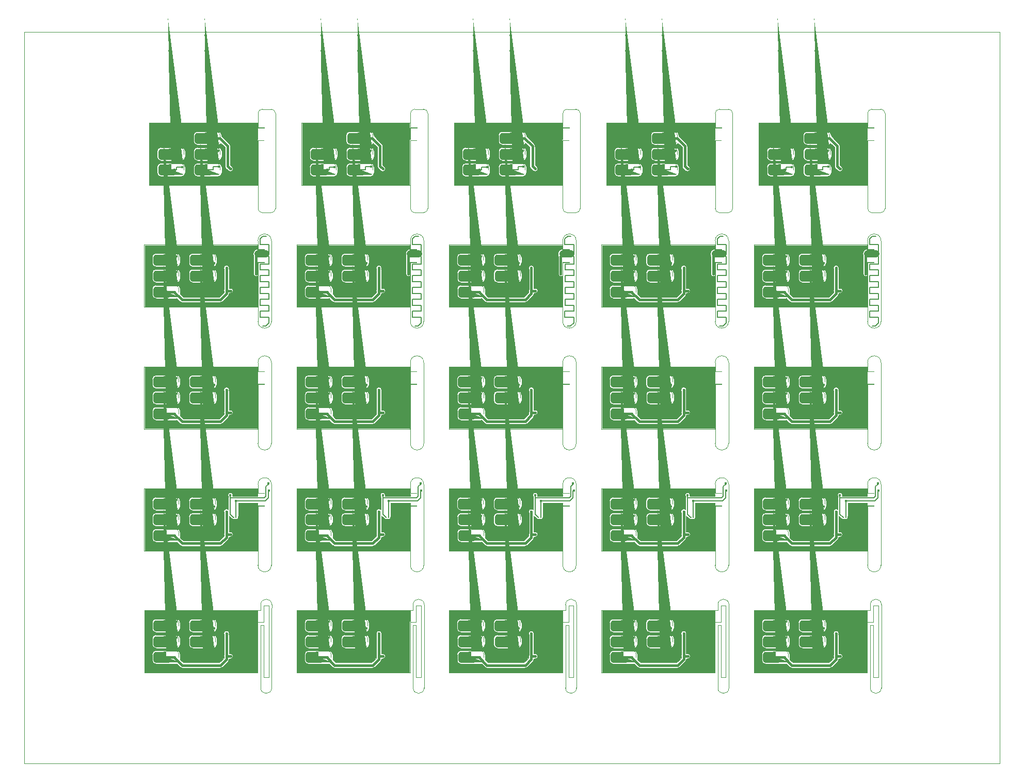
<source format=gbr>
G04 EasyPC Gerber Version 20.0.2 Build 4112 *
G04 #@! TF.Part,Single*
G04 #@! TF.FileFunction,Copper,L2,Bot *
%FSLAX35Y35*%
%MOIN*%
%ADD11C,0.00004*%
%ADD14C,0.00079*%
%ADD25C,0.00787*%
%ADD115C,0.01181*%
G04 #@! TA.AperFunction,ViaPad*
%ADD23C,0.01575*%
%ADD100C,0.02756*%
G04 #@! TD.AperFunction*
%ADD113C,0.04724*%
G04 #@! TA.AperFunction,WasherPad*
%AMT86*0 Rounded Rectangle Pad at angle 90*4,1,56,0.08268,-0.01575,0.08268,0.01575,0.08254,0.01812,0.08211,0.02046,0.08140,0.02273,0.08042,0.02490,0.07919,0.02693,0.07773,0.02880,0.07605,0.03048,0.07418,0.03195,0.07214,0.03318,0.06997,0.03415,0.06770,0.03486,0.06537,0.03529,0.06299,0.03543,-0.06299,0.03543,-0.06537,0.03529,-0.06770,0.03486,-0.06997,0.03415,-0.07214,0.03318,-0.07418,0.03195,-0.07605,0.03048,-0.07773,0.02880,-0.07919,0.02693,-0.08042,0.02490,-0.08140,0.02273,-0.08211,0.02046,-0.08254,0.01812,-0.08268,0.01575,-0.08268,-0.01575,-0.08254,-0.01812,-0.08211,-0.02046,-0.08140,-0.02273,-0.08042,-0.02490,-0.07919,-0.02693,-0.07773,-0.02880,-0.07605,-0.03048,-0.07418,-0.03195,-0.07214,-0.03318,-0.06997,-0.03415,-0.06770,-0.03486,-0.06537,-0.03529,-0.06299,-0.03543,0.06299,-0.03543,0.06537,-0.03529,0.06770,-0.03486,0.06997,-0.03415,0.07214,-0.03318,0.07418,-0.03195,0.07605,-0.03048,0.07773,-0.02880,0.07919,-0.02693,0.08042,-0.02490,0.08140,-0.02273,0.08211,-0.02046,0.08254,-0.01812,0.08268,-0.01575,0*%
%ADD86T86*%
X0Y0D02*
D02*
D11*
X77413Y137346D02*
Y177665D01*
X147432Y177673*
X150637Y177665*
Y174520*
X154972*
Y174720*
X150838*
Y180287*
G75*
G02X159503I4333*
G01*
Y128102*
G75*
G02X150838I-4333*
G01*
Y166299*
X154972*
Y166500*
X150637*
Y137362*
X77413Y137346*
Y216087D02*
Y256406D01*
X147432Y256413*
X150637Y256406*
Y253260*
X154972*
Y253461*
X150838*
Y259028*
G75*
G02X159503I4333*
G01*
Y206843*
G75*
G02X150838I-4333*
G01*
Y245039*
X154972*
Y245240*
X150637*
Y216102*
X77413Y216087*
Y294827D02*
Y335146D01*
X147432Y335154*
X150637Y335146*
Y332000*
X154972*
Y332201*
X150838*
Y337768*
G75*
G02X159503I4333*
G01*
Y285583*
G75*
G02X150838I-4333*
G01*
Y323780*
X154972*
Y323980*
X150637*
Y294843*
X77413Y294827*
X77436Y58622D02*
X150669D01*
Y91335*
X154613*
Y101925*
X157755*
Y55622*
X154613*
Y89331*
X152641*
Y48764*
G75*
G03X159724I3541*
G01*
Y97815*
X159771Y102543*
G75*
G03X152641I-3565*
G01*
Y98961*
X77417*
X77436Y98941*
Y58622*
X77834Y98563D02*
Y59020D01*
X150271*
Y91335*
G75*
G02X150669Y91732I398*
G01*
X150680*
Y98563*
X77834*
X98183Y93348D02*
G75*
G02X100615Y90917J-2432D01*
G01*
Y87115*
G75*
G02X98183Y84683I-2432*
G01*
X84933*
G75*
G02X82501Y87115J2432*
G01*
Y90917*
G75*
G02X84933Y93348I2432*
G01*
X98183*
X133165Y70805D02*
G75*
G02X134741Y69228J-1577D01*
G01*
G75*
G02X133165Y67652I-1577*
G01*
X132289*
Y67366*
G75*
G02X131778Y66137I-1735*
G01*
X127842Y62201*
G75*
G02X126613Y61691I-1229J1224*
G01*
X101825*
G75*
G02X100596Y62199I-3J1735*
G01*
X98564Y64231*
G75*
G02X98252Y64211I-312J2411*
G01*
X85002*
G75*
G02X82570Y66643J2432*
G01*
Y70444*
G75*
G02X85002Y72876I2432*
G01*
X98252*
G75*
G02X100684Y70444J-2432*
G01*
Y67016*
X102541Y65159*
X125895*
X128820Y68085*
Y69228*
G75*
G02X128978Y69950I1734*
G01*
Y83183*
G75*
G02X128820Y83906I1577J722*
G01*
G75*
G02X132289I1734*
G01*
G75*
G02X132131Y83183I-1734*
G01*
Y70805*
X133165*
X98252Y83112D02*
G75*
G02X100684Y80680J-2432D01*
G01*
Y76879*
G75*
G02X98252Y74447I-2432*
G01*
X85002*
G75*
G02X82570Y76879J2432*
G01*
Y80680*
G75*
G02X85002Y83112I2432*
G01*
X98252*
X121806Y93348D02*
G75*
G02X124237Y90917J-2432D01*
G01*
Y87115*
G75*
G02X121806Y84683I-2432*
G01*
X108555*
G75*
G02X106123Y87115J2432*
G01*
Y90917*
G75*
G02X108555Y93348I2432*
G01*
X121806*
X121874Y83112D02*
G75*
G02X124306Y80680J-2432D01*
G01*
Y76879*
G75*
G02X121874Y74447I-2432*
G01*
X108624*
G75*
G02X106192Y76879J2432*
G01*
Y80680*
G75*
G02X108624Y83112I2432*
G01*
X121874*
X150271Y73665D02*
G36*
X132131D01*
Y70805*
X133165*
G75*
G02X134741Y69228J-1577*
G01*
G75*
G02X133165Y67652I-1577*
G01*
X132289*
Y67366*
G75*
G02X131778Y66137I-1735*
G01*
X127842Y62201*
G75*
G02X126613Y61691I-1229J1224*
G01*
X101825*
G75*
G02X100596Y62199I-3J1736*
G01*
X98564Y64231*
G75*
G02X98252Y64211I-315J2455*
G01*
X85002*
G75*
G02X82570Y66642J2431*
G01*
Y66643*
Y70444*
Y70444*
G75*
G02X85002Y72876I2432*
G01*
X98252*
G75*
G02X100684Y70444J-2431*
G01*
Y70444*
Y67016*
X102541Y65159*
X125895*
X128820Y68085*
Y69228*
G75*
G02Y69229I1504J0*
G01*
G75*
G02X128978Y69950I1730*
G01*
Y73665*
X77836*
Y59022*
X150271*
Y73665*
G37*
X128978Y78780D02*
G36*
X124306D01*
Y76879*
Y76878*
G75*
G02X121874Y74447I-2432*
G01*
X108624*
G75*
G02X106192Y76878J2431*
G01*
Y76879*
Y78780*
X100684*
Y76879*
Y76878*
G75*
G02X98252Y74447I-2432*
G01*
X85002*
G75*
G02X82570Y76878J2431*
G01*
Y76879*
Y78780*
X77836*
Y73665*
X128978*
Y78780*
G37*
X150271D02*
G36*
X132131D01*
Y73665*
X150271*
Y78780*
G37*
Y89016D02*
G36*
X124237D01*
Y87115*
Y87115*
G75*
G02X121806Y84683I-2432*
G01*
X108555*
G75*
G02X106123Y87115J2431*
G01*
Y87115*
Y89016*
X100615*
Y87115*
Y87115*
G75*
G02X98183Y84683I-2432*
G01*
X84933*
G75*
G02X82501Y87115J2431*
G01*
Y87115*
Y89016*
X77836*
Y78780*
X82570*
Y80680*
Y80681*
G75*
G02X85002Y83112I2432*
G01*
X98252*
G75*
G02X100684Y80681J-2431*
G01*
Y80680*
Y78780*
X106192*
Y80680*
Y80681*
G75*
G02X108624Y83112I2432*
G01*
X121874*
G75*
G02X124306Y80681J-2431*
G01*
Y80680*
Y78780*
X128978*
Y83183*
G75*
G02X128820Y83905I1573J721*
G01*
G75*
G02Y83906I1504J0*
G01*
G75*
G02X132289I1734*
G01*
G75*
G02Y83905I-1504J0*
G01*
G75*
G02X132131Y83183I-1730*
G01*
Y78780*
X150271*
Y89016*
G37*
X150678Y91732D02*
G36*
Y98561D01*
X77836*
Y89016*
X82501*
Y90917*
Y90917*
G75*
G02X84933Y93348I2432*
G01*
X98183*
G75*
G02X100615Y90917J-2431*
G01*
Y90917*
Y89016*
X106123*
Y90917*
Y90917*
G75*
G02X108555Y93348I2432*
G01*
X121806*
G75*
G02X124237Y90917J-2431*
G01*
Y90917*
Y89016*
X150271*
Y91335*
G75*
G02X150669Y91732I398*
G01*
X150678*
G37*
X80602Y373583D02*
Y413898D01*
X150684Y413925*
Y410772*
X155019*
Y410972*
X150881*
Y419996*
G75*
G02X153669Y422783I2787*
G01*
X159363*
G75*
G02X162106Y420041J-2743*
G01*
Y358581*
G75*
G02X159374Y355850I-2731*
G01*
X153654*
G75*
G02X150881Y358623J2773*
G01*
Y402551*
X154731*
Y402752*
X150684*
Y373614*
X80602Y373583*
X150239Y332290D02*
Y334749D01*
X147431Y334756*
X77810Y334748*
Y295224*
X150239Y295240*
Y314928*
G75*
G02X147920Y316319I-742J1391*
G01*
Y327752*
G75*
G02X147987Y328206I1577J-1*
G01*
G75*
G02X150239Y332290I2982J1019*
G01*
X98183Y329569D02*
G75*
G02X100615Y327137J-2432D01*
G01*
Y323335*
G75*
G02X98183Y320904I-2432*
G01*
X84933*
G75*
G02X82501Y323335J2432*
G01*
Y327137*
G75*
G02X84933Y329569I2432*
G01*
X98183*
X133165Y307026D02*
G75*
G02X134741Y305449J-1577D01*
G01*
G75*
G02X133165Y303872I-1577*
G01*
X132289*
Y303587*
G75*
G02X131778Y302358I-1735*
G01*
X127842Y298422*
G75*
G02X126613Y297911I-1229J1224*
G01*
X101825*
G75*
G02X100596Y298419I-3J1735*
G01*
X98564Y300451*
G75*
G02X98252Y300431I-312J2411*
G01*
X85002*
G75*
G02X82570Y302863J2432*
G01*
Y306665*
G75*
G02X85002Y309096I2432*
G01*
X98252*
G75*
G02X100684Y306665J-2432*
G01*
Y303236*
X102541Y301380*
X125895*
X128820Y304305*
Y305449*
G75*
G02X128978Y306171I1734*
G01*
Y319404*
G75*
G02X128820Y320126I1577J722*
G01*
G75*
G02X132289I1734*
G01*
G75*
G02X132131Y319404I-1734*
G01*
Y307026*
X133165*
X98252Y319333D02*
G75*
G02X100684Y316901J-2432D01*
G01*
Y313099*
G75*
G02X98252Y310667I-2432*
G01*
X85002*
G75*
G02X82570Y313099J2432*
G01*
Y316901*
G75*
G02X85002Y319333I2432*
G01*
X98252*
X121806Y329569D02*
G75*
G02X124237Y327137J-2432D01*
G01*
Y323335*
G75*
G02X121806Y320904I-2432*
G01*
X108555*
G75*
G02X106123Y323335J2432*
G01*
Y327137*
G75*
G02X108555Y329569I2432*
G01*
X121806*
X121874Y319333D02*
G75*
G02X124306Y316901J-2432D01*
G01*
Y313099*
G75*
G02X121874Y310667I-2432*
G01*
X108624*
G75*
G02X106192Y313099J2432*
G01*
Y316901*
G75*
G02X108624Y319333I2432*
G01*
X121874*
X150237Y295240D02*
G36*
Y309886D01*
X132131*
Y307026*
X133165*
G75*
G02X134741Y305449J-1577*
G01*
G75*
G02X133165Y303872I-1577*
G01*
X132289*
Y303587*
G75*
G02X131778Y302358I-1735*
G01*
X127842Y298422*
G75*
G02X126613Y297911I-1229J1224*
G01*
X101825*
G75*
G02X100596Y298419I-3J1736*
G01*
X98564Y300451*
G75*
G02X98252Y300431I-315J2455*
G01*
X85002*
G75*
G02X82570Y302863J2431*
G01*
Y302863*
Y306665*
Y306665*
G75*
G02X85002Y309096I2432*
G01*
X98252*
G75*
G02X100684Y306665J-2431*
G01*
Y306665*
Y303236*
X102541Y301380*
X125895*
X128820Y304305*
Y305449*
G75*
G02Y305450I1504J0*
G01*
G75*
G02X128978Y306171I1730*
G01*
Y309886*
X77812*
Y295226*
X86864*
X150237Y295240*
G37*
X148633Y315000D02*
G36*
X132131D01*
Y309886*
X150237*
Y314926*
G75*
G02X148633Y315000I-740J1393*
G01*
G37*
X128978D02*
G36*
X124306D01*
Y313099*
Y313099*
G75*
G02X121874Y310667I-2432*
G01*
X108624*
G75*
G02X106192Y313099J2431*
G01*
Y313099*
Y315000*
X100684*
Y313099*
Y313099*
G75*
G02X98252Y310667I-2432*
G01*
X85002*
G75*
G02X82570Y313099J2431*
G01*
Y313099*
Y315000*
X77812*
Y309886*
X128978*
Y315000*
G37*
X147920Y325236D02*
G36*
X124237D01*
Y323335*
Y323335*
G75*
G02X121806Y320904I-2432*
G01*
X108555*
G75*
G02X106123Y323335J2431*
G01*
Y323335*
Y325236*
X100615*
Y323335*
Y323335*
G75*
G02X98183Y320904I-2432*
G01*
X84933*
G75*
G02X82501Y323335J2431*
G01*
Y323335*
Y325236*
X77812*
Y315000*
X82570*
Y316901*
Y316901*
G75*
G02X85002Y319333I2432*
G01*
X98252*
G75*
G02X100684Y316901J-2431*
G01*
Y316901*
Y315000*
X106192*
Y316901*
Y316901*
G75*
G02X108624Y319333I2432*
G01*
X121874*
G75*
G02X124306Y316901J-2431*
G01*
Y316901*
Y315000*
X128978*
Y319404*
G75*
G02X128820Y320125I1573J721*
G01*
G75*
G02Y320126I1504J0*
G01*
G75*
G02X132289I1734*
G01*
G75*
G02Y320125I-1504J0*
G01*
G75*
G02X132131Y319404I-1730*
G01*
Y315000*
X148633*
G75*
G02X147920Y316319I865J1319*
G01*
Y325236*
G37*
X150237Y334749D02*
G36*
X148211Y334754D01*
X130026*
X77812Y334748*
Y325236*
X82501*
Y327137*
Y327137*
G75*
G02X84933Y329569I2432*
G01*
X98183*
G75*
G02X100615Y327137J-2431*
G01*
Y327137*
Y325236*
X106123*
Y327137*
Y327137*
G75*
G02X108555Y329569I2432*
G01*
X121806*
G75*
G02X124237Y327137J-2431*
G01*
Y327137*
Y325236*
X147920*
Y327752*
G75*
G02X147987Y328206I1581J-1*
G01*
G75*
G02X147818Y329224I2982J1019*
G01*
G75*
G02X150237Y332290I3152*
G01*
Y334749*
G37*
X150680Y174122D02*
X150637D01*
G75*
G02X150239Y174520J398*
G01*
Y177269*
X147431Y177276*
X77810Y177268*
Y137744*
X150239Y137760*
Y166500*
G75*
G02X150637Y166898I398*
G01*
X150680*
Y168341*
X138081*
Y159337*
G75*
G02X135953Y157876I-1341J-327*
G01*
G75*
G02X134003Y158266I-787J1133*
G01*
X132131Y160052*
Y149545*
X133165*
G75*
G02X134741Y147969J-1577*
G01*
G75*
G02X133165Y146392I-1577*
G01*
X132289*
Y146106*
G75*
G02X131778Y144878I-1735*
G01*
X127842Y140941*
G75*
G02X126613Y140431I-1229J1224*
G01*
X101825*
G75*
G02X100596Y140939I-3J1735*
G01*
X98564Y142971*
G75*
G02X98252Y142951I-312J2411*
G01*
X85002*
G75*
G02X82570Y145383J2432*
G01*
Y149184*
G75*
G02X85002Y151616I2432*
G01*
X98252*
G75*
G02X100684Y149184J-2432*
G01*
Y145756*
X102541Y143900*
X125895*
X128820Y146825*
Y147969*
G75*
G02X128978Y148691I1734*
G01*
Y161924*
G75*
G02X131698Y163949I1577J722*
G01*
Y171575*
G75*
G02X131856Y172205I1341*
G01*
Y172331*
G75*
G02X131462Y173374I1183J1043*
G01*
G75*
G02X134615I1577*
G01*
G75*
G02X134490Y172758I-1577J0*
G01*
X150680*
Y174122*
X98183Y172089D02*
G75*
G02X100615Y169657J-2432D01*
G01*
Y165855*
G75*
G02X98183Y163423I-2432*
G01*
X84933*
G75*
G02X82501Y165855J2432*
G01*
Y169657*
G75*
G02X84933Y172089I2432*
G01*
X98183*
X98252Y161852D02*
G75*
G02X100684Y159420J-2432D01*
G01*
Y155619*
G75*
G02X98252Y153187I-2432*
G01*
X85002*
G75*
G02X82570Y155619J2432*
G01*
Y159420*
G75*
G02X85002Y161852I2432*
G01*
X98252*
X121806Y172089D02*
G75*
G02X124237Y169657J-2432D01*
G01*
Y165855*
G75*
G02X121806Y163423I-2432*
G01*
X108555*
G75*
G02X106123Y165855J2432*
G01*
Y169657*
G75*
G02X108555Y172089I2432*
G01*
X121806*
X121874Y161852D02*
G75*
G02X124306Y159420J-2432D01*
G01*
Y155619*
G75*
G02X121874Y153187I-2432*
G01*
X108624*
G75*
G02X106192Y155619J2432*
G01*
Y159420*
G75*
G02X108624Y161852I2432*
G01*
X121874*
X150239Y157520D02*
G36*
X132131D01*
Y149545*
X133165*
G75*
G02X134741Y147969J-1577*
G01*
G75*
G02X133165Y146392I-1577*
G01*
X132289*
Y146106*
G75*
G02X131778Y144878I-1735*
G01*
X127842Y140941*
G75*
G02X126613Y140431I-1229J1224*
G01*
X101825*
G75*
G02X100596Y140939I-3J1736*
G01*
X98564Y142971*
G75*
G02X98252Y142951I-315J2455*
G01*
X85002*
G75*
G02X82570Y145382J2431*
G01*
Y145383*
Y149184*
Y149185*
G75*
G02X85002Y151616I2432*
G01*
X98252*
G75*
G02X100684Y149185J-2431*
G01*
Y149184*
Y145756*
X102541Y143900*
X125895*
X128820Y146825*
Y147969*
G75*
G02X128978Y148691I1730J1*
G01*
Y157520*
X124306*
Y155619*
Y155619*
G75*
G02X121874Y153187I-2432*
G01*
X108624*
G75*
G02X106192Y155619J2431*
G01*
Y155619*
Y157520*
X100684*
Y155619*
Y155619*
G75*
G02X98252Y153187I-2432*
G01*
X85002*
G75*
G02X82570Y155619J2431*
G01*
Y155619*
Y157520*
X77812*
Y137746*
X86864*
X150239Y137760*
Y157520*
G37*
X150678Y166898D02*
G36*
Y167756D01*
X138081*
Y159337*
G75*
G02X138120Y159009I-1341J-327*
G01*
G75*
G02X135953Y157876I-1380*
G01*
G75*
G02X134003Y158266I-787J1133*
G01*
X132131Y160052*
Y157520*
X150239*
Y166500*
G75*
G02X150637Y166898I398*
G01*
X150678*
G37*
X131698Y167756D02*
G36*
X124237D01*
Y165855*
Y165855*
G75*
G02X121806Y163423I-2432*
G01*
X108555*
G75*
G02X106123Y165855J2431*
G01*
Y165855*
Y167756*
X100615*
Y165855*
Y165855*
G75*
G02X98183Y163423I-2432*
G01*
X84933*
G75*
G02X82501Y165855J2431*
G01*
Y165855*
Y167756*
X77812*
Y157520*
X82570*
Y159420*
Y159421*
G75*
G02X85002Y161852I2432*
G01*
X98252*
G75*
G02X100684Y159421J-2431*
G01*
Y159420*
Y157520*
X106192*
Y159420*
Y159421*
G75*
G02X108624Y161852I2432*
G01*
X121874*
G75*
G02X124306Y159421J-2431*
G01*
Y159420*
Y157520*
X128978*
Y161924*
G75*
G02X128820Y162646I1577J722*
G01*
G75*
G02X131698Y163949I1734*
G01*
Y167756*
G37*
X150678Y174122D02*
G36*
X150637D01*
G75*
G02X150239Y174520J398*
G01*
Y177269*
X148211Y177274*
X130026*
X77812Y177268*
Y167756*
X82501*
Y169657*
Y169657*
G75*
G02X84933Y172089I2432*
G01*
X98183*
G75*
G02X100615Y169657J-2431*
G01*
Y169657*
Y167756*
X106123*
Y169657*
Y169657*
G75*
G02X108555Y172089I2432*
G01*
X121806*
G75*
G02X124237Y169657J-2431*
G01*
Y169657*
Y167756*
X131698*
Y171575*
G75*
G02X131856Y172205I1346J-2*
G01*
Y172331*
G75*
G02X131462Y173374I1182J1042*
G01*
Y173374*
G75*
G02X134615I1577*
G01*
G75*
G02Y173373I-1611J0*
G01*
G75*
G02X134490Y172758I-1575*
G01*
X150678*
Y174122*
G37*
Y168341D02*
G36*
X138081D01*
Y167756*
X150678*
Y168341*
G37*
X150680Y252862D02*
X150637D01*
G75*
G02X150239Y253260J398*
G01*
Y256009*
X147431Y256016*
X77810Y256008*
Y216484*
X150239Y216500*
Y245240*
G75*
G02X150637Y245638I398*
G01*
X150680*
Y252862*
X98183Y250829D02*
G75*
G02X100615Y248397J-2432D01*
G01*
Y244595*
G75*
G02X98183Y242163I-2432*
G01*
X84933*
G75*
G02X82501Y244595J2432*
G01*
Y248397*
G75*
G02X84933Y250829I2432*
G01*
X98183*
X133165Y228285D02*
G75*
G02X134741Y226709J-1577D01*
G01*
G75*
G02X133165Y225132I-1577*
G01*
X132289*
Y224846*
G75*
G02X131778Y223618I-1735*
G01*
X127842Y219681*
G75*
G02X126613Y219171I-1229J1224*
G01*
X101825*
G75*
G02X100596Y219679I-3J1735*
G01*
X98564Y221711*
G75*
G02X98252Y221691I-312J2411*
G01*
X85002*
G75*
G02X82570Y224123J2432*
G01*
Y227924*
G75*
G02X85002Y230356I2432*
G01*
X98252*
G75*
G02X100684Y227924J-2432*
G01*
Y224496*
X102541Y222640*
X125895*
X128820Y225565*
Y226709*
G75*
G02X128978Y227431I1734*
G01*
Y240664*
G75*
G02X128820Y241386I1577J722*
G01*
G75*
G02X132289I1734*
G01*
G75*
G02X132131Y240664I-1734*
G01*
Y228285*
X133165*
X98252Y240593D02*
G75*
G02X100684Y238161J-2432D01*
G01*
Y234359*
G75*
G02X98252Y231927I-2432*
G01*
X85002*
G75*
G02X82570Y234359J2432*
G01*
Y238161*
G75*
G02X85002Y240593I2432*
G01*
X98252*
X121806Y250829D02*
G75*
G02X124237Y248397J-2432D01*
G01*
Y244595*
G75*
G02X121806Y242163I-2432*
G01*
X108555*
G75*
G02X106123Y244595J2432*
G01*
Y248397*
G75*
G02X108555Y250829I2432*
G01*
X121806*
X121874Y240593D02*
G75*
G02X124306Y238161J-2432D01*
G01*
Y234359*
G75*
G02X121874Y231927I-2432*
G01*
X108624*
G75*
G02X106192Y234359J2432*
G01*
Y238161*
G75*
G02X108624Y240593I2432*
G01*
X121874*
X150239Y231146D02*
G36*
X132131D01*
Y228285*
X133165*
G75*
G02X134741Y226709J-1577*
G01*
G75*
G02X133165Y225132I-1577*
G01*
X132289*
Y224846*
G75*
G02X131778Y223618I-1735*
G01*
X127842Y219681*
G75*
G02X126613Y219171I-1229J1224*
G01*
X101825*
G75*
G02X100596Y219679I-3J1736*
G01*
X98564Y221711*
G75*
G02X98252Y221691I-315J2455*
G01*
X85002*
G75*
G02X82570Y224122J2431*
G01*
Y224123*
Y227924*
Y227925*
G75*
G02X85002Y230356I2432*
G01*
X98252*
G75*
G02X100684Y227925J-2431*
G01*
Y227924*
Y224496*
X102541Y222640*
X125895*
X128820Y225565*
Y226709*
G75*
G02X128978Y227431I1730J1*
G01*
Y231146*
X77812*
Y216486*
X86864*
X150239Y216500*
Y231146*
G37*
Y236260D02*
G36*
X132131D01*
Y231146*
X150239*
Y236260*
G37*
X128978D02*
G36*
X124306D01*
Y234359*
Y234359*
G75*
G02X121874Y231927I-2432*
G01*
X108624*
G75*
G02X106192Y234359J2431*
G01*
Y234359*
Y236260*
X100684*
Y234359*
Y234359*
G75*
G02X98252Y231927I-2432*
G01*
X85002*
G75*
G02X82570Y234359J2431*
G01*
Y234359*
Y236260*
X77812*
Y231146*
X128978*
Y236260*
G37*
X150678Y245638D02*
G36*
Y246496D01*
X124237*
Y244595*
Y244595*
G75*
G02X121806Y242163I-2432*
G01*
X108555*
G75*
G02X106123Y244595J2431*
G01*
Y244595*
Y246496*
X100615*
Y244595*
Y244595*
G75*
G02X98183Y242163I-2432*
G01*
X84933*
G75*
G02X82501Y244595J2431*
G01*
Y244595*
Y246496*
X77812*
Y236260*
X82570*
Y238161*
Y238161*
G75*
G02X85002Y240593I2432*
G01*
X98252*
G75*
G02X100684Y238161J-2431*
G01*
Y238161*
Y236260*
X106192*
Y238161*
Y238161*
G75*
G02X108624Y240593I2432*
G01*
X121874*
G75*
G02X124306Y238161J-2431*
G01*
Y238161*
Y236260*
X128978*
Y240664*
G75*
G02X128820Y241385I1573J721*
G01*
G75*
G02Y241386I1504J0*
G01*
G75*
G02X132289I1734*
G01*
G75*
G02Y241385I-1504J0*
G01*
G75*
G02X132131Y240664I-1730*
G01*
Y236260*
X150239*
Y245240*
G75*
G02X150637Y245638I398*
G01*
X150678*
G37*
X124237Y246496D02*
G36*
X150678D01*
Y252862*
X150637*
G75*
G02X150239Y253260J398*
G01*
Y256009*
X148211Y256014*
X130026*
X77812Y256008*
Y246496*
X82501*
Y248397*
Y248397*
G75*
G02X84933Y250829I2432*
G01*
X98183*
G75*
G02X100615Y248397J-2431*
G01*
Y248397*
Y246496*
X106123*
Y248397*
Y248397*
G75*
G02X108555Y250829I2432*
G01*
X121806*
G75*
G02X124237Y248397J-2431*
G01*
Y248397*
Y246496*
G37*
X150680Y410374D02*
G75*
G02X150287Y410772I4J398D01*
G01*
Y413528*
X80999Y413500*
Y373980*
X150287Y374012*
Y402752*
G75*
G02X150680Y403150I398*
G01*
Y410374*
X101402Y387837D02*
G75*
G02X103834Y385405J-2432D01*
G01*
Y381603*
G75*
G02X101402Y379171I-2432*
G01*
X88152*
G75*
G02X85720Y381603J2432*
G01*
Y385405*
G75*
G02X88152Y387837I2432*
G01*
X101402*
Y398073D02*
G75*
G02X103834Y395641J-2432D01*
G01*
Y391839*
G75*
G02X101402Y389407I-2432*
G01*
X88152*
G75*
G02X85720Y391839J2432*
G01*
Y395641*
G75*
G02X88152Y398073I2432*
G01*
X101402*
X134237Y385415D02*
G75*
G02X131785Y382963I-1226J-1226D01*
G01*
X130023Y384724*
G75*
G02X129513Y385953I1224J1229*
G01*
Y398148*
X126962Y400702*
G75*
G02X124955Y399644I-2007J1374*
G01*
X111705*
G75*
G02X109273Y402076J2432*
G01*
Y405877*
G75*
G02X111705Y408309I2432*
G01*
X124955*
G75*
G02X127387Y405877J-2432*
G01*
Y405183*
X132239Y400327*
G75*
G02X132981Y398534I-992J-1461*
G01*
Y386671*
X134237Y385415*
X125024Y387837D02*
G75*
G02X127456Y385405J-2432D01*
G01*
Y381603*
G75*
G02X125024Y379171I-2432*
G01*
X111774*
G75*
G02X109342Y381603J2432*
G01*
Y385405*
G75*
G02X111774Y387837I2432*
G01*
X125024*
Y398073D02*
G75*
G02X127456Y395641J-2432D01*
G01*
Y391839*
G75*
G02X125024Y389407I-2432*
G01*
X111774*
G75*
G02X109342Y391839J2432*
G01*
Y395641*
G75*
G02X111774Y398073I2432*
G01*
X125024*
X150287Y383504D02*
G36*
X134604D01*
G75*
G02X131785Y382963I-1593J685*
G01*
X131243Y383504*
X127456*
Y381603*
Y381603*
G75*
G02X125024Y379171I-2432*
G01*
X111774*
G75*
G02X109342Y381603J2431*
G01*
Y381603*
Y383504*
X103834*
Y381603*
Y381603*
G75*
G02X101402Y379171I-2432*
G01*
X88152*
G75*
G02X85720Y381603J2431*
G01*
Y381603*
Y383504*
X81001*
Y373982*
X85330*
X150287Y374012*
Y383504*
G37*
X131243D02*
G36*
X130023Y384724D01*
G75*
G02X129513Y385953I1224J1229*
G01*
Y393740*
X127456*
Y391839*
Y391839*
G75*
G02X125024Y389407I-2432*
G01*
X111774*
G75*
G02X109342Y391839J2431*
G01*
Y391839*
Y393740*
X103834*
Y391839*
Y391839*
G75*
G02X101402Y389407I-2432*
G01*
X88152*
G75*
G02X85720Y391839J2431*
G01*
Y391839*
Y393740*
X81001*
Y383504*
X85720*
Y385405*
Y385405*
G75*
G02X88152Y387837I2432*
G01*
X101402*
G75*
G02X103834Y385405J-2431*
G01*
Y385405*
Y383504*
X109342*
Y385405*
Y385405*
G75*
G02X111774Y387837I2432*
G01*
X125024*
G75*
G02X127456Y385405J-2431*
G01*
Y385405*
Y383504*
X131243*
G37*
X150287Y393740D02*
G36*
X132981D01*
Y386671*
X134237Y385415*
G75*
G02X134745Y384189I-1226J-1226*
G01*
G75*
G02X134604Y383504I-1734*
G01*
X150287*
Y393740*
G37*
X132981D02*
G36*
X150287D01*
Y402752*
Y402752*
G75*
G02X150678Y403150I397*
G01*
Y410374*
G75*
G02X150287Y410771I6J397*
G01*
Y410772*
Y413526*
X145337*
X81001Y413500*
Y393740*
X85720*
Y395641*
Y395641*
G75*
G02X88152Y398073I2432*
G01*
X101402*
G75*
G02X103834Y395641J-2431*
G01*
Y395641*
Y393740*
X109342*
Y395641*
Y395641*
G75*
G02X111774Y398073I2432*
G01*
X125024*
G75*
G02X127456Y395641J-2431*
G01*
Y395641*
Y393740*
X129513*
Y398148*
X126962Y400702*
G75*
G02X124955Y399644I-2007J1374*
G01*
X111705*
G75*
G02X109273Y402075J2431*
G01*
Y402076*
Y405877*
Y405878*
G75*
G02X111705Y408309I2432*
G01*
X124955*
G75*
G02X127387Y405878J-2431*
G01*
Y405877*
Y405183*
X132239Y400327*
G75*
G02X133013Y398867I-991J-1460*
G01*
G75*
G02X132981Y398534I-1766J0*
G01*
Y393740*
G37*
X175838Y137346D02*
Y177665D01*
X245857Y177673*
X249062Y177665*
Y174520*
X253397*
Y174720*
X249263*
Y180287*
G75*
G02X257928I4333*
G01*
Y128102*
G75*
G02X249263I-4333*
G01*
Y166299*
X253397*
Y166500*
X249062*
Y137362*
X175838Y137346*
Y216087D02*
Y256406D01*
X245857Y256413*
X249062Y256406*
Y253260*
X253397*
Y253461*
X249263*
Y259028*
G75*
G02X257928I4333*
G01*
Y206843*
G75*
G02X249263I-4333*
G01*
Y245039*
X253397*
Y245240*
X249062*
Y216102*
X175838Y216087*
Y294827D02*
Y335146D01*
X245857Y335154*
X249062Y335146*
Y332000*
X253397*
Y332201*
X249263*
Y337768*
G75*
G02X257928I4333*
G01*
Y285583*
G75*
G02X249263I-4333*
G01*
Y323780*
X253397*
Y323980*
X249062*
Y294843*
X175838Y294827*
X175861Y58622D02*
X249094D01*
Y91335*
X253039*
Y101925*
X256180*
Y55622*
X253039*
Y89331*
X251066*
Y48764*
G75*
G03X258149I3541*
G01*
Y97815*
X258196Y102543*
G75*
G03X251066I-3565*
G01*
Y98961*
X175842*
X175861Y98941*
Y58622*
X176259Y98563D02*
Y59020D01*
X248696*
Y91335*
G75*
G02X249094Y91732I398*
G01*
X249106*
Y98563*
X176259*
X196609Y93348D02*
G75*
G02X199041Y90917J-2432D01*
G01*
Y87115*
G75*
G02X196609Y84683I-2432*
G01*
X183358*
G75*
G02X180926Y87115J2432*
G01*
Y90917*
G75*
G02X183358Y93348I2432*
G01*
X196609*
X231590Y70805D02*
G75*
G02X233167Y69228J-1577D01*
G01*
G75*
G02X231590Y67652I-1577*
G01*
X230714*
Y67366*
G75*
G02X230204Y66137I-1735*
G01*
X226267Y62201*
G75*
G02X225039Y61691I-1229J1224*
G01*
X200250*
G75*
G02X199021Y62199I-3J1735*
G01*
X196989Y64231*
G75*
G02X196678Y64211I-312J2411*
G01*
X183427*
G75*
G02X180995Y66643J2432*
G01*
Y70444*
G75*
G02X183427Y72876I2432*
G01*
X196678*
G75*
G02X199109Y70444J-2432*
G01*
Y67016*
X200966Y65159*
X224320*
X227245Y68085*
Y69228*
G75*
G02X227403Y69950I1734*
G01*
Y83183*
G75*
G02X227245Y83906I1577J722*
G01*
G75*
G02X230714I1734*
G01*
G75*
G02X230556Y83183I-1734*
G01*
Y70805*
X231590*
X196678Y83112D02*
G75*
G02X199109Y80680J-2432D01*
G01*
Y76879*
G75*
G02X196678Y74447I-2432*
G01*
X183427*
G75*
G02X180995Y76879J2432*
G01*
Y80680*
G75*
G02X183427Y83112I2432*
G01*
X196678*
X220231Y93348D02*
G75*
G02X222663Y90917J-2432D01*
G01*
Y87115*
G75*
G02X220231Y84683I-2432*
G01*
X206980*
G75*
G02X204548Y87115J2432*
G01*
Y90917*
G75*
G02X206980Y93348I2432*
G01*
X220231*
X220300Y83112D02*
G75*
G02X222731Y80680J-2432D01*
G01*
Y76879*
G75*
G02X220300Y74447I-2432*
G01*
X207049*
G75*
G02X204617Y76879J2432*
G01*
Y80680*
G75*
G02X207049Y83112I2432*
G01*
X220300*
X248696Y73665D02*
G36*
X230556D01*
Y70805*
X231590*
G75*
G02X233167Y69228J-1577*
G01*
G75*
G02X231590Y67652I-1577*
G01*
X230714*
Y67366*
G75*
G02X230204Y66137I-1735*
G01*
X226267Y62201*
G75*
G02X225039Y61691I-1229J1224*
G01*
X200250*
G75*
G02X199021Y62199I-3J1736*
G01*
X196989Y64231*
G75*
G02X196678Y64211I-315J2455*
G01*
X183427*
G75*
G02X180995Y66642J2431*
G01*
Y66643*
Y70444*
Y70444*
G75*
G02X183427Y72876I2432*
G01*
X196678*
G75*
G02X199109Y70444J-2431*
G01*
Y70444*
Y67016*
X200966Y65159*
X224320*
X227245Y68085*
Y69228*
G75*
G02Y69229I1504J0*
G01*
G75*
G02X227403Y69950I1730*
G01*
Y73665*
X176261*
Y59022*
X248696*
Y73665*
G37*
X227403Y78780D02*
G36*
X222731D01*
Y76879*
Y76878*
G75*
G02X220300Y74447I-2432*
G01*
X207049*
G75*
G02X204617Y76878J2431*
G01*
Y76879*
Y78780*
X199109*
Y76879*
Y76878*
G75*
G02X196678Y74447I-2432*
G01*
X183427*
G75*
G02X180995Y76878J2431*
G01*
Y76879*
Y78780*
X176261*
Y73665*
X227403*
Y78780*
G37*
X248696D02*
G36*
X230556D01*
Y73665*
X248696*
Y78780*
G37*
Y89016D02*
G36*
X222663D01*
Y87115*
Y87115*
G75*
G02X220231Y84683I-2432*
G01*
X206980*
G75*
G02X204548Y87115J2431*
G01*
Y87115*
Y89016*
X199041*
Y87115*
Y87115*
G75*
G02X196609Y84683I-2432*
G01*
X183358*
G75*
G02X180926Y87115J2431*
G01*
Y87115*
Y89016*
X176261*
Y78780*
X180995*
Y80680*
Y80681*
G75*
G02X183427Y83112I2432*
G01*
X196678*
G75*
G02X199109Y80681J-2431*
G01*
Y80680*
Y78780*
X204617*
Y80680*
Y80681*
G75*
G02X207049Y83112I2432*
G01*
X220300*
G75*
G02X222731Y80681J-2431*
G01*
Y80680*
Y78780*
X227403*
Y83183*
G75*
G02X227245Y83905I1573J721*
G01*
G75*
G02Y83906I1504J0*
G01*
G75*
G02X230714I1734*
G01*
G75*
G02Y83905I-1504J0*
G01*
G75*
G02X230556Y83183I-1730*
G01*
Y78780*
X248696*
Y89016*
G37*
X249104Y91732D02*
G36*
Y98561D01*
X176261*
Y89016*
X180926*
Y90917*
Y90917*
G75*
G02X183358Y93348I2432*
G01*
X196609*
G75*
G02X199041Y90917J-2431*
G01*
Y90917*
Y89016*
X204548*
Y90917*
Y90917*
G75*
G02X206980Y93348I2432*
G01*
X220231*
G75*
G02X222663Y90917J-2431*
G01*
Y90917*
Y89016*
X248696*
Y91335*
G75*
G02X249094Y91732I398*
G01*
X249104*
G37*
X179027Y373583D02*
Y413898D01*
X249109Y413925*
Y410772*
X253444*
Y410972*
X249306*
Y419996*
G75*
G02X252094Y422783I2787*
G01*
X257788*
G75*
G02X260531Y420041J-2743*
G01*
Y358581*
G75*
G02X257800Y355850I-2731*
G01*
X252079*
G75*
G02X249306Y358623J2773*
G01*
Y402551*
X253157*
Y402752*
X249109*
Y373614*
X179027Y373583*
X248665Y332290D02*
Y334749D01*
X245857Y334756*
X176235Y334748*
Y295224*
X248665Y295240*
Y314928*
G75*
G02X246346Y316319I-742J1391*
G01*
Y327752*
G75*
G02X246413Y328206I1577J-1*
G01*
G75*
G02X248665Y332290I2982J1019*
G01*
X196609Y329569D02*
G75*
G02X199041Y327137J-2432D01*
G01*
Y323335*
G75*
G02X196609Y320904I-2432*
G01*
X183358*
G75*
G02X180926Y323335J2432*
G01*
Y327137*
G75*
G02X183358Y329569I2432*
G01*
X196609*
X231590Y307026D02*
G75*
G02X233167Y305449J-1577D01*
G01*
G75*
G02X231590Y303872I-1577*
G01*
X230714*
Y303587*
G75*
G02X230204Y302358I-1735*
G01*
X226267Y298422*
G75*
G02X225039Y297911I-1229J1224*
G01*
X200250*
G75*
G02X199021Y298419I-3J1735*
G01*
X196989Y300451*
G75*
G02X196678Y300431I-312J2411*
G01*
X183427*
G75*
G02X180995Y302863J2432*
G01*
Y306665*
G75*
G02X183427Y309096I2432*
G01*
X196678*
G75*
G02X199109Y306665J-2432*
G01*
Y303236*
X200966Y301380*
X224320*
X227245Y304305*
Y305449*
G75*
G02X227403Y306171I1734*
G01*
Y319404*
G75*
G02X227245Y320126I1577J722*
G01*
G75*
G02X230714I1734*
G01*
G75*
G02X230556Y319404I-1734*
G01*
Y307026*
X231590*
X196678Y319333D02*
G75*
G02X199109Y316901J-2432D01*
G01*
Y313099*
G75*
G02X196678Y310667I-2432*
G01*
X183427*
G75*
G02X180995Y313099J2432*
G01*
Y316901*
G75*
G02X183427Y319333I2432*
G01*
X196678*
X220231Y329569D02*
G75*
G02X222663Y327137J-2432D01*
G01*
Y323335*
G75*
G02X220231Y320904I-2432*
G01*
X206980*
G75*
G02X204548Y323335J2432*
G01*
Y327137*
G75*
G02X206980Y329569I2432*
G01*
X220231*
X220300Y319333D02*
G75*
G02X222731Y316901J-2432D01*
G01*
Y313099*
G75*
G02X220300Y310667I-2432*
G01*
X207049*
G75*
G02X204617Y313099J2432*
G01*
Y316901*
G75*
G02X207049Y319333I2432*
G01*
X220300*
X248663Y295240D02*
G36*
Y309886D01*
X230556*
Y307026*
X231590*
G75*
G02X233167Y305449J-1577*
G01*
G75*
G02X231590Y303872I-1577*
G01*
X230714*
Y303587*
G75*
G02X230204Y302358I-1735*
G01*
X226267Y298422*
G75*
G02X225039Y297911I-1229J1224*
G01*
X200250*
G75*
G02X199021Y298419I-3J1736*
G01*
X196989Y300451*
G75*
G02X196678Y300431I-315J2455*
G01*
X183427*
G75*
G02X180995Y302863J2431*
G01*
Y302863*
Y306665*
Y306665*
G75*
G02X183427Y309096I2432*
G01*
X196678*
G75*
G02X199109Y306665J-2431*
G01*
Y306665*
Y303236*
X200966Y301380*
X224320*
X227245Y304305*
Y305449*
G75*
G02Y305450I1504J0*
G01*
G75*
G02X227403Y306171I1730*
G01*
Y309886*
X176237*
Y295226*
X185289*
X248663Y295240*
G37*
X247058Y315000D02*
G36*
X230556D01*
Y309886*
X248663*
Y314926*
G75*
G02X247058Y315000I-740J1393*
G01*
G37*
X227403D02*
G36*
X222731D01*
Y313099*
Y313099*
G75*
G02X220300Y310667I-2432*
G01*
X207049*
G75*
G02X204617Y313099J2431*
G01*
Y313099*
Y315000*
X199109*
Y313099*
Y313099*
G75*
G02X196678Y310667I-2432*
G01*
X183427*
G75*
G02X180995Y313099J2431*
G01*
Y313099*
Y315000*
X176237*
Y309886*
X227403*
Y315000*
G37*
X246346Y325236D02*
G36*
X222663D01*
Y323335*
Y323335*
G75*
G02X220231Y320904I-2432*
G01*
X206980*
G75*
G02X204548Y323335J2431*
G01*
Y323335*
Y325236*
X199041*
Y323335*
Y323335*
G75*
G02X196609Y320904I-2432*
G01*
X183358*
G75*
G02X180926Y323335J2431*
G01*
Y323335*
Y325236*
X176237*
Y315000*
X180995*
Y316901*
Y316901*
G75*
G02X183427Y319333I2432*
G01*
X196678*
G75*
G02X199109Y316901J-2431*
G01*
Y316901*
Y315000*
X204617*
Y316901*
Y316901*
G75*
G02X207049Y319333I2432*
G01*
X220300*
G75*
G02X222731Y316901J-2431*
G01*
Y316901*
Y315000*
X227403*
Y319404*
G75*
G02X227245Y320125I1573J721*
G01*
G75*
G02Y320126I1504J0*
G01*
G75*
G02X230714I1734*
G01*
G75*
G02Y320125I-1504J0*
G01*
G75*
G02X230556Y319404I-1730*
G01*
Y315000*
X247058*
G75*
G02X246346Y316319I865J1319*
G01*
Y325236*
G37*
X248663Y334749D02*
G36*
X246637Y334754D01*
X228452*
X176237Y334748*
Y325236*
X180926*
Y327137*
Y327137*
G75*
G02X183358Y329569I2432*
G01*
X196609*
G75*
G02X199041Y327137J-2431*
G01*
Y327137*
Y325236*
X204548*
Y327137*
Y327137*
G75*
G02X206980Y329569I2432*
G01*
X220231*
G75*
G02X222663Y327137J-2431*
G01*
Y327137*
Y325236*
X246346*
Y327752*
G75*
G02X246413Y328206I1581J-1*
G01*
G75*
G02X246243Y329224I2982J1019*
G01*
G75*
G02X248663Y332290I3152*
G01*
Y334749*
G37*
X249106Y174122D02*
X249062D01*
G75*
G02X248665Y174520J398*
G01*
Y177269*
X245857Y177276*
X176235Y177268*
Y137744*
X248665Y137760*
Y166500*
G75*
G02X249062Y166898I398*
G01*
X249106*
Y168341*
X236506*
Y159337*
G75*
G02X234378Y157876I-1341J-327*
G01*
G75*
G02X232428Y158266I-787J1133*
G01*
X230556Y160052*
Y149545*
X231590*
G75*
G02X233167Y147969J-1577*
G01*
G75*
G02X231590Y146392I-1577*
G01*
X230714*
Y146106*
G75*
G02X230204Y144878I-1735*
G01*
X226267Y140941*
G75*
G02X225039Y140431I-1229J1224*
G01*
X200250*
G75*
G02X199021Y140939I-3J1735*
G01*
X196989Y142971*
G75*
G02X196678Y142951I-312J2411*
G01*
X183427*
G75*
G02X180995Y145383J2432*
G01*
Y149184*
G75*
G02X183427Y151616I2432*
G01*
X196678*
G75*
G02X199109Y149184J-2432*
G01*
Y145756*
X200966Y143900*
X224320*
X227245Y146825*
Y147969*
G75*
G02X227403Y148691I1734*
G01*
Y161924*
G75*
G02X230123Y163949I1577J722*
G01*
Y171575*
G75*
G02X230281Y172205I1341*
G01*
Y172331*
G75*
G02X229887Y173374I1183J1043*
G01*
G75*
G02X233041I1577*
G01*
G75*
G02X232915Y172758I-1577J0*
G01*
X249106*
Y174122*
X196609Y172089D02*
G75*
G02X199041Y169657J-2432D01*
G01*
Y165855*
G75*
G02X196609Y163423I-2432*
G01*
X183358*
G75*
G02X180926Y165855J2432*
G01*
Y169657*
G75*
G02X183358Y172089I2432*
G01*
X196609*
X196678Y161852D02*
G75*
G02X199109Y159420J-2432D01*
G01*
Y155619*
G75*
G02X196678Y153187I-2432*
G01*
X183427*
G75*
G02X180995Y155619J2432*
G01*
Y159420*
G75*
G02X183427Y161852I2432*
G01*
X196678*
X220231Y172089D02*
G75*
G02X222663Y169657J-2432D01*
G01*
Y165855*
G75*
G02X220231Y163423I-2432*
G01*
X206980*
G75*
G02X204548Y165855J2432*
G01*
Y169657*
G75*
G02X206980Y172089I2432*
G01*
X220231*
X220300Y161852D02*
G75*
G02X222731Y159420J-2432D01*
G01*
Y155619*
G75*
G02X220300Y153187I-2432*
G01*
X207049*
G75*
G02X204617Y155619J2432*
G01*
Y159420*
G75*
G02X207049Y161852I2432*
G01*
X220300*
X248665Y157520D02*
G36*
X230556D01*
Y149545*
X231590*
G75*
G02X233167Y147969J-1577*
G01*
G75*
G02X231590Y146392I-1577*
G01*
X230714*
Y146106*
G75*
G02X230204Y144878I-1735*
G01*
X226267Y140941*
G75*
G02X225039Y140431I-1229J1224*
G01*
X200250*
G75*
G02X199021Y140939I-3J1736*
G01*
X196989Y142971*
G75*
G02X196678Y142951I-315J2455*
G01*
X183427*
G75*
G02X180995Y145382J2431*
G01*
Y145383*
Y149184*
Y149185*
G75*
G02X183427Y151616I2432*
G01*
X196678*
G75*
G02X199109Y149185J-2431*
G01*
Y149184*
Y145756*
X200966Y143900*
X224320*
X227245Y146825*
Y147969*
G75*
G02X227403Y148691I1730J1*
G01*
Y157520*
X222731*
Y155619*
Y155619*
G75*
G02X220300Y153187I-2432*
G01*
X207049*
G75*
G02X204617Y155619J2431*
G01*
Y155619*
Y157520*
X199109*
Y155619*
Y155619*
G75*
G02X196678Y153187I-2432*
G01*
X183427*
G75*
G02X180995Y155619J2431*
G01*
Y155619*
Y157520*
X176237*
Y137746*
X185289*
X248665Y137760*
Y157520*
G37*
X249104Y166898D02*
G36*
Y167756D01*
X236506*
Y159337*
G75*
G02X236545Y159009I-1341J-327*
G01*
G75*
G02X234378Y157876I-1380*
G01*
G75*
G02X232428Y158266I-787J1133*
G01*
X230556Y160052*
Y157520*
X248665*
Y166500*
G75*
G02X249062Y166898I398*
G01*
X249104*
G37*
X230123Y167756D02*
G36*
X222663D01*
Y165855*
Y165855*
G75*
G02X220231Y163423I-2432*
G01*
X206980*
G75*
G02X204548Y165855J2431*
G01*
Y165855*
Y167756*
X199041*
Y165855*
Y165855*
G75*
G02X196609Y163423I-2432*
G01*
X183358*
G75*
G02X180926Y165855J2431*
G01*
Y165855*
Y167756*
X176237*
Y157520*
X180995*
Y159420*
Y159421*
G75*
G02X183427Y161852I2432*
G01*
X196678*
G75*
G02X199109Y159421J-2431*
G01*
Y159420*
Y157520*
X204617*
Y159420*
Y159421*
G75*
G02X207049Y161852I2432*
G01*
X220300*
G75*
G02X222731Y159421J-2431*
G01*
Y159420*
Y157520*
X227403*
Y161924*
G75*
G02X227245Y162646I1577J722*
G01*
G75*
G02X230123Y163949I1734*
G01*
Y167756*
G37*
X249104Y174122D02*
G36*
X249062D01*
G75*
G02X248665Y174520J398*
G01*
Y177269*
X246637Y177274*
X228452*
X176237Y177268*
Y167756*
X180926*
Y169657*
Y169657*
G75*
G02X183358Y172089I2432*
G01*
X196609*
G75*
G02X199041Y169657J-2431*
G01*
Y169657*
Y167756*
X204548*
Y169657*
Y169657*
G75*
G02X206980Y172089I2432*
G01*
X220231*
G75*
G02X222663Y169657J-2431*
G01*
Y169657*
Y167756*
X230123*
Y171575*
G75*
G02X230281Y172205I1346J-2*
G01*
Y172331*
G75*
G02X229887Y173374I1182J1042*
G01*
Y173374*
G75*
G02X233041I1577*
G01*
G75*
G02Y173373I-1611J0*
G01*
G75*
G02X232915Y172758I-1575*
G01*
X249104*
Y174122*
G37*
Y168341D02*
G36*
X236506D01*
Y167756*
X249104*
Y168341*
G37*
X249106Y252862D02*
X249062D01*
G75*
G02X248665Y253260J398*
G01*
Y256009*
X245857Y256016*
X176235Y256008*
Y216484*
X248665Y216500*
Y245240*
G75*
G02X249062Y245638I398*
G01*
X249106*
Y252862*
X196609Y250829D02*
G75*
G02X199041Y248397J-2432D01*
G01*
Y244595*
G75*
G02X196609Y242163I-2432*
G01*
X183358*
G75*
G02X180926Y244595J2432*
G01*
Y248397*
G75*
G02X183358Y250829I2432*
G01*
X196609*
X231590Y228285D02*
G75*
G02X233167Y226709J-1577D01*
G01*
G75*
G02X231590Y225132I-1577*
G01*
X230714*
Y224846*
G75*
G02X230204Y223618I-1735*
G01*
X226267Y219681*
G75*
G02X225039Y219171I-1229J1224*
G01*
X200250*
G75*
G02X199021Y219679I-3J1735*
G01*
X196989Y221711*
G75*
G02X196678Y221691I-312J2411*
G01*
X183427*
G75*
G02X180995Y224123J2432*
G01*
Y227924*
G75*
G02X183427Y230356I2432*
G01*
X196678*
G75*
G02X199109Y227924J-2432*
G01*
Y224496*
X200966Y222640*
X224320*
X227245Y225565*
Y226709*
G75*
G02X227403Y227431I1734*
G01*
Y240664*
G75*
G02X227245Y241386I1577J722*
G01*
G75*
G02X230714I1734*
G01*
G75*
G02X230556Y240664I-1734*
G01*
Y228285*
X231590*
X196678Y240593D02*
G75*
G02X199109Y238161J-2432D01*
G01*
Y234359*
G75*
G02X196678Y231927I-2432*
G01*
X183427*
G75*
G02X180995Y234359J2432*
G01*
Y238161*
G75*
G02X183427Y240593I2432*
G01*
X196678*
X220231Y250829D02*
G75*
G02X222663Y248397J-2432D01*
G01*
Y244595*
G75*
G02X220231Y242163I-2432*
G01*
X206980*
G75*
G02X204548Y244595J2432*
G01*
Y248397*
G75*
G02X206980Y250829I2432*
G01*
X220231*
X220300Y240593D02*
G75*
G02X222731Y238161J-2432D01*
G01*
Y234359*
G75*
G02X220300Y231927I-2432*
G01*
X207049*
G75*
G02X204617Y234359J2432*
G01*
Y238161*
G75*
G02X207049Y240593I2432*
G01*
X220300*
X248665Y231146D02*
G36*
X230556D01*
Y228285*
X231590*
G75*
G02X233167Y226709J-1577*
G01*
G75*
G02X231590Y225132I-1577*
G01*
X230714*
Y224846*
G75*
G02X230204Y223618I-1735*
G01*
X226267Y219681*
G75*
G02X225039Y219171I-1229J1224*
G01*
X200250*
G75*
G02X199021Y219679I-3J1736*
G01*
X196989Y221711*
G75*
G02X196678Y221691I-315J2455*
G01*
X183427*
G75*
G02X180995Y224122J2431*
G01*
Y224123*
Y227924*
Y227925*
G75*
G02X183427Y230356I2432*
G01*
X196678*
G75*
G02X199109Y227925J-2431*
G01*
Y227924*
Y224496*
X200966Y222640*
X224320*
X227245Y225565*
Y226709*
G75*
G02X227403Y227431I1730J1*
G01*
Y231146*
X176237*
Y216486*
X185289*
X248665Y216500*
Y231146*
G37*
Y236260D02*
G36*
X230556D01*
Y231146*
X248665*
Y236260*
G37*
X227403D02*
G36*
X222731D01*
Y234359*
Y234359*
G75*
G02X220300Y231927I-2432*
G01*
X207049*
G75*
G02X204617Y234359J2431*
G01*
Y234359*
Y236260*
X199109*
Y234359*
Y234359*
G75*
G02X196678Y231927I-2432*
G01*
X183427*
G75*
G02X180995Y234359J2431*
G01*
Y234359*
Y236260*
X176237*
Y231146*
X227403*
Y236260*
G37*
X249104Y245638D02*
G36*
Y246496D01*
X222663*
Y244595*
Y244595*
G75*
G02X220231Y242163I-2432*
G01*
X206980*
G75*
G02X204548Y244595J2431*
G01*
Y244595*
Y246496*
X199041*
Y244595*
Y244595*
G75*
G02X196609Y242163I-2432*
G01*
X183358*
G75*
G02X180926Y244595J2431*
G01*
Y244595*
Y246496*
X176237*
Y236260*
X180995*
Y238161*
Y238161*
G75*
G02X183427Y240593I2432*
G01*
X196678*
G75*
G02X199109Y238161J-2431*
G01*
Y238161*
Y236260*
X204617*
Y238161*
Y238161*
G75*
G02X207049Y240593I2432*
G01*
X220300*
G75*
G02X222731Y238161J-2431*
G01*
Y238161*
Y236260*
X227403*
Y240664*
G75*
G02X227245Y241385I1573J721*
G01*
G75*
G02Y241386I1504J0*
G01*
G75*
G02X230714I1734*
G01*
G75*
G02Y241385I-1504J0*
G01*
G75*
G02X230556Y240664I-1730*
G01*
Y236260*
X248665*
Y245240*
G75*
G02X249062Y245638I398*
G01*
X249104*
G37*
X222663Y246496D02*
G36*
X249104D01*
Y252862*
X249062*
G75*
G02X248665Y253260J398*
G01*
Y256009*
X246637Y256014*
X228452*
X176237Y256008*
Y246496*
X180926*
Y248397*
Y248397*
G75*
G02X183358Y250829I2432*
G01*
X196609*
G75*
G02X199041Y248397J-2431*
G01*
Y248397*
Y246496*
X204548*
Y248397*
Y248397*
G75*
G02X206980Y250829I2432*
G01*
X220231*
G75*
G02X222663Y248397J-2431*
G01*
Y248397*
Y246496*
G37*
X249106Y410374D02*
G75*
G02X248712Y410772I4J398D01*
G01*
Y413528*
X179424Y413500*
Y373980*
X248712Y374012*
Y402752*
G75*
G02X249106Y403150I398*
G01*
Y410374*
X199827Y387837D02*
G75*
G02X202259Y385405J-2432D01*
G01*
Y381603*
G75*
G02X199827Y379171I-2432*
G01*
X186577*
G75*
G02X184145Y381603J2432*
G01*
Y385405*
G75*
G02X186577Y387837I2432*
G01*
X199827*
Y398073D02*
G75*
G02X202259Y395641J-2432D01*
G01*
Y391839*
G75*
G02X199827Y389407I-2432*
G01*
X186577*
G75*
G02X184145Y391839J2432*
G01*
Y395641*
G75*
G02X186577Y398073I2432*
G01*
X199827*
X232663Y385415D02*
G75*
G02X230210Y382963I-1226J-1226D01*
G01*
X228448Y384724*
G75*
G02X227938Y385953I1224J1229*
G01*
Y398148*
X225387Y400702*
G75*
G02X223380Y399644I-2007J1374*
G01*
X210130*
G75*
G02X207698Y402076J2432*
G01*
Y405877*
G75*
G02X210130Y408309I2432*
G01*
X223380*
G75*
G02X225812Y405877J-2432*
G01*
Y405183*
X230665Y400327*
G75*
G02X231407Y398534I-992J-1461*
G01*
Y386671*
X232663Y385415*
X223449Y387837D02*
G75*
G02X225881Y385405J-2432D01*
G01*
Y381603*
G75*
G02X223449Y379171I-2432*
G01*
X210199*
G75*
G02X207767Y381603J2432*
G01*
Y385405*
G75*
G02X210199Y387837I2432*
G01*
X223449*
Y398073D02*
G75*
G02X225881Y395641J-2432D01*
G01*
Y391839*
G75*
G02X223449Y389407I-2432*
G01*
X210199*
G75*
G02X207767Y391839J2432*
G01*
Y395641*
G75*
G02X210199Y398073I2432*
G01*
X223449*
X248712Y383504D02*
G36*
X233030D01*
G75*
G02X230210Y382963I-1593J685*
G01*
X229669Y383504*
X225881*
Y381603*
Y381603*
G75*
G02X223449Y379171I-2432*
G01*
X210199*
G75*
G02X207767Y381603J2431*
G01*
Y381603*
Y383504*
X202259*
Y381603*
Y381603*
G75*
G02X199827Y379171I-2432*
G01*
X186577*
G75*
G02X184145Y381603J2431*
G01*
Y381603*
Y383504*
X179426*
Y373982*
X183755*
X248712Y374012*
Y383504*
G37*
X229669D02*
G36*
X228448Y384724D01*
G75*
G02X227938Y385953I1224J1229*
G01*
Y393740*
X225881*
Y391839*
Y391839*
G75*
G02X223449Y389407I-2432*
G01*
X210199*
G75*
G02X207767Y391839J2431*
G01*
Y391839*
Y393740*
X202259*
Y391839*
Y391839*
G75*
G02X199827Y389407I-2432*
G01*
X186577*
G75*
G02X184145Y391839J2431*
G01*
Y391839*
Y393740*
X179426*
Y383504*
X184145*
Y385405*
Y385405*
G75*
G02X186577Y387837I2432*
G01*
X199827*
G75*
G02X202259Y385405J-2431*
G01*
Y385405*
Y383504*
X207767*
Y385405*
Y385405*
G75*
G02X210199Y387837I2432*
G01*
X223449*
G75*
G02X225881Y385405J-2431*
G01*
Y385405*
Y383504*
X229669*
G37*
X248712Y393740D02*
G36*
X231407D01*
Y386671*
X232663Y385415*
G75*
G02X233170Y384189I-1226J-1226*
G01*
G75*
G02X233030Y383504I-1734*
G01*
X248712*
Y393740*
G37*
X231407D02*
G36*
X248712D01*
Y402752*
Y402752*
G75*
G02X249104Y403150I397*
G01*
Y410374*
G75*
G02X248712Y410771I6J397*
G01*
Y410772*
Y413526*
X243763*
X179426Y413500*
Y393740*
X184145*
Y395641*
Y395641*
G75*
G02X186577Y398073I2432*
G01*
X199827*
G75*
G02X202259Y395641J-2431*
G01*
Y395641*
Y393740*
X207767*
Y395641*
Y395641*
G75*
G02X210199Y398073I2432*
G01*
X223449*
G75*
G02X225881Y395641J-2431*
G01*
Y395641*
Y393740*
X227938*
Y398148*
X225387Y400702*
G75*
G02X223380Y399644I-2007J1374*
G01*
X210130*
G75*
G02X207698Y402075J2431*
G01*
Y402076*
Y405877*
Y405878*
G75*
G02X210130Y408309I2432*
G01*
X223380*
G75*
G02X225812Y405878J-2431*
G01*
Y405877*
Y405183*
X230665Y400327*
G75*
G02X231438Y398867I-991J-1460*
G01*
G75*
G02X231407Y398534I-1766J0*
G01*
Y393740*
G37*
X274263Y137346D02*
Y177665D01*
X344283Y177673*
X347487Y177665*
Y174520*
X351822*
Y174720*
X347688*
Y180287*
G75*
G02X356354I4333*
G01*
Y128102*
G75*
G02X347688I-4333*
G01*
Y166299*
X351822*
Y166500*
X347487*
Y137362*
X274263Y137346*
Y216087D02*
Y256406D01*
X344283Y256413*
X347487Y256406*
Y253260*
X351822*
Y253461*
X347688*
Y259028*
G75*
G02X356354I4333*
G01*
Y206843*
G75*
G02X347688I-4333*
G01*
Y245039*
X351822*
Y245240*
X347487*
Y216102*
X274263Y216087*
Y294827D02*
Y335146D01*
X344283Y335154*
X347487Y335146*
Y332000*
X351822*
Y332201*
X347688*
Y337768*
G75*
G02X356354I4333*
G01*
Y285583*
G75*
G02X347688I-4333*
G01*
Y323780*
X351822*
Y323980*
X347487*
Y294843*
X274263Y294827*
X274287Y58622D02*
X347519D01*
Y91335*
X351464*
Y101925*
X354606*
Y55622*
X351464*
Y89331*
X349491*
Y48764*
G75*
G03X356574I3541*
G01*
Y97815*
X356621Y102543*
G75*
G03X349491I-3565*
G01*
Y98961*
X274267*
X274287Y98941*
Y58622*
X274684Y98563D02*
Y59020D01*
X347121*
Y91335*
G75*
G02X347519Y91732I398*
G01*
X347531*
Y98563*
X274684*
X295034Y93348D02*
G75*
G02X297466Y90917J-2432D01*
G01*
Y87115*
G75*
G02X295034Y84683I-2432*
G01*
X281783*
G75*
G02X279352Y87115J2432*
G01*
Y90917*
G75*
G02X281783Y93348I2432*
G01*
X295034*
X330015Y70805D02*
G75*
G02X331592Y69228J-1577D01*
G01*
G75*
G02X330015Y67652I-1577*
G01*
X329139*
Y67366*
G75*
G02X328629Y66137I-1735*
G01*
X324693Y62201*
G75*
G02X323464Y61691I-1229J1224*
G01*
X298676*
G75*
G02X297446Y62199I-3J1735*
G01*
X295414Y64231*
G75*
G02X295103Y64211I-312J2411*
G01*
X281852*
G75*
G02X279420Y66643J2432*
G01*
Y70444*
G75*
G02X281852Y72876I2432*
G01*
X295103*
G75*
G02X297535Y70444J-2432*
G01*
Y67016*
X299391Y65159*
X322745*
X325670Y68085*
Y69228*
G75*
G02X325828Y69950I1734*
G01*
Y83183*
G75*
G02X325670Y83906I1577J722*
G01*
G75*
G02X329139I1734*
G01*
G75*
G02X328981Y83183I-1734*
G01*
Y70805*
X330015*
X295103Y83112D02*
G75*
G02X297535Y80680J-2432D01*
G01*
Y76879*
G75*
G02X295103Y74447I-2432*
G01*
X281852*
G75*
G02X279420Y76879J2432*
G01*
Y80680*
G75*
G02X281852Y83112I2432*
G01*
X295103*
X318656Y93348D02*
G75*
G02X321088Y90917J-2432D01*
G01*
Y87115*
G75*
G02X318656Y84683I-2432*
G01*
X305406*
G75*
G02X302974Y87115J2432*
G01*
Y90917*
G75*
G02X305406Y93348I2432*
G01*
X318656*
X318725Y83112D02*
G75*
G02X321157Y80680J-2432D01*
G01*
Y76879*
G75*
G02X318725Y74447I-2432*
G01*
X305474*
G75*
G02X303043Y76879J2432*
G01*
Y80680*
G75*
G02X305474Y83112I2432*
G01*
X318725*
X347121Y73665D02*
G36*
X328981D01*
Y70805*
X330015*
G75*
G02X331592Y69228J-1577*
G01*
G75*
G02X330015Y67652I-1577*
G01*
X329139*
Y67366*
G75*
G02X328629Y66137I-1735*
G01*
X324693Y62201*
G75*
G02X323464Y61691I-1229J1224*
G01*
X298676*
G75*
G02X297446Y62199I-3J1736*
G01*
X295414Y64231*
G75*
G02X295103Y64211I-315J2455*
G01*
X281852*
G75*
G02X279420Y66642J2431*
G01*
Y66643*
Y70444*
Y70444*
G75*
G02X281852Y72876I2432*
G01*
X295103*
G75*
G02X297535Y70444J-2431*
G01*
Y70444*
Y67016*
X299391Y65159*
X322745*
X325670Y68085*
Y69228*
G75*
G02Y69229I1504J0*
G01*
G75*
G02X325828Y69950I1730*
G01*
Y73665*
X274686*
Y59022*
X347121*
Y73665*
G37*
X325828Y78780D02*
G36*
X321157D01*
Y76879*
Y76878*
G75*
G02X318725Y74447I-2432*
G01*
X305474*
G75*
G02X303043Y76878J2431*
G01*
Y76879*
Y78780*
X297535*
Y76879*
Y76878*
G75*
G02X295103Y74447I-2432*
G01*
X281852*
G75*
G02X279420Y76878J2431*
G01*
Y76879*
Y78780*
X274686*
Y73665*
X325828*
Y78780*
G37*
X347121D02*
G36*
X328981D01*
Y73665*
X347121*
Y78780*
G37*
Y89016D02*
G36*
X321088D01*
Y87115*
Y87115*
G75*
G02X318656Y84683I-2432*
G01*
X305406*
G75*
G02X302974Y87115J2431*
G01*
Y87115*
Y89016*
X297466*
Y87115*
Y87115*
G75*
G02X295034Y84683I-2432*
G01*
X281783*
G75*
G02X279352Y87115J2431*
G01*
Y87115*
Y89016*
X274686*
Y78780*
X279420*
Y80680*
Y80681*
G75*
G02X281852Y83112I2432*
G01*
X295103*
G75*
G02X297535Y80681J-2431*
G01*
Y80680*
Y78780*
X303043*
Y80680*
Y80681*
G75*
G02X305474Y83112I2432*
G01*
X318725*
G75*
G02X321157Y80681J-2431*
G01*
Y80680*
Y78780*
X325828*
Y83183*
G75*
G02X325670Y83905I1573J721*
G01*
G75*
G02Y83906I1504J0*
G01*
G75*
G02X329139I1734*
G01*
G75*
G02Y83905I-1504J0*
G01*
G75*
G02X328981Y83183I-1730*
G01*
Y78780*
X347121*
Y89016*
G37*
X347529Y91732D02*
G36*
Y98561D01*
X274686*
Y89016*
X279352*
Y90917*
Y90917*
G75*
G02X281783Y93348I2432*
G01*
X295034*
G75*
G02X297466Y90917J-2431*
G01*
Y90917*
Y89016*
X302974*
Y90917*
Y90917*
G75*
G02X305406Y93348I2432*
G01*
X318656*
G75*
G02X321088Y90917J-2431*
G01*
Y90917*
Y89016*
X347121*
Y91335*
G75*
G02X347519Y91732I398*
G01*
X347529*
G37*
X277452Y373583D02*
Y413898D01*
X347535Y413925*
Y410772*
X351869*
Y410972*
X347731*
Y419996*
G75*
G02X350519Y422783I2787*
G01*
X356213*
G75*
G02X358956Y420041J-2743*
G01*
Y358581*
G75*
G02X356225Y355850I-2731*
G01*
X350504*
G75*
G02X347731Y358623J2773*
G01*
Y402551*
X351582*
Y402752*
X347535*
Y373614*
X277452Y373583*
X347090Y332290D02*
Y334749D01*
X344282Y334756*
X274661Y334748*
Y295224*
X347090Y295240*
Y314928*
G75*
G02X344771Y316319I-742J1391*
G01*
Y327752*
G75*
G02X344838Y328206I1577J-1*
G01*
G75*
G02X347090Y332290I2982J1019*
G01*
X295034Y329569D02*
G75*
G02X297466Y327137J-2432D01*
G01*
Y323335*
G75*
G02X295034Y320904I-2432*
G01*
X281783*
G75*
G02X279352Y323335J2432*
G01*
Y327137*
G75*
G02X281783Y329569I2432*
G01*
X295034*
X330015Y307026D02*
G75*
G02X331592Y305449J-1577D01*
G01*
G75*
G02X330015Y303872I-1577*
G01*
X329139*
Y303587*
G75*
G02X328629Y302358I-1735*
G01*
X324693Y298422*
G75*
G02X323464Y297911I-1229J1224*
G01*
X298676*
G75*
G02X297446Y298419I-3J1735*
G01*
X295414Y300451*
G75*
G02X295103Y300431I-312J2411*
G01*
X281852*
G75*
G02X279420Y302863J2432*
G01*
Y306665*
G75*
G02X281852Y309096I2432*
G01*
X295103*
G75*
G02X297535Y306665J-2432*
G01*
Y303236*
X299391Y301380*
X322745*
X325670Y304305*
Y305449*
G75*
G02X325828Y306171I1734*
G01*
Y319404*
G75*
G02X325670Y320126I1577J722*
G01*
G75*
G02X329139I1734*
G01*
G75*
G02X328981Y319404I-1734*
G01*
Y307026*
X330015*
X295103Y319333D02*
G75*
G02X297535Y316901J-2432D01*
G01*
Y313099*
G75*
G02X295103Y310667I-2432*
G01*
X281852*
G75*
G02X279420Y313099J2432*
G01*
Y316901*
G75*
G02X281852Y319333I2432*
G01*
X295103*
X318656Y329569D02*
G75*
G02X321088Y327137J-2432D01*
G01*
Y323335*
G75*
G02X318656Y320904I-2432*
G01*
X305406*
G75*
G02X302974Y323335J2432*
G01*
Y327137*
G75*
G02X305406Y329569I2432*
G01*
X318656*
X318725Y319333D02*
G75*
G02X321157Y316901J-2432D01*
G01*
Y313099*
G75*
G02X318725Y310667I-2432*
G01*
X305474*
G75*
G02X303043Y313099J2432*
G01*
Y316901*
G75*
G02X305474Y319333I2432*
G01*
X318725*
X347088Y295240D02*
G36*
Y309886D01*
X328981*
Y307026*
X330015*
G75*
G02X331592Y305449J-1577*
G01*
G75*
G02X330015Y303872I-1577*
G01*
X329139*
Y303587*
G75*
G02X328629Y302358I-1735*
G01*
X324693Y298422*
G75*
G02X323464Y297911I-1229J1224*
G01*
X298676*
G75*
G02X297446Y298419I-3J1736*
G01*
X295414Y300451*
G75*
G02X295103Y300431I-315J2455*
G01*
X281852*
G75*
G02X279420Y302863J2431*
G01*
Y302863*
Y306665*
Y306665*
G75*
G02X281852Y309096I2432*
G01*
X295103*
G75*
G02X297535Y306665J-2431*
G01*
Y306665*
Y303236*
X299391Y301380*
X322745*
X325670Y304305*
Y305449*
G75*
G02Y305450I1504J0*
G01*
G75*
G02X325828Y306171I1730*
G01*
Y309886*
X274663*
Y295226*
X283714*
X347088Y295240*
G37*
X345483Y315000D02*
G36*
X328981D01*
Y309886*
X347088*
Y314926*
G75*
G02X345483Y315000I-740J1393*
G01*
G37*
X325828D02*
G36*
X321157D01*
Y313099*
Y313099*
G75*
G02X318725Y310667I-2432*
G01*
X305474*
G75*
G02X303043Y313099J2431*
G01*
Y313099*
Y315000*
X297535*
Y313099*
Y313099*
G75*
G02X295103Y310667I-2432*
G01*
X281852*
G75*
G02X279420Y313099J2431*
G01*
Y313099*
Y315000*
X274663*
Y309886*
X325828*
Y315000*
G37*
X344771Y325236D02*
G36*
X321088D01*
Y323335*
Y323335*
G75*
G02X318656Y320904I-2432*
G01*
X305406*
G75*
G02X302974Y323335J2431*
G01*
Y323335*
Y325236*
X297466*
Y323335*
Y323335*
G75*
G02X295034Y320904I-2432*
G01*
X281783*
G75*
G02X279352Y323335J2431*
G01*
Y323335*
Y325236*
X274663*
Y315000*
X279420*
Y316901*
Y316901*
G75*
G02X281852Y319333I2432*
G01*
X295103*
G75*
G02X297535Y316901J-2431*
G01*
Y316901*
Y315000*
X303043*
Y316901*
Y316901*
G75*
G02X305474Y319333I2432*
G01*
X318725*
G75*
G02X321157Y316901J-2431*
G01*
Y316901*
Y315000*
X325828*
Y319404*
G75*
G02X325670Y320125I1573J721*
G01*
G75*
G02Y320126I1504J0*
G01*
G75*
G02X329139I1734*
G01*
G75*
G02Y320125I-1504J0*
G01*
G75*
G02X328981Y319404I-1730*
G01*
Y315000*
X345483*
G75*
G02X344771Y316319I865J1319*
G01*
Y325236*
G37*
X347088Y334749D02*
G36*
X345062Y334754D01*
X326877*
X274663Y334748*
Y325236*
X279352*
Y327137*
Y327137*
G75*
G02X281783Y329569I2432*
G01*
X295034*
G75*
G02X297466Y327137J-2431*
G01*
Y327137*
Y325236*
X302974*
Y327137*
Y327137*
G75*
G02X305406Y329569I2432*
G01*
X318656*
G75*
G02X321088Y327137J-2431*
G01*
Y327137*
Y325236*
X344771*
Y327752*
G75*
G02X344838Y328206I1581J-1*
G01*
G75*
G02X344669Y329224I2982J1019*
G01*
G75*
G02X347088Y332290I3152*
G01*
Y334749*
G37*
X347531Y174122D02*
X347487D01*
G75*
G02X347090Y174520J398*
G01*
Y177269*
X344282Y177276*
X274661Y177268*
Y137744*
X347090Y137760*
Y166500*
G75*
G02X347487Y166898I398*
G01*
X347531*
Y168341*
X334931*
Y159337*
G75*
G02X332803Y157876I-1341J-327*
G01*
G75*
G02X330854Y158266I-787J1133*
G01*
X328981Y160052*
Y149545*
X330015*
G75*
G02X331592Y147969J-1577*
G01*
G75*
G02X330015Y146392I-1577*
G01*
X329139*
Y146106*
G75*
G02X328629Y144878I-1735*
G01*
X324693Y140941*
G75*
G02X323464Y140431I-1229J1224*
G01*
X298676*
G75*
G02X297446Y140939I-3J1735*
G01*
X295414Y142971*
G75*
G02X295103Y142951I-312J2411*
G01*
X281852*
G75*
G02X279420Y145383J2432*
G01*
Y149184*
G75*
G02X281852Y151616I2432*
G01*
X295103*
G75*
G02X297535Y149184J-2432*
G01*
Y145756*
X299391Y143900*
X322745*
X325670Y146825*
Y147969*
G75*
G02X325828Y148691I1734*
G01*
Y161924*
G75*
G02X328548Y163949I1577J722*
G01*
Y171575*
G75*
G02X328706Y172205I1341*
G01*
Y172331*
G75*
G02X328312Y173374I1183J1043*
G01*
G75*
G02X331466I1577*
G01*
G75*
G02X331341Y172758I-1577J0*
G01*
X347531*
Y174122*
X295034Y172089D02*
G75*
G02X297466Y169657J-2432D01*
G01*
Y165855*
G75*
G02X295034Y163423I-2432*
G01*
X281783*
G75*
G02X279352Y165855J2432*
G01*
Y169657*
G75*
G02X281783Y172089I2432*
G01*
X295034*
X295103Y161852D02*
G75*
G02X297535Y159420J-2432D01*
G01*
Y155619*
G75*
G02X295103Y153187I-2432*
G01*
X281852*
G75*
G02X279420Y155619J2432*
G01*
Y159420*
G75*
G02X281852Y161852I2432*
G01*
X295103*
X318656Y172089D02*
G75*
G02X321088Y169657J-2432D01*
G01*
Y165855*
G75*
G02X318656Y163423I-2432*
G01*
X305406*
G75*
G02X302974Y165855J2432*
G01*
Y169657*
G75*
G02X305406Y172089I2432*
G01*
X318656*
X318725Y161852D02*
G75*
G02X321157Y159420J-2432D01*
G01*
Y155619*
G75*
G02X318725Y153187I-2432*
G01*
X305474*
G75*
G02X303043Y155619J2432*
G01*
Y159420*
G75*
G02X305474Y161852I2432*
G01*
X318725*
X347090Y157520D02*
G36*
X328981D01*
Y149545*
X330015*
G75*
G02X331592Y147969J-1577*
G01*
G75*
G02X330015Y146392I-1577*
G01*
X329139*
Y146106*
G75*
G02X328629Y144878I-1735*
G01*
X324693Y140941*
G75*
G02X323464Y140431I-1229J1224*
G01*
X298676*
G75*
G02X297446Y140939I-3J1736*
G01*
X295414Y142971*
G75*
G02X295103Y142951I-315J2455*
G01*
X281852*
G75*
G02X279420Y145382J2431*
G01*
Y145383*
Y149184*
Y149185*
G75*
G02X281852Y151616I2432*
G01*
X295103*
G75*
G02X297535Y149185J-2431*
G01*
Y149184*
Y145756*
X299391Y143900*
X322745*
X325670Y146825*
Y147969*
G75*
G02X325828Y148691I1730J1*
G01*
Y157520*
X321157*
Y155619*
Y155619*
G75*
G02X318725Y153187I-2432*
G01*
X305474*
G75*
G02X303043Y155619J2431*
G01*
Y155619*
Y157520*
X297535*
Y155619*
Y155619*
G75*
G02X295103Y153187I-2432*
G01*
X281852*
G75*
G02X279420Y155619J2431*
G01*
Y155619*
Y157520*
X274663*
Y137746*
X283714*
X347090Y137760*
Y157520*
G37*
X347529Y166898D02*
G36*
Y167756D01*
X334931*
Y159337*
G75*
G02X334970Y159009I-1341J-327*
G01*
G75*
G02X332803Y157876I-1380*
G01*
G75*
G02X330854Y158266I-787J1133*
G01*
X328981Y160052*
Y157520*
X347090*
Y166500*
G75*
G02X347487Y166898I398*
G01*
X347529*
G37*
X328548Y167756D02*
G36*
X321088D01*
Y165855*
Y165855*
G75*
G02X318656Y163423I-2432*
G01*
X305406*
G75*
G02X302974Y165855J2431*
G01*
Y165855*
Y167756*
X297466*
Y165855*
Y165855*
G75*
G02X295034Y163423I-2432*
G01*
X281783*
G75*
G02X279352Y165855J2431*
G01*
Y165855*
Y167756*
X274663*
Y157520*
X279420*
Y159420*
Y159421*
G75*
G02X281852Y161852I2432*
G01*
X295103*
G75*
G02X297535Y159421J-2431*
G01*
Y159420*
Y157520*
X303043*
Y159420*
Y159421*
G75*
G02X305474Y161852I2432*
G01*
X318725*
G75*
G02X321157Y159421J-2431*
G01*
Y159420*
Y157520*
X325828*
Y161924*
G75*
G02X325670Y162646I1577J722*
G01*
G75*
G02X328548Y163949I1734*
G01*
Y167756*
G37*
X347529Y174122D02*
G36*
X347487D01*
G75*
G02X347090Y174520J398*
G01*
Y177269*
X345062Y177274*
X326877*
X274663Y177268*
Y167756*
X279352*
Y169657*
Y169657*
G75*
G02X281783Y172089I2432*
G01*
X295034*
G75*
G02X297466Y169657J-2431*
G01*
Y169657*
Y167756*
X302974*
Y169657*
Y169657*
G75*
G02X305406Y172089I2432*
G01*
X318656*
G75*
G02X321088Y169657J-2431*
G01*
Y169657*
Y167756*
X328548*
Y171575*
G75*
G02X328706Y172205I1346J-2*
G01*
Y172331*
G75*
G02X328312Y173374I1182J1042*
G01*
Y173374*
G75*
G02X331466I1577*
G01*
G75*
G02Y173373I-1611J0*
G01*
G75*
G02X331341Y172758I-1575*
G01*
X347529*
Y174122*
G37*
Y168341D02*
G36*
X334931D01*
Y167756*
X347529*
Y168341*
G37*
X347531Y252862D02*
X347487D01*
G75*
G02X347090Y253260J398*
G01*
Y256009*
X344282Y256016*
X274661Y256008*
Y216484*
X347090Y216500*
Y245240*
G75*
G02X347487Y245638I398*
G01*
X347531*
Y252862*
X295034Y250829D02*
G75*
G02X297466Y248397J-2432D01*
G01*
Y244595*
G75*
G02X295034Y242163I-2432*
G01*
X281783*
G75*
G02X279352Y244595J2432*
G01*
Y248397*
G75*
G02X281783Y250829I2432*
G01*
X295034*
X330015Y228285D02*
G75*
G02X331592Y226709J-1577D01*
G01*
G75*
G02X330015Y225132I-1577*
G01*
X329139*
Y224846*
G75*
G02X328629Y223618I-1735*
G01*
X324693Y219681*
G75*
G02X323464Y219171I-1229J1224*
G01*
X298676*
G75*
G02X297446Y219679I-3J1735*
G01*
X295414Y221711*
G75*
G02X295103Y221691I-312J2411*
G01*
X281852*
G75*
G02X279420Y224123J2432*
G01*
Y227924*
G75*
G02X281852Y230356I2432*
G01*
X295103*
G75*
G02X297535Y227924J-2432*
G01*
Y224496*
X299391Y222640*
X322745*
X325670Y225565*
Y226709*
G75*
G02X325828Y227431I1734*
G01*
Y240664*
G75*
G02X325670Y241386I1577J722*
G01*
G75*
G02X329139I1734*
G01*
G75*
G02X328981Y240664I-1734*
G01*
Y228285*
X330015*
X295103Y240593D02*
G75*
G02X297535Y238161J-2432D01*
G01*
Y234359*
G75*
G02X295103Y231927I-2432*
G01*
X281852*
G75*
G02X279420Y234359J2432*
G01*
Y238161*
G75*
G02X281852Y240593I2432*
G01*
X295103*
X318656Y250829D02*
G75*
G02X321088Y248397J-2432D01*
G01*
Y244595*
G75*
G02X318656Y242163I-2432*
G01*
X305406*
G75*
G02X302974Y244595J2432*
G01*
Y248397*
G75*
G02X305406Y250829I2432*
G01*
X318656*
X318725Y240593D02*
G75*
G02X321157Y238161J-2432D01*
G01*
Y234359*
G75*
G02X318725Y231927I-2432*
G01*
X305474*
G75*
G02X303043Y234359J2432*
G01*
Y238161*
G75*
G02X305474Y240593I2432*
G01*
X318725*
X347090Y231146D02*
G36*
X328981D01*
Y228285*
X330015*
G75*
G02X331592Y226709J-1577*
G01*
G75*
G02X330015Y225132I-1577*
G01*
X329139*
Y224846*
G75*
G02X328629Y223618I-1735*
G01*
X324693Y219681*
G75*
G02X323464Y219171I-1229J1224*
G01*
X298676*
G75*
G02X297446Y219679I-3J1736*
G01*
X295414Y221711*
G75*
G02X295103Y221691I-315J2455*
G01*
X281852*
G75*
G02X279420Y224122J2431*
G01*
Y224123*
Y227924*
Y227925*
G75*
G02X281852Y230356I2432*
G01*
X295103*
G75*
G02X297535Y227925J-2431*
G01*
Y227924*
Y224496*
X299391Y222640*
X322745*
X325670Y225565*
Y226709*
G75*
G02X325828Y227431I1730J1*
G01*
Y231146*
X274663*
Y216486*
X283714*
X347090Y216500*
Y231146*
G37*
Y236260D02*
G36*
X328981D01*
Y231146*
X347090*
Y236260*
G37*
X325828D02*
G36*
X321157D01*
Y234359*
Y234359*
G75*
G02X318725Y231927I-2432*
G01*
X305474*
G75*
G02X303043Y234359J2431*
G01*
Y234359*
Y236260*
X297535*
Y234359*
Y234359*
G75*
G02X295103Y231927I-2432*
G01*
X281852*
G75*
G02X279420Y234359J2431*
G01*
Y234359*
Y236260*
X274663*
Y231146*
X325828*
Y236260*
G37*
X347529Y245638D02*
G36*
Y246496D01*
X321088*
Y244595*
Y244595*
G75*
G02X318656Y242163I-2432*
G01*
X305406*
G75*
G02X302974Y244595J2431*
G01*
Y244595*
Y246496*
X297466*
Y244595*
Y244595*
G75*
G02X295034Y242163I-2432*
G01*
X281783*
G75*
G02X279352Y244595J2431*
G01*
Y244595*
Y246496*
X274663*
Y236260*
X279420*
Y238161*
Y238161*
G75*
G02X281852Y240593I2432*
G01*
X295103*
G75*
G02X297535Y238161J-2431*
G01*
Y238161*
Y236260*
X303043*
Y238161*
Y238161*
G75*
G02X305474Y240593I2432*
G01*
X318725*
G75*
G02X321157Y238161J-2431*
G01*
Y238161*
Y236260*
X325828*
Y240664*
G75*
G02X325670Y241385I1573J721*
G01*
G75*
G02Y241386I1504J0*
G01*
G75*
G02X329139I1734*
G01*
G75*
G02Y241385I-1504J0*
G01*
G75*
G02X328981Y240664I-1730*
G01*
Y236260*
X347090*
Y245240*
G75*
G02X347487Y245638I398*
G01*
X347529*
G37*
X321088Y246496D02*
G36*
X347529D01*
Y252862*
X347487*
G75*
G02X347090Y253260J398*
G01*
Y256009*
X345062Y256014*
X326877*
X274663Y256008*
Y246496*
X279352*
Y248397*
Y248397*
G75*
G02X281783Y250829I2432*
G01*
X295034*
G75*
G02X297466Y248397J-2431*
G01*
Y248397*
Y246496*
X302974*
Y248397*
Y248397*
G75*
G02X305406Y250829I2432*
G01*
X318656*
G75*
G02X321088Y248397J-2431*
G01*
Y248397*
Y246496*
G37*
X347531Y410374D02*
G75*
G02X347137Y410772I4J398D01*
G01*
Y413528*
X277850Y413500*
Y373980*
X347137Y374012*
Y402752*
G75*
G02X347531Y403150I398*
G01*
Y410374*
X298252Y387837D02*
G75*
G02X300684Y385405J-2432D01*
G01*
Y381603*
G75*
G02X298252Y379171I-2432*
G01*
X285002*
G75*
G02X282570Y381603J2432*
G01*
Y385405*
G75*
G02X285002Y387837I2432*
G01*
X298252*
Y398073D02*
G75*
G02X300684Y395641J-2432D01*
G01*
Y391839*
G75*
G02X298252Y389407I-2432*
G01*
X285002*
G75*
G02X282570Y391839J2432*
G01*
Y395641*
G75*
G02X285002Y398073I2432*
G01*
X298252*
X331088Y385415D02*
G75*
G02X328635Y382963I-1226J-1226D01*
G01*
X326874Y384724*
G75*
G02X326363Y385953I1224J1229*
G01*
Y398148*
X323812Y400702*
G75*
G02X321806Y399644I-2007J1374*
G01*
X308555*
G75*
G02X306123Y402076J2432*
G01*
Y405877*
G75*
G02X308555Y408309I2432*
G01*
X321806*
G75*
G02X324237Y405877J-2432*
G01*
Y405183*
X329090Y400327*
G75*
G02X329832Y398534I-992J-1461*
G01*
Y386671*
X331088Y385415*
X321874Y387837D02*
G75*
G02X324306Y385405J-2432D01*
G01*
Y381603*
G75*
G02X321874Y379171I-2432*
G01*
X308624*
G75*
G02X306192Y381603J2432*
G01*
Y385405*
G75*
G02X308624Y387837I2432*
G01*
X321874*
Y398073D02*
G75*
G02X324306Y395641J-2432D01*
G01*
Y391839*
G75*
G02X321874Y389407I-2432*
G01*
X308624*
G75*
G02X306192Y391839J2432*
G01*
Y395641*
G75*
G02X308624Y398073I2432*
G01*
X321874*
X347137Y383504D02*
G36*
X331455D01*
G75*
G02X328635Y382963I-1593J685*
G01*
X328094Y383504*
X324306*
Y381603*
Y381603*
G75*
G02X321874Y379171I-2432*
G01*
X308624*
G75*
G02X306192Y381603J2431*
G01*
Y381603*
Y383504*
X300684*
Y381603*
Y381603*
G75*
G02X298252Y379171I-2432*
G01*
X285002*
G75*
G02X282570Y381603J2431*
G01*
Y381603*
Y383504*
X277852*
Y373982*
X282180*
X347137Y374012*
Y383504*
G37*
X328094D02*
G36*
X326874Y384724D01*
G75*
G02X326363Y385953I1224J1229*
G01*
Y393740*
X324306*
Y391839*
Y391839*
G75*
G02X321874Y389407I-2432*
G01*
X308624*
G75*
G02X306192Y391839J2431*
G01*
Y391839*
Y393740*
X300684*
Y391839*
Y391839*
G75*
G02X298252Y389407I-2432*
G01*
X285002*
G75*
G02X282570Y391839J2431*
G01*
Y391839*
Y393740*
X277852*
Y383504*
X282570*
Y385405*
Y385405*
G75*
G02X285002Y387837I2432*
G01*
X298252*
G75*
G02X300684Y385405J-2431*
G01*
Y385405*
Y383504*
X306192*
Y385405*
Y385405*
G75*
G02X308624Y387837I2432*
G01*
X321874*
G75*
G02X324306Y385405J-2431*
G01*
Y385405*
Y383504*
X328094*
G37*
X347137Y393740D02*
G36*
X329832D01*
Y386671*
X331088Y385415*
G75*
G02X331596Y384189I-1226J-1226*
G01*
G75*
G02X331455Y383504I-1734*
G01*
X347137*
Y393740*
G37*
X329832D02*
G36*
X347137D01*
Y402752*
Y402752*
G75*
G02X347529Y403150I397*
G01*
Y410374*
G75*
G02X347137Y410771I6J397*
G01*
Y410772*
Y413526*
X342188*
X277852Y413500*
Y393740*
X282570*
Y395641*
Y395641*
G75*
G02X285002Y398073I2432*
G01*
X298252*
G75*
G02X300684Y395641J-2431*
G01*
Y395641*
Y393740*
X306192*
Y395641*
Y395641*
G75*
G02X308624Y398073I2432*
G01*
X321874*
G75*
G02X324306Y395641J-2431*
G01*
Y395641*
Y393740*
X326363*
Y398148*
X323812Y400702*
G75*
G02X321806Y399644I-2007J1374*
G01*
X308555*
G75*
G02X306123Y402075J2431*
G01*
Y402076*
Y405877*
Y405878*
G75*
G02X308555Y408309I2432*
G01*
X321806*
G75*
G02X324237Y405878J-2431*
G01*
Y405877*
Y405183*
X329090Y400327*
G75*
G02X329863Y398867I-991J-1460*
G01*
G75*
G02X329832Y398534I-1766J0*
G01*
Y393740*
G37*
X372688Y137346D02*
Y177665D01*
X442708Y177673*
X445913Y177665*
Y174520*
X450247*
Y174720*
X446113*
Y180287*
G75*
G02X454779I4333*
G01*
Y128102*
G75*
G02X446113I-4333*
G01*
Y166299*
X450247*
Y166500*
X445913*
Y137362*
X372688Y137346*
Y216087D02*
Y256406D01*
X442708Y256413*
X445913Y256406*
Y253260*
X450247*
Y253461*
X446113*
Y259028*
G75*
G02X454779I4333*
G01*
Y206843*
G75*
G02X446113I-4333*
G01*
Y245039*
X450247*
Y245240*
X445913*
Y216102*
X372688Y216087*
Y294827D02*
Y335146D01*
X442708Y335154*
X445913Y335146*
Y332000*
X450247*
Y332201*
X446113*
Y337768*
G75*
G02X454779I4333*
G01*
Y285583*
G75*
G02X446113I-4333*
G01*
Y323780*
X450247*
Y323980*
X445913*
Y294843*
X372688Y294827*
X372712Y58622D02*
X445944D01*
Y91335*
X449889*
Y101925*
X453031*
Y55622*
X449889*
Y89331*
X447917*
Y48764*
G75*
G03X454999I3541*
G01*
Y97815*
X455046Y102543*
G75*
G03X447917I-3565*
G01*
Y98961*
X372692*
X372712Y98941*
Y58622*
X373109Y98563D02*
Y59020D01*
X445546*
Y91335*
G75*
G02X445944Y91732I398*
G01*
X445956*
Y98563*
X373109*
X393459Y93348D02*
G75*
G02X395891Y90917J-2432D01*
G01*
Y87115*
G75*
G02X393459Y84683I-2432*
G01*
X380209*
G75*
G02X377777Y87115J2432*
G01*
Y90917*
G75*
G02X380209Y93348I2432*
G01*
X393459*
X428440Y70805D02*
G75*
G02X430017Y69228J-1577D01*
G01*
G75*
G02X428440Y67652I-1577*
G01*
X427564*
Y67366*
G75*
G02X427054Y66137I-1735*
G01*
X423118Y62201*
G75*
G02X421889Y61691I-1229J1224*
G01*
X397101*
G75*
G02X395871Y62199I-3J1735*
G01*
X393839Y64231*
G75*
G02X393528Y64211I-312J2411*
G01*
X380278*
G75*
G02X377846Y66643J2432*
G01*
Y70444*
G75*
G02X380278Y72876I2432*
G01*
X393528*
G75*
G02X395960Y70444J-2432*
G01*
Y67016*
X397816Y65159*
X421170*
X424096Y68085*
Y69228*
G75*
G02X424253Y69950I1734*
G01*
Y83183*
G75*
G02X424096Y83906I1577J722*
G01*
G75*
G02X427564I1734*
G01*
G75*
G02X427407Y83183I-1734*
G01*
Y70805*
X428440*
X393528Y83112D02*
G75*
G02X395960Y80680J-2432D01*
G01*
Y76879*
G75*
G02X393528Y74447I-2432*
G01*
X380278*
G75*
G02X377846Y76879J2432*
G01*
Y80680*
G75*
G02X380278Y83112I2432*
G01*
X393528*
X417081Y93348D02*
G75*
G02X419513Y90917J-2432D01*
G01*
Y87115*
G75*
G02X417081Y84683I-2432*
G01*
X403831*
G75*
G02X401399Y87115J2432*
G01*
Y90917*
G75*
G02X403831Y93348I2432*
G01*
X417081*
X417150Y83112D02*
G75*
G02X419582Y80680J-2432D01*
G01*
Y76879*
G75*
G02X417150Y74447I-2432*
G01*
X403900*
G75*
G02X401468Y76879J2432*
G01*
Y80680*
G75*
G02X403900Y83112I2432*
G01*
X417150*
X445546Y73665D02*
G36*
X427407D01*
Y70805*
X428440*
G75*
G02X430017Y69228J-1577*
G01*
G75*
G02X428440Y67652I-1577*
G01*
X427564*
Y67366*
G75*
G02X427054Y66137I-1735*
G01*
X423118Y62201*
G75*
G02X421889Y61691I-1229J1224*
G01*
X397101*
G75*
G02X395871Y62199I-3J1736*
G01*
X393839Y64231*
G75*
G02X393528Y64211I-315J2455*
G01*
X380278*
G75*
G02X377846Y66642J2431*
G01*
Y66643*
Y70444*
Y70444*
G75*
G02X380278Y72876I2432*
G01*
X393528*
G75*
G02X395960Y70444J-2431*
G01*
Y70444*
Y67016*
X397816Y65159*
X421170*
X424096Y68085*
Y69228*
G75*
G02Y69229I1504J0*
G01*
G75*
G02X424253Y69950I1730*
G01*
Y73665*
X373111*
Y59022*
X445546*
Y73665*
G37*
X424253Y78780D02*
G36*
X419582D01*
Y76879*
Y76878*
G75*
G02X417150Y74447I-2432*
G01*
X403900*
G75*
G02X401468Y76878J2431*
G01*
Y76879*
Y78780*
X395960*
Y76879*
Y76878*
G75*
G02X393528Y74447I-2432*
G01*
X380278*
G75*
G02X377846Y76878J2431*
G01*
Y76879*
Y78780*
X373111*
Y73665*
X424253*
Y78780*
G37*
X445546D02*
G36*
X427407D01*
Y73665*
X445546*
Y78780*
G37*
Y89016D02*
G36*
X419513D01*
Y87115*
Y87115*
G75*
G02X417081Y84683I-2432*
G01*
X403831*
G75*
G02X401399Y87115J2431*
G01*
Y87115*
Y89016*
X395891*
Y87115*
Y87115*
G75*
G02X393459Y84683I-2432*
G01*
X380209*
G75*
G02X377777Y87115J2431*
G01*
Y87115*
Y89016*
X373111*
Y78780*
X377846*
Y80680*
Y80681*
G75*
G02X380278Y83112I2432*
G01*
X393528*
G75*
G02X395960Y80681J-2431*
G01*
Y80680*
Y78780*
X401468*
Y80680*
Y80681*
G75*
G02X403900Y83112I2432*
G01*
X417150*
G75*
G02X419582Y80681J-2431*
G01*
Y80680*
Y78780*
X424253*
Y83183*
G75*
G02X424096Y83905I1573J721*
G01*
G75*
G02Y83906I1504J0*
G01*
G75*
G02X427564I1734*
G01*
G75*
G02Y83905I-1504J0*
G01*
G75*
G02X427407Y83183I-1730*
G01*
Y78780*
X445546*
Y89016*
G37*
X445954Y91732D02*
G36*
Y98561D01*
X373111*
Y89016*
X377777*
Y90917*
Y90917*
G75*
G02X380209Y93348I2432*
G01*
X393459*
G75*
G02X395891Y90917J-2431*
G01*
Y90917*
Y89016*
X401399*
Y90917*
Y90917*
G75*
G02X403831Y93348I2432*
G01*
X417081*
G75*
G02X419513Y90917J-2431*
G01*
Y90917*
Y89016*
X445546*
Y91335*
G75*
G02X445944Y91732I398*
G01*
X445954*
G37*
X375877Y373583D02*
Y413898D01*
X445960Y413925*
Y410772*
X450294*
Y410972*
X446157*
Y419996*
G75*
G02X448944Y422783I2787*
G01*
X454638*
G75*
G02X457381Y420041J-2743*
G01*
Y358581*
G75*
G02X454650Y355850I-2731*
G01*
X448930*
G75*
G02X446157Y358623J2773*
G01*
Y402551*
X450007*
Y402752*
X445960*
Y373614*
X375877Y373583*
X445515Y332290D02*
Y334749D01*
X442707Y334756*
X373086Y334748*
Y295224*
X445515Y295240*
Y314928*
G75*
G02X443196Y316319I-742J1391*
G01*
Y327752*
G75*
G02X443263Y328206I1577J-1*
G01*
G75*
G02X445515Y332290I2982J1019*
G01*
X393459Y329569D02*
G75*
G02X395891Y327137J-2432D01*
G01*
Y323335*
G75*
G02X393459Y320904I-2432*
G01*
X380209*
G75*
G02X377777Y323335J2432*
G01*
Y327137*
G75*
G02X380209Y329569I2432*
G01*
X393459*
X428440Y307026D02*
G75*
G02X430017Y305449J-1577D01*
G01*
G75*
G02X428440Y303872I-1577*
G01*
X427564*
Y303587*
G75*
G02X427054Y302358I-1735*
G01*
X423118Y298422*
G75*
G02X421889Y297911I-1229J1224*
G01*
X397101*
G75*
G02X395871Y298419I-3J1735*
G01*
X393839Y300451*
G75*
G02X393528Y300431I-312J2411*
G01*
X380278*
G75*
G02X377846Y302863J2432*
G01*
Y306665*
G75*
G02X380278Y309096I2432*
G01*
X393528*
G75*
G02X395960Y306665J-2432*
G01*
Y303236*
X397816Y301380*
X421170*
X424096Y304305*
Y305449*
G75*
G02X424253Y306171I1734*
G01*
Y319404*
G75*
G02X424096Y320126I1577J722*
G01*
G75*
G02X427564I1734*
G01*
G75*
G02X427407Y319404I-1734*
G01*
Y307026*
X428440*
X393528Y319333D02*
G75*
G02X395960Y316901J-2432D01*
G01*
Y313099*
G75*
G02X393528Y310667I-2432*
G01*
X380278*
G75*
G02X377846Y313099J2432*
G01*
Y316901*
G75*
G02X380278Y319333I2432*
G01*
X393528*
X417081Y329569D02*
G75*
G02X419513Y327137J-2432D01*
G01*
Y323335*
G75*
G02X417081Y320904I-2432*
G01*
X403831*
G75*
G02X401399Y323335J2432*
G01*
Y327137*
G75*
G02X403831Y329569I2432*
G01*
X417081*
X417150Y319333D02*
G75*
G02X419582Y316901J-2432D01*
G01*
Y313099*
G75*
G02X417150Y310667I-2432*
G01*
X403900*
G75*
G02X401468Y313099J2432*
G01*
Y316901*
G75*
G02X403900Y319333I2432*
G01*
X417150*
X445513Y295240D02*
G36*
Y309886D01*
X427407*
Y307026*
X428440*
G75*
G02X430017Y305449J-1577*
G01*
G75*
G02X428440Y303872I-1577*
G01*
X427564*
Y303587*
G75*
G02X427054Y302358I-1735*
G01*
X423118Y298422*
G75*
G02X421889Y297911I-1229J1224*
G01*
X397101*
G75*
G02X395871Y298419I-3J1736*
G01*
X393839Y300451*
G75*
G02X393528Y300431I-315J2455*
G01*
X380278*
G75*
G02X377846Y302863J2431*
G01*
Y302863*
Y306665*
Y306665*
G75*
G02X380278Y309096I2432*
G01*
X393528*
G75*
G02X395960Y306665J-2431*
G01*
Y306665*
Y303236*
X397816Y301380*
X421170*
X424096Y304305*
Y305449*
G75*
G02Y305450I1504J0*
G01*
G75*
G02X424253Y306171I1730*
G01*
Y309886*
X373088*
Y295226*
X382139*
X445513Y295240*
G37*
X443908Y315000D02*
G36*
X427407D01*
Y309886*
X445513*
Y314926*
G75*
G02X443908Y315000I-740J1393*
G01*
G37*
X424253D02*
G36*
X419582D01*
Y313099*
Y313099*
G75*
G02X417150Y310667I-2432*
G01*
X403900*
G75*
G02X401468Y313099J2431*
G01*
Y313099*
Y315000*
X395960*
Y313099*
Y313099*
G75*
G02X393528Y310667I-2432*
G01*
X380278*
G75*
G02X377846Y313099J2431*
G01*
Y313099*
Y315000*
X373088*
Y309886*
X424253*
Y315000*
G37*
X443196Y325236D02*
G36*
X419513D01*
Y323335*
Y323335*
G75*
G02X417081Y320904I-2432*
G01*
X403831*
G75*
G02X401399Y323335J2431*
G01*
Y323335*
Y325236*
X395891*
Y323335*
Y323335*
G75*
G02X393459Y320904I-2432*
G01*
X380209*
G75*
G02X377777Y323335J2431*
G01*
Y323335*
Y325236*
X373088*
Y315000*
X377846*
Y316901*
Y316901*
G75*
G02X380278Y319333I2432*
G01*
X393528*
G75*
G02X395960Y316901J-2431*
G01*
Y316901*
Y315000*
X401468*
Y316901*
Y316901*
G75*
G02X403900Y319333I2432*
G01*
X417150*
G75*
G02X419582Y316901J-2431*
G01*
Y316901*
Y315000*
X424253*
Y319404*
G75*
G02X424096Y320125I1573J721*
G01*
G75*
G02Y320126I1504J0*
G01*
G75*
G02X427564I1734*
G01*
G75*
G02Y320125I-1504J0*
G01*
G75*
G02X427407Y319404I-1730*
G01*
Y315000*
X443908*
G75*
G02X443196Y316319I865J1319*
G01*
Y325236*
G37*
X445513Y334749D02*
G36*
X443487Y334754D01*
X425302*
X373088Y334748*
Y325236*
X377777*
Y327137*
Y327137*
G75*
G02X380209Y329569I2432*
G01*
X393459*
G75*
G02X395891Y327137J-2431*
G01*
Y327137*
Y325236*
X401399*
Y327137*
Y327137*
G75*
G02X403831Y329569I2432*
G01*
X417081*
G75*
G02X419513Y327137J-2431*
G01*
Y327137*
Y325236*
X443196*
Y327752*
G75*
G02X443263Y328206I1581J-1*
G01*
G75*
G02X443094Y329224I2982J1019*
G01*
G75*
G02X445513Y332290I3152*
G01*
Y334749*
G37*
X445956Y174122D02*
X445913D01*
G75*
G02X445515Y174520J398*
G01*
Y177269*
X442707Y177276*
X373086Y177268*
Y137744*
X445515Y137760*
Y166500*
G75*
G02X445913Y166898I398*
G01*
X445956*
Y168341*
X433356*
Y159337*
G75*
G02X431228Y157876I-1341J-327*
G01*
G75*
G02X429279Y158266I-787J1133*
G01*
X427407Y160052*
Y149545*
X428440*
G75*
G02X430017Y147969J-1577*
G01*
G75*
G02X428440Y146392I-1577*
G01*
X427564*
Y146106*
G75*
G02X427054Y144878I-1735*
G01*
X423118Y140941*
G75*
G02X421889Y140431I-1229J1224*
G01*
X397101*
G75*
G02X395871Y140939I-3J1735*
G01*
X393839Y142971*
G75*
G02X393528Y142951I-312J2411*
G01*
X380278*
G75*
G02X377846Y145383J2432*
G01*
Y149184*
G75*
G02X380278Y151616I2432*
G01*
X393528*
G75*
G02X395960Y149184J-2432*
G01*
Y145756*
X397816Y143900*
X421170*
X424096Y146825*
Y147969*
G75*
G02X424253Y148691I1734*
G01*
Y161924*
G75*
G02X426974Y163949I1577J722*
G01*
Y171575*
G75*
G02X427131Y172205I1341*
G01*
Y172331*
G75*
G02X426737Y173374I1183J1043*
G01*
G75*
G02X429891I1577*
G01*
G75*
G02X429766Y172758I-1577J0*
G01*
X445956*
Y174122*
X393459Y172089D02*
G75*
G02X395891Y169657J-2432D01*
G01*
Y165855*
G75*
G02X393459Y163423I-2432*
G01*
X380209*
G75*
G02X377777Y165855J2432*
G01*
Y169657*
G75*
G02X380209Y172089I2432*
G01*
X393459*
X393528Y161852D02*
G75*
G02X395960Y159420J-2432D01*
G01*
Y155619*
G75*
G02X393528Y153187I-2432*
G01*
X380278*
G75*
G02X377846Y155619J2432*
G01*
Y159420*
G75*
G02X380278Y161852I2432*
G01*
X393528*
X417081Y172089D02*
G75*
G02X419513Y169657J-2432D01*
G01*
Y165855*
G75*
G02X417081Y163423I-2432*
G01*
X403831*
G75*
G02X401399Y165855J2432*
G01*
Y169657*
G75*
G02X403831Y172089I2432*
G01*
X417081*
X417150Y161852D02*
G75*
G02X419582Y159420J-2432D01*
G01*
Y155619*
G75*
G02X417150Y153187I-2432*
G01*
X403900*
G75*
G02X401468Y155619J2432*
G01*
Y159420*
G75*
G02X403900Y161852I2432*
G01*
X417150*
X445515Y157520D02*
G36*
X427407D01*
Y149545*
X428440*
G75*
G02X430017Y147969J-1577*
G01*
G75*
G02X428440Y146392I-1577*
G01*
X427564*
Y146106*
G75*
G02X427054Y144878I-1735*
G01*
X423118Y140941*
G75*
G02X421889Y140431I-1229J1224*
G01*
X397101*
G75*
G02X395871Y140939I-3J1736*
G01*
X393839Y142971*
G75*
G02X393528Y142951I-315J2455*
G01*
X380278*
G75*
G02X377846Y145382J2431*
G01*
Y145383*
Y149184*
Y149185*
G75*
G02X380278Y151616I2432*
G01*
X393528*
G75*
G02X395960Y149185J-2431*
G01*
Y149184*
Y145756*
X397816Y143900*
X421170*
X424096Y146825*
Y147969*
G75*
G02X424253Y148691I1730J1*
G01*
Y157520*
X419582*
Y155619*
Y155619*
G75*
G02X417150Y153187I-2432*
G01*
X403900*
G75*
G02X401468Y155619J2431*
G01*
Y155619*
Y157520*
X395960*
Y155619*
Y155619*
G75*
G02X393528Y153187I-2432*
G01*
X380278*
G75*
G02X377846Y155619J2431*
G01*
Y155619*
Y157520*
X373088*
Y137746*
X382139*
X445515Y137760*
Y157520*
G37*
X445954Y166898D02*
G36*
Y167756D01*
X433356*
Y159337*
G75*
G02X433396Y159009I-1341J-327*
G01*
G75*
G02X431228Y157876I-1380*
G01*
G75*
G02X429279Y158266I-787J1133*
G01*
X427407Y160052*
Y157520*
X445515*
Y166500*
G75*
G02X445913Y166898I398*
G01*
X445954*
G37*
X426974Y167756D02*
G36*
X419513D01*
Y165855*
Y165855*
G75*
G02X417081Y163423I-2432*
G01*
X403831*
G75*
G02X401399Y165855J2431*
G01*
Y165855*
Y167756*
X395891*
Y165855*
Y165855*
G75*
G02X393459Y163423I-2432*
G01*
X380209*
G75*
G02X377777Y165855J2431*
G01*
Y165855*
Y167756*
X373088*
Y157520*
X377846*
Y159420*
Y159421*
G75*
G02X380278Y161852I2432*
G01*
X393528*
G75*
G02X395960Y159421J-2431*
G01*
Y159420*
Y157520*
X401468*
Y159420*
Y159421*
G75*
G02X403900Y161852I2432*
G01*
X417150*
G75*
G02X419582Y159421J-2431*
G01*
Y159420*
Y157520*
X424253*
Y161924*
G75*
G02X424096Y162646I1577J722*
G01*
G75*
G02X426974Y163949I1734*
G01*
Y167756*
G37*
X445954Y174122D02*
G36*
X445913D01*
G75*
G02X445515Y174520J398*
G01*
Y177269*
X443487Y177274*
X425302*
X373088Y177268*
Y167756*
X377777*
Y169657*
Y169657*
G75*
G02X380209Y172089I2432*
G01*
X393459*
G75*
G02X395891Y169657J-2431*
G01*
Y169657*
Y167756*
X401399*
Y169657*
Y169657*
G75*
G02X403831Y172089I2432*
G01*
X417081*
G75*
G02X419513Y169657J-2431*
G01*
Y169657*
Y167756*
X426974*
Y171575*
G75*
G02X427131Y172205I1346J-2*
G01*
Y172331*
G75*
G02X426737Y173374I1182J1042*
G01*
Y173374*
G75*
G02X429891I1577*
G01*
G75*
G02Y173373I-1611J0*
G01*
G75*
G02X429766Y172758I-1575*
G01*
X445954*
Y174122*
G37*
Y168341D02*
G36*
X433356D01*
Y167756*
X445954*
Y168341*
G37*
X445956Y252862D02*
X445913D01*
G75*
G02X445515Y253260J398*
G01*
Y256009*
X442707Y256016*
X373086Y256008*
Y216484*
X445515Y216500*
Y245240*
G75*
G02X445913Y245638I398*
G01*
X445956*
Y252862*
X393459Y250829D02*
G75*
G02X395891Y248397J-2432D01*
G01*
Y244595*
G75*
G02X393459Y242163I-2432*
G01*
X380209*
G75*
G02X377777Y244595J2432*
G01*
Y248397*
G75*
G02X380209Y250829I2432*
G01*
X393459*
X428440Y228285D02*
G75*
G02X430017Y226709J-1577D01*
G01*
G75*
G02X428440Y225132I-1577*
G01*
X427564*
Y224846*
G75*
G02X427054Y223618I-1735*
G01*
X423118Y219681*
G75*
G02X421889Y219171I-1229J1224*
G01*
X397101*
G75*
G02X395871Y219679I-3J1735*
G01*
X393839Y221711*
G75*
G02X393528Y221691I-312J2411*
G01*
X380278*
G75*
G02X377846Y224123J2432*
G01*
Y227924*
G75*
G02X380278Y230356I2432*
G01*
X393528*
G75*
G02X395960Y227924J-2432*
G01*
Y224496*
X397816Y222640*
X421170*
X424096Y225565*
Y226709*
G75*
G02X424253Y227431I1734*
G01*
Y240664*
G75*
G02X424096Y241386I1577J722*
G01*
G75*
G02X427564I1734*
G01*
G75*
G02X427407Y240664I-1734*
G01*
Y228285*
X428440*
X393528Y240593D02*
G75*
G02X395960Y238161J-2432D01*
G01*
Y234359*
G75*
G02X393528Y231927I-2432*
G01*
X380278*
G75*
G02X377846Y234359J2432*
G01*
Y238161*
G75*
G02X380278Y240593I2432*
G01*
X393528*
X417081Y250829D02*
G75*
G02X419513Y248397J-2432D01*
G01*
Y244595*
G75*
G02X417081Y242163I-2432*
G01*
X403831*
G75*
G02X401399Y244595J2432*
G01*
Y248397*
G75*
G02X403831Y250829I2432*
G01*
X417081*
X417150Y240593D02*
G75*
G02X419582Y238161J-2432D01*
G01*
Y234359*
G75*
G02X417150Y231927I-2432*
G01*
X403900*
G75*
G02X401468Y234359J2432*
G01*
Y238161*
G75*
G02X403900Y240593I2432*
G01*
X417150*
X445515Y231146D02*
G36*
X427407D01*
Y228285*
X428440*
G75*
G02X430017Y226709J-1577*
G01*
G75*
G02X428440Y225132I-1577*
G01*
X427564*
Y224846*
G75*
G02X427054Y223618I-1735*
G01*
X423118Y219681*
G75*
G02X421889Y219171I-1229J1224*
G01*
X397101*
G75*
G02X395871Y219679I-3J1736*
G01*
X393839Y221711*
G75*
G02X393528Y221691I-315J2455*
G01*
X380278*
G75*
G02X377846Y224122J2431*
G01*
Y224123*
Y227924*
Y227925*
G75*
G02X380278Y230356I2432*
G01*
X393528*
G75*
G02X395960Y227925J-2431*
G01*
Y227924*
Y224496*
X397816Y222640*
X421170*
X424096Y225565*
Y226709*
G75*
G02X424253Y227431I1730J1*
G01*
Y231146*
X373088*
Y216486*
X382139*
X445515Y216500*
Y231146*
G37*
Y236260D02*
G36*
X427407D01*
Y231146*
X445515*
Y236260*
G37*
X424253D02*
G36*
X419582D01*
Y234359*
Y234359*
G75*
G02X417150Y231927I-2432*
G01*
X403900*
G75*
G02X401468Y234359J2431*
G01*
Y234359*
Y236260*
X395960*
Y234359*
Y234359*
G75*
G02X393528Y231927I-2432*
G01*
X380278*
G75*
G02X377846Y234359J2431*
G01*
Y234359*
Y236260*
X373088*
Y231146*
X424253*
Y236260*
G37*
X445954Y245638D02*
G36*
Y246496D01*
X419513*
Y244595*
Y244595*
G75*
G02X417081Y242163I-2432*
G01*
X403831*
G75*
G02X401399Y244595J2431*
G01*
Y244595*
Y246496*
X395891*
Y244595*
Y244595*
G75*
G02X393459Y242163I-2432*
G01*
X380209*
G75*
G02X377777Y244595J2431*
G01*
Y244595*
Y246496*
X373088*
Y236260*
X377846*
Y238161*
Y238161*
G75*
G02X380278Y240593I2432*
G01*
X393528*
G75*
G02X395960Y238161J-2431*
G01*
Y238161*
Y236260*
X401468*
Y238161*
Y238161*
G75*
G02X403900Y240593I2432*
G01*
X417150*
G75*
G02X419582Y238161J-2431*
G01*
Y238161*
Y236260*
X424253*
Y240664*
G75*
G02X424096Y241385I1573J721*
G01*
G75*
G02Y241386I1504J0*
G01*
G75*
G02X427564I1734*
G01*
G75*
G02Y241385I-1504J0*
G01*
G75*
G02X427407Y240664I-1730*
G01*
Y236260*
X445515*
Y245240*
G75*
G02X445913Y245638I398*
G01*
X445954*
G37*
X419513Y246496D02*
G36*
X445954D01*
Y252862*
X445913*
G75*
G02X445515Y253260J398*
G01*
Y256009*
X443487Y256014*
X425302*
X373088Y256008*
Y246496*
X377777*
Y248397*
Y248397*
G75*
G02X380209Y250829I2432*
G01*
X393459*
G75*
G02X395891Y248397J-2431*
G01*
Y248397*
Y246496*
X401399*
Y248397*
Y248397*
G75*
G02X403831Y250829I2432*
G01*
X417081*
G75*
G02X419513Y248397J-2431*
G01*
Y248397*
Y246496*
G37*
X445956Y410374D02*
G75*
G02X445562Y410772I4J398D01*
G01*
Y413528*
X376275Y413500*
Y373980*
X445562Y374012*
Y402752*
G75*
G02X445956Y403150I398*
G01*
Y410374*
X396678Y387837D02*
G75*
G02X399109Y385405J-2432D01*
G01*
Y381603*
G75*
G02X396678Y379171I-2432*
G01*
X383427*
G75*
G02X380995Y381603J2432*
G01*
Y385405*
G75*
G02X383427Y387837I2432*
G01*
X396678*
Y398073D02*
G75*
G02X399109Y395641J-2432D01*
G01*
Y391839*
G75*
G02X396678Y389407I-2432*
G01*
X383427*
G75*
G02X380995Y391839J2432*
G01*
Y395641*
G75*
G02X383427Y398073I2432*
G01*
X396678*
X429513Y385415D02*
G75*
G02X427060Y382963I-1226J-1226D01*
G01*
X425299Y384724*
G75*
G02X424789Y385953I1224J1229*
G01*
Y398148*
X422237Y400702*
G75*
G02X420231Y399644I-2007J1374*
G01*
X406980*
G75*
G02X404548Y402076J2432*
G01*
Y405877*
G75*
G02X406980Y408309I2432*
G01*
X420231*
G75*
G02X422663Y405877J-2432*
G01*
Y405183*
X427515Y400327*
G75*
G02X428257Y398534I-992J-1461*
G01*
Y386671*
X429513Y385415*
X420300Y387837D02*
G75*
G02X422731Y385405J-2432D01*
G01*
Y381603*
G75*
G02X420300Y379171I-2432*
G01*
X407049*
G75*
G02X404617Y381603J2432*
G01*
Y385405*
G75*
G02X407049Y387837I2432*
G01*
X420300*
Y398073D02*
G75*
G02X422731Y395641J-2432D01*
G01*
Y391839*
G75*
G02X420300Y389407I-2432*
G01*
X407049*
G75*
G02X404617Y391839J2432*
G01*
Y395641*
G75*
G02X407049Y398073I2432*
G01*
X420300*
X445562Y383504D02*
G36*
X429880D01*
G75*
G02X427060Y382963I-1593J685*
G01*
X426519Y383504*
X422731*
Y381603*
Y381603*
G75*
G02X420300Y379171I-2432*
G01*
X407049*
G75*
G02X404617Y381603J2431*
G01*
Y381603*
Y383504*
X399109*
Y381603*
Y381603*
G75*
G02X396678Y379171I-2432*
G01*
X383427*
G75*
G02X380995Y381603J2431*
G01*
Y381603*
Y383504*
X376277*
Y373982*
X380605*
X445562Y374012*
Y383504*
G37*
X426519D02*
G36*
X425299Y384724D01*
G75*
G02X424789Y385953I1224J1229*
G01*
Y393740*
X422731*
Y391839*
Y391839*
G75*
G02X420300Y389407I-2432*
G01*
X407049*
G75*
G02X404617Y391839J2431*
G01*
Y391839*
Y393740*
X399109*
Y391839*
Y391839*
G75*
G02X396678Y389407I-2432*
G01*
X383427*
G75*
G02X380995Y391839J2431*
G01*
Y391839*
Y393740*
X376277*
Y383504*
X380995*
Y385405*
Y385405*
G75*
G02X383427Y387837I2432*
G01*
X396678*
G75*
G02X399109Y385405J-2431*
G01*
Y385405*
Y383504*
X404617*
Y385405*
Y385405*
G75*
G02X407049Y387837I2432*
G01*
X420300*
G75*
G02X422731Y385405J-2431*
G01*
Y385405*
Y383504*
X426519*
G37*
X445562Y393740D02*
G36*
X428257D01*
Y386671*
X429513Y385415*
G75*
G02X430021Y384189I-1226J-1226*
G01*
G75*
G02X429880Y383504I-1734*
G01*
X445562*
Y393740*
G37*
X428257D02*
G36*
X445562D01*
Y402752*
Y402752*
G75*
G02X445954Y403150I397*
G01*
Y410374*
G75*
G02X445562Y410771I6J397*
G01*
Y410772*
Y413526*
X440613*
X376277Y413500*
Y393740*
X380995*
Y395641*
Y395641*
G75*
G02X383427Y398073I2432*
G01*
X396678*
G75*
G02X399109Y395641J-2431*
G01*
Y395641*
Y393740*
X404617*
Y395641*
Y395641*
G75*
G02X407049Y398073I2432*
G01*
X420300*
G75*
G02X422731Y395641J-2431*
G01*
Y395641*
Y393740*
X424789*
Y398148*
X422237Y400702*
G75*
G02X420231Y399644I-2007J1374*
G01*
X406980*
G75*
G02X404548Y402075J2431*
G01*
Y402076*
Y405877*
Y405878*
G75*
G02X406980Y408309I2432*
G01*
X420231*
G75*
G02X422663Y405878J-2431*
G01*
Y405877*
Y405183*
X427515Y400327*
G75*
G02X428289Y398867I-991J-1460*
G01*
G75*
G02X428257Y398534I-1766J0*
G01*
Y393740*
G37*
X471113Y137346D02*
Y177665D01*
X541133Y177673*
X544338Y177665*
Y174520*
X548672*
Y174720*
X544539*
Y180287*
G75*
G02X553204I4333*
G01*
Y128102*
G75*
G02X544539I-4333*
G01*
Y166299*
X548672*
Y166500*
X544338*
Y137362*
X471113Y137346*
Y216087D02*
Y256406D01*
X541133Y256413*
X544338Y256406*
Y253260*
X548672*
Y253461*
X544539*
Y259028*
G75*
G02X553204I4333*
G01*
Y206843*
G75*
G02X544539I-4333*
G01*
Y245039*
X548672*
Y245240*
X544338*
Y216102*
X471113Y216087*
Y294827D02*
Y335146D01*
X541133Y335154*
X544338Y335146*
Y332000*
X548672*
Y332201*
X544539*
Y337768*
G75*
G02X553204I4333*
G01*
Y285583*
G75*
G02X544539I-4333*
G01*
Y323780*
X548672*
Y323980*
X544338*
Y294843*
X471113Y294827*
X471137Y58622D02*
X544369D01*
Y91335*
X548314*
Y101925*
X551456*
Y55622*
X548314*
Y89331*
X546342*
Y48764*
G75*
G03X553424I3541*
G01*
Y97815*
X553472Y102543*
G75*
G03X546342I-3565*
G01*
Y98961*
X471117*
X471137Y98941*
Y58622*
X471535Y98563D02*
Y59020D01*
X543972*
Y91335*
G75*
G02X544369Y91732I398*
G01*
X544381*
Y98563*
X471535*
X491884Y93348D02*
G75*
G02X494316Y90917J-2432D01*
G01*
Y87115*
G75*
G02X491884Y84683I-2432*
G01*
X478634*
G75*
G02X476202Y87115J2432*
G01*
Y90917*
G75*
G02X478634Y93348I2432*
G01*
X491884*
X526865Y70805D02*
G75*
G02X528442Y69228J-1577D01*
G01*
G75*
G02X526865Y67652I-1577*
G01*
X525989*
Y67366*
G75*
G02X525479Y66137I-1735*
G01*
X521543Y62201*
G75*
G02X520314Y61691I-1229J1224*
G01*
X495526*
G75*
G02X494296Y62199I-3J1735*
G01*
X492265Y64231*
G75*
G02X491953Y64211I-312J2411*
G01*
X478703*
G75*
G02X476271Y66643J2432*
G01*
Y70444*
G75*
G02X478703Y72876I2432*
G01*
X491953*
G75*
G02X494385Y70444J-2432*
G01*
Y67016*
X496241Y65159*
X519596*
X522521Y68085*
Y69228*
G75*
G02X522678Y69950I1734*
G01*
Y83183*
G75*
G02X522521Y83906I1577J722*
G01*
G75*
G02X525989I1734*
G01*
G75*
G02X525832Y83183I-1734*
G01*
Y70805*
X526865*
X491953Y83112D02*
G75*
G02X494385Y80680J-2432D01*
G01*
Y76879*
G75*
G02X491953Y74447I-2432*
G01*
X478703*
G75*
G02X476271Y76879J2432*
G01*
Y80680*
G75*
G02X478703Y83112I2432*
G01*
X491953*
X515506Y93348D02*
G75*
G02X517938Y90917J-2432D01*
G01*
Y87115*
G75*
G02X515506Y84683I-2432*
G01*
X502256*
G75*
G02X499824Y87115J2432*
G01*
Y90917*
G75*
G02X502256Y93348I2432*
G01*
X515506*
X515575Y83112D02*
G75*
G02X518007Y80680J-2432D01*
G01*
Y76879*
G75*
G02X515575Y74447I-2432*
G01*
X502325*
G75*
G02X499893Y76879J2432*
G01*
Y80680*
G75*
G02X502325Y83112I2432*
G01*
X515575*
X543972Y73665D02*
G36*
X525832D01*
Y70805*
X526865*
G75*
G02X528442Y69228J-1577*
G01*
G75*
G02X526865Y67652I-1577*
G01*
X525989*
Y67366*
G75*
G02X525479Y66137I-1735*
G01*
X521543Y62201*
G75*
G02X520314Y61691I-1229J1224*
G01*
X495526*
G75*
G02X494296Y62199I-3J1736*
G01*
X492265Y64231*
G75*
G02X491953Y64211I-315J2455*
G01*
X478703*
G75*
G02X476271Y66642J2431*
G01*
Y66643*
Y70444*
Y70444*
G75*
G02X478703Y72876I2432*
G01*
X491953*
G75*
G02X494385Y70444J-2431*
G01*
Y70444*
Y67016*
X496241Y65159*
X519596*
X522521Y68085*
Y69228*
G75*
G02Y69229I1504J0*
G01*
G75*
G02X522678Y69950I1730*
G01*
Y73665*
X471537*
Y59022*
X543972*
Y73665*
G37*
X522678Y78780D02*
G36*
X518007D01*
Y76879*
Y76878*
G75*
G02X515575Y74447I-2432*
G01*
X502325*
G75*
G02X499893Y76878J2431*
G01*
Y76879*
Y78780*
X494385*
Y76879*
Y76878*
G75*
G02X491953Y74447I-2432*
G01*
X478703*
G75*
G02X476271Y76878J2431*
G01*
Y76879*
Y78780*
X471537*
Y73665*
X522678*
Y78780*
G37*
X543972D02*
G36*
X525832D01*
Y73665*
X543972*
Y78780*
G37*
Y89016D02*
G36*
X517938D01*
Y87115*
Y87115*
G75*
G02X515506Y84683I-2432*
G01*
X502256*
G75*
G02X499824Y87115J2431*
G01*
Y87115*
Y89016*
X494316*
Y87115*
Y87115*
G75*
G02X491884Y84683I-2432*
G01*
X478634*
G75*
G02X476202Y87115J2431*
G01*
Y87115*
Y89016*
X471537*
Y78780*
X476271*
Y80680*
Y80681*
G75*
G02X478703Y83112I2432*
G01*
X491953*
G75*
G02X494385Y80681J-2431*
G01*
Y80680*
Y78780*
X499893*
Y80680*
Y80681*
G75*
G02X502325Y83112I2432*
G01*
X515575*
G75*
G02X518007Y80681J-2431*
G01*
Y80680*
Y78780*
X522678*
Y83183*
G75*
G02X522521Y83905I1573J721*
G01*
G75*
G02Y83906I1504J0*
G01*
G75*
G02X525989I1734*
G01*
G75*
G02Y83905I-1504J0*
G01*
G75*
G02X525832Y83183I-1730*
G01*
Y78780*
X543972*
Y89016*
G37*
X544379Y91732D02*
G36*
Y98561D01*
X471537*
Y89016*
X476202*
Y90917*
Y90917*
G75*
G02X478634Y93348I2432*
G01*
X491884*
G75*
G02X494316Y90917J-2431*
G01*
Y90917*
Y89016*
X499824*
Y90917*
Y90917*
G75*
G02X502256Y93348I2432*
G01*
X515506*
G75*
G02X517938Y90917J-2431*
G01*
Y90917*
Y89016*
X543972*
Y91335*
G75*
G02X544369Y91732I398*
G01*
X544379*
G37*
X474302Y373583D02*
Y413898D01*
X544385Y413925*
Y410772*
X548720*
Y410972*
X544582*
Y419996*
G75*
G02X547369Y422783I2787*
G01*
X553063*
G75*
G02X555806Y420041J-2743*
G01*
Y358581*
G75*
G02X553075Y355850I-2731*
G01*
X547355*
G75*
G02X544582Y358623J2773*
G01*
Y402551*
X548432*
Y402752*
X544385*
Y373614*
X474302Y373583*
X543940Y332290D02*
Y334749D01*
X541132Y334756*
X471511Y334748*
Y295224*
X543940Y295240*
Y314928*
G75*
G02X541621Y316319I-742J1391*
G01*
Y327752*
G75*
G02X541688Y328206I1577J-1*
G01*
G75*
G02X543940Y332290I2982J1019*
G01*
X491884Y329569D02*
G75*
G02X494316Y327137J-2432D01*
G01*
Y323335*
G75*
G02X491884Y320904I-2432*
G01*
X478634*
G75*
G02X476202Y323335J2432*
G01*
Y327137*
G75*
G02X478634Y329569I2432*
G01*
X491884*
X526865Y307026D02*
G75*
G02X528442Y305449J-1577D01*
G01*
G75*
G02X526865Y303872I-1577*
G01*
X525989*
Y303587*
G75*
G02X525479Y302358I-1735*
G01*
X521543Y298422*
G75*
G02X520314Y297911I-1229J1224*
G01*
X495526*
G75*
G02X494296Y298419I-3J1735*
G01*
X492265Y300451*
G75*
G02X491953Y300431I-312J2411*
G01*
X478703*
G75*
G02X476271Y302863J2432*
G01*
Y306665*
G75*
G02X478703Y309096I2432*
G01*
X491953*
G75*
G02X494385Y306665J-2432*
G01*
Y303236*
X496241Y301380*
X519596*
X522521Y304305*
Y305449*
G75*
G02X522678Y306171I1734*
G01*
Y319404*
G75*
G02X522521Y320126I1577J722*
G01*
G75*
G02X525989I1734*
G01*
G75*
G02X525832Y319404I-1734*
G01*
Y307026*
X526865*
X491953Y319333D02*
G75*
G02X494385Y316901J-2432D01*
G01*
Y313099*
G75*
G02X491953Y310667I-2432*
G01*
X478703*
G75*
G02X476271Y313099J2432*
G01*
Y316901*
G75*
G02X478703Y319333I2432*
G01*
X491953*
X515506Y329569D02*
G75*
G02X517938Y327137J-2432D01*
G01*
Y323335*
G75*
G02X515506Y320904I-2432*
G01*
X502256*
G75*
G02X499824Y323335J2432*
G01*
Y327137*
G75*
G02X502256Y329569I2432*
G01*
X515506*
X515575Y319333D02*
G75*
G02X518007Y316901J-2432D01*
G01*
Y313099*
G75*
G02X515575Y310667I-2432*
G01*
X502325*
G75*
G02X499893Y313099J2432*
G01*
Y316901*
G75*
G02X502325Y319333I2432*
G01*
X515575*
X543938Y295240D02*
G36*
Y309886D01*
X525832*
Y307026*
X526865*
G75*
G02X528442Y305449J-1577*
G01*
G75*
G02X526865Y303872I-1577*
G01*
X525989*
Y303587*
G75*
G02X525479Y302358I-1735*
G01*
X521543Y298422*
G75*
G02X520314Y297911I-1229J1224*
G01*
X495526*
G75*
G02X494296Y298419I-3J1736*
G01*
X492265Y300451*
G75*
G02X491953Y300431I-315J2455*
G01*
X478703*
G75*
G02X476271Y302863J2431*
G01*
Y302863*
Y306665*
Y306665*
G75*
G02X478703Y309096I2432*
G01*
X491953*
G75*
G02X494385Y306665J-2431*
G01*
Y306665*
Y303236*
X496241Y301380*
X519596*
X522521Y304305*
Y305449*
G75*
G02Y305450I1504J0*
G01*
G75*
G02X522678Y306171I1730*
G01*
Y309886*
X471513*
Y295226*
X480565*
X543938Y295240*
G37*
X542333Y315000D02*
G36*
X525832D01*
Y309886*
X543938*
Y314926*
G75*
G02X542333Y315000I-740J1393*
G01*
G37*
X522678D02*
G36*
X518007D01*
Y313099*
Y313099*
G75*
G02X515575Y310667I-2432*
G01*
X502325*
G75*
G02X499893Y313099J2431*
G01*
Y313099*
Y315000*
X494385*
Y313099*
Y313099*
G75*
G02X491953Y310667I-2432*
G01*
X478703*
G75*
G02X476271Y313099J2431*
G01*
Y313099*
Y315000*
X471513*
Y309886*
X522678*
Y315000*
G37*
X541621Y325236D02*
G36*
X517938D01*
Y323335*
Y323335*
G75*
G02X515506Y320904I-2432*
G01*
X502256*
G75*
G02X499824Y323335J2431*
G01*
Y323335*
Y325236*
X494316*
Y323335*
Y323335*
G75*
G02X491884Y320904I-2432*
G01*
X478634*
G75*
G02X476202Y323335J2431*
G01*
Y323335*
Y325236*
X471513*
Y315000*
X476271*
Y316901*
Y316901*
G75*
G02X478703Y319333I2432*
G01*
X491953*
G75*
G02X494385Y316901J-2431*
G01*
Y316901*
Y315000*
X499893*
Y316901*
Y316901*
G75*
G02X502325Y319333I2432*
G01*
X515575*
G75*
G02X518007Y316901J-2431*
G01*
Y316901*
Y315000*
X522678*
Y319404*
G75*
G02X522521Y320125I1573J721*
G01*
G75*
G02Y320126I1504J0*
G01*
G75*
G02X525989I1734*
G01*
G75*
G02Y320125I-1504J0*
G01*
G75*
G02X525832Y319404I-1730*
G01*
Y315000*
X542333*
G75*
G02X541621Y316319I865J1319*
G01*
Y325236*
G37*
X543938Y334749D02*
G36*
X541912Y334754D01*
X523727*
X471513Y334748*
Y325236*
X476202*
Y327137*
Y327137*
G75*
G02X478634Y329569I2432*
G01*
X491884*
G75*
G02X494316Y327137J-2431*
G01*
Y327137*
Y325236*
X499824*
Y327137*
Y327137*
G75*
G02X502256Y329569I2432*
G01*
X515506*
G75*
G02X517938Y327137J-2431*
G01*
Y327137*
Y325236*
X541621*
Y327752*
G75*
G02X541688Y328206I1581J-1*
G01*
G75*
G02X541519Y329224I2982J1019*
G01*
G75*
G02X543938Y332290I3152*
G01*
Y334749*
G37*
X544381Y174122D02*
X544338D01*
G75*
G02X543940Y174520J398*
G01*
Y177269*
X541132Y177276*
X471511Y177268*
Y137744*
X543940Y137760*
Y166500*
G75*
G02X544338Y166898I398*
G01*
X544381*
Y168341*
X531781*
Y159337*
G75*
G02X529654Y157876I-1341J-327*
G01*
G75*
G02X527704Y158266I-787J1133*
G01*
X525832Y160052*
Y149545*
X526865*
G75*
G02X528442Y147969J-1577*
G01*
G75*
G02X526865Y146392I-1577*
G01*
X525989*
Y146106*
G75*
G02X525479Y144878I-1735*
G01*
X521543Y140941*
G75*
G02X520314Y140431I-1229J1224*
G01*
X495526*
G75*
G02X494296Y140939I-3J1735*
G01*
X492265Y142971*
G75*
G02X491953Y142951I-312J2411*
G01*
X478703*
G75*
G02X476271Y145383J2432*
G01*
Y149184*
G75*
G02X478703Y151616I2432*
G01*
X491953*
G75*
G02X494385Y149184J-2432*
G01*
Y145756*
X496241Y143900*
X519596*
X522521Y146825*
Y147969*
G75*
G02X522678Y148691I1734*
G01*
Y161924*
G75*
G02X525399Y163949I1577J722*
G01*
Y171575*
G75*
G02X525556Y172205I1341*
G01*
Y172331*
G75*
G02X525163Y173374I1183J1043*
G01*
G75*
G02X528316I1577*
G01*
G75*
G02X528191Y172758I-1577J0*
G01*
X544381*
Y174122*
X491884Y172089D02*
G75*
G02X494316Y169657J-2432D01*
G01*
Y165855*
G75*
G02X491884Y163423I-2432*
G01*
X478634*
G75*
G02X476202Y165855J2432*
G01*
Y169657*
G75*
G02X478634Y172089I2432*
G01*
X491884*
X491953Y161852D02*
G75*
G02X494385Y159420J-2432D01*
G01*
Y155619*
G75*
G02X491953Y153187I-2432*
G01*
X478703*
G75*
G02X476271Y155619J2432*
G01*
Y159420*
G75*
G02X478703Y161852I2432*
G01*
X491953*
X515506Y172089D02*
G75*
G02X517938Y169657J-2432D01*
G01*
Y165855*
G75*
G02X515506Y163423I-2432*
G01*
X502256*
G75*
G02X499824Y165855J2432*
G01*
Y169657*
G75*
G02X502256Y172089I2432*
G01*
X515506*
X515575Y161852D02*
G75*
G02X518007Y159420J-2432D01*
G01*
Y155619*
G75*
G02X515575Y153187I-2432*
G01*
X502325*
G75*
G02X499893Y155619J2432*
G01*
Y159420*
G75*
G02X502325Y161852I2432*
G01*
X515575*
X543940Y157520D02*
G36*
X525832D01*
Y149545*
X526865*
G75*
G02X528442Y147969J-1577*
G01*
G75*
G02X526865Y146392I-1577*
G01*
X525989*
Y146106*
G75*
G02X525479Y144878I-1735*
G01*
X521543Y140941*
G75*
G02X520314Y140431I-1229J1224*
G01*
X495526*
G75*
G02X494296Y140939I-3J1736*
G01*
X492265Y142971*
G75*
G02X491953Y142951I-315J2455*
G01*
X478703*
G75*
G02X476271Y145382J2431*
G01*
Y145383*
Y149184*
Y149185*
G75*
G02X478703Y151616I2432*
G01*
X491953*
G75*
G02X494385Y149185J-2431*
G01*
Y149184*
Y145756*
X496241Y143900*
X519596*
X522521Y146825*
Y147969*
G75*
G02X522678Y148691I1730J1*
G01*
Y157520*
X518007*
Y155619*
Y155619*
G75*
G02X515575Y153187I-2432*
G01*
X502325*
G75*
G02X499893Y155619J2431*
G01*
Y155619*
Y157520*
X494385*
Y155619*
Y155619*
G75*
G02X491953Y153187I-2432*
G01*
X478703*
G75*
G02X476271Y155619J2431*
G01*
Y155619*
Y157520*
X471513*
Y137746*
X480565*
X543940Y137760*
Y157520*
G37*
X544379Y166898D02*
G36*
Y167756D01*
X531781*
Y159337*
G75*
G02X531821Y159009I-1341J-327*
G01*
G75*
G02X529654Y157876I-1380*
G01*
G75*
G02X527704Y158266I-787J1133*
G01*
X525832Y160052*
Y157520*
X543940*
Y166500*
G75*
G02X544338Y166898I398*
G01*
X544379*
G37*
X525399Y167756D02*
G36*
X517938D01*
Y165855*
Y165855*
G75*
G02X515506Y163423I-2432*
G01*
X502256*
G75*
G02X499824Y165855J2431*
G01*
Y165855*
Y167756*
X494316*
Y165855*
Y165855*
G75*
G02X491884Y163423I-2432*
G01*
X478634*
G75*
G02X476202Y165855J2431*
G01*
Y165855*
Y167756*
X471513*
Y157520*
X476271*
Y159420*
Y159421*
G75*
G02X478703Y161852I2432*
G01*
X491953*
G75*
G02X494385Y159421J-2431*
G01*
Y159420*
Y157520*
X499893*
Y159420*
Y159421*
G75*
G02X502325Y161852I2432*
G01*
X515575*
G75*
G02X518007Y159421J-2431*
G01*
Y159420*
Y157520*
X522678*
Y161924*
G75*
G02X522521Y162646I1577J722*
G01*
G75*
G02X525399Y163949I1734*
G01*
Y167756*
G37*
X544379Y174122D02*
G36*
X544338D01*
G75*
G02X543940Y174520J398*
G01*
Y177269*
X541912Y177274*
X523727*
X471513Y177268*
Y167756*
X476202*
Y169657*
Y169657*
G75*
G02X478634Y172089I2432*
G01*
X491884*
G75*
G02X494316Y169657J-2431*
G01*
Y169657*
Y167756*
X499824*
Y169657*
Y169657*
G75*
G02X502256Y172089I2432*
G01*
X515506*
G75*
G02X517938Y169657J-2431*
G01*
Y169657*
Y167756*
X525399*
Y171575*
G75*
G02X525556Y172205I1346J-2*
G01*
Y172331*
G75*
G02X525163Y173374I1182J1042*
G01*
Y173374*
G75*
G02X528316I1577*
G01*
G75*
G02Y173373I-1611J0*
G01*
G75*
G02X528191Y172758I-1575*
G01*
X544379*
Y174122*
G37*
Y168341D02*
G36*
X531781D01*
Y167756*
X544379*
Y168341*
G37*
X544381Y252862D02*
X544338D01*
G75*
G02X543940Y253260J398*
G01*
Y256009*
X541132Y256016*
X471511Y256008*
Y216484*
X543940Y216500*
Y245240*
G75*
G02X544338Y245638I398*
G01*
X544381*
Y252862*
X491884Y250829D02*
G75*
G02X494316Y248397J-2432D01*
G01*
Y244595*
G75*
G02X491884Y242163I-2432*
G01*
X478634*
G75*
G02X476202Y244595J2432*
G01*
Y248397*
G75*
G02X478634Y250829I2432*
G01*
X491884*
X526865Y228285D02*
G75*
G02X528442Y226709J-1577D01*
G01*
G75*
G02X526865Y225132I-1577*
G01*
X525989*
Y224846*
G75*
G02X525479Y223618I-1735*
G01*
X521543Y219681*
G75*
G02X520314Y219171I-1229J1224*
G01*
X495526*
G75*
G02X494296Y219679I-3J1735*
G01*
X492265Y221711*
G75*
G02X491953Y221691I-312J2411*
G01*
X478703*
G75*
G02X476271Y224123J2432*
G01*
Y227924*
G75*
G02X478703Y230356I2432*
G01*
X491953*
G75*
G02X494385Y227924J-2432*
G01*
Y224496*
X496241Y222640*
X519596*
X522521Y225565*
Y226709*
G75*
G02X522678Y227431I1734*
G01*
Y240664*
G75*
G02X522521Y241386I1577J722*
G01*
G75*
G02X525989I1734*
G01*
G75*
G02X525832Y240664I-1734*
G01*
Y228285*
X526865*
X491953Y240593D02*
G75*
G02X494385Y238161J-2432D01*
G01*
Y234359*
G75*
G02X491953Y231927I-2432*
G01*
X478703*
G75*
G02X476271Y234359J2432*
G01*
Y238161*
G75*
G02X478703Y240593I2432*
G01*
X491953*
X515506Y250829D02*
G75*
G02X517938Y248397J-2432D01*
G01*
Y244595*
G75*
G02X515506Y242163I-2432*
G01*
X502256*
G75*
G02X499824Y244595J2432*
G01*
Y248397*
G75*
G02X502256Y250829I2432*
G01*
X515506*
X515575Y240593D02*
G75*
G02X518007Y238161J-2432D01*
G01*
Y234359*
G75*
G02X515575Y231927I-2432*
G01*
X502325*
G75*
G02X499893Y234359J2432*
G01*
Y238161*
G75*
G02X502325Y240593I2432*
G01*
X515575*
X543940Y231146D02*
G36*
X525832D01*
Y228285*
X526865*
G75*
G02X528442Y226709J-1577*
G01*
G75*
G02X526865Y225132I-1577*
G01*
X525989*
Y224846*
G75*
G02X525479Y223618I-1735*
G01*
X521543Y219681*
G75*
G02X520314Y219171I-1229J1224*
G01*
X495526*
G75*
G02X494296Y219679I-3J1736*
G01*
X492265Y221711*
G75*
G02X491953Y221691I-315J2455*
G01*
X478703*
G75*
G02X476271Y224122J2431*
G01*
Y224123*
Y227924*
Y227925*
G75*
G02X478703Y230356I2432*
G01*
X491953*
G75*
G02X494385Y227925J-2431*
G01*
Y227924*
Y224496*
X496241Y222640*
X519596*
X522521Y225565*
Y226709*
G75*
G02X522678Y227431I1730J1*
G01*
Y231146*
X471513*
Y216486*
X480565*
X543940Y216500*
Y231146*
G37*
Y236260D02*
G36*
X525832D01*
Y231146*
X543940*
Y236260*
G37*
X522678D02*
G36*
X518007D01*
Y234359*
Y234359*
G75*
G02X515575Y231927I-2432*
G01*
X502325*
G75*
G02X499893Y234359J2431*
G01*
Y234359*
Y236260*
X494385*
Y234359*
Y234359*
G75*
G02X491953Y231927I-2432*
G01*
X478703*
G75*
G02X476271Y234359J2431*
G01*
Y234359*
Y236260*
X471513*
Y231146*
X522678*
Y236260*
G37*
X544379Y245638D02*
G36*
Y246496D01*
X517938*
Y244595*
Y244595*
G75*
G02X515506Y242163I-2432*
G01*
X502256*
G75*
G02X499824Y244595J2431*
G01*
Y244595*
Y246496*
X494316*
Y244595*
Y244595*
G75*
G02X491884Y242163I-2432*
G01*
X478634*
G75*
G02X476202Y244595J2431*
G01*
Y244595*
Y246496*
X471513*
Y236260*
X476271*
Y238161*
Y238161*
G75*
G02X478703Y240593I2432*
G01*
X491953*
G75*
G02X494385Y238161J-2431*
G01*
Y238161*
Y236260*
X499893*
Y238161*
Y238161*
G75*
G02X502325Y240593I2432*
G01*
X515575*
G75*
G02X518007Y238161J-2431*
G01*
Y238161*
Y236260*
X522678*
Y240664*
G75*
G02X522521Y241385I1573J721*
G01*
G75*
G02Y241386I1504J0*
G01*
G75*
G02X525989I1734*
G01*
G75*
G02Y241385I-1504J0*
G01*
G75*
G02X525832Y240664I-1730*
G01*
Y236260*
X543940*
Y245240*
G75*
G02X544338Y245638I398*
G01*
X544379*
G37*
X517938Y246496D02*
G36*
X544379D01*
Y252862*
X544338*
G75*
G02X543940Y253260J398*
G01*
Y256009*
X541912Y256014*
X523727*
X471513Y256008*
Y246496*
X476202*
Y248397*
Y248397*
G75*
G02X478634Y250829I2432*
G01*
X491884*
G75*
G02X494316Y248397J-2431*
G01*
Y248397*
Y246496*
X499824*
Y248397*
Y248397*
G75*
G02X502256Y250829I2432*
G01*
X515506*
G75*
G02X517938Y248397J-2431*
G01*
Y248397*
Y246496*
G37*
X544381Y410374D02*
G75*
G02X543987Y410772I4J398D01*
G01*
Y413528*
X474700Y413500*
Y373980*
X543987Y374012*
Y402752*
G75*
G02X544381Y403150I398*
G01*
Y410374*
X495103Y387837D02*
G75*
G02X497535Y385405J-2432D01*
G01*
Y381603*
G75*
G02X495103Y379171I-2432*
G01*
X481852*
G75*
G02X479420Y381603J2432*
G01*
Y385405*
G75*
G02X481852Y387837I2432*
G01*
X495103*
Y398073D02*
G75*
G02X497535Y395641J-2432D01*
G01*
Y391839*
G75*
G02X495103Y389407I-2432*
G01*
X481852*
G75*
G02X479420Y391839J2432*
G01*
Y395641*
G75*
G02X481852Y398073I2432*
G01*
X495103*
X527938Y385415D02*
G75*
G02X525485Y382963I-1226J-1226D01*
G01*
X523724Y384724*
G75*
G02X523214Y385953I1224J1229*
G01*
Y398148*
X520663Y400702*
G75*
G02X518656Y399644I-2007J1374*
G01*
X505406*
G75*
G02X502974Y402076J2432*
G01*
Y405877*
G75*
G02X505406Y408309I2432*
G01*
X518656*
G75*
G02X521088Y405877J-2432*
G01*
Y405183*
X525940Y400327*
G75*
G02X526682Y398534I-992J-1461*
G01*
Y386671*
X527938Y385415*
X518725Y387837D02*
G75*
G02X521157Y385405J-2432D01*
G01*
Y381603*
G75*
G02X518725Y379171I-2432*
G01*
X505474*
G75*
G02X503043Y381603J2432*
G01*
Y385405*
G75*
G02X505474Y387837I2432*
G01*
X518725*
Y398073D02*
G75*
G02X521157Y395641J-2432D01*
G01*
Y391839*
G75*
G02X518725Y389407I-2432*
G01*
X505474*
G75*
G02X503043Y391839J2432*
G01*
Y395641*
G75*
G02X505474Y398073I2432*
G01*
X518725*
X543987Y383504D02*
G36*
X528305D01*
G75*
G02X525485Y382963I-1593J685*
G01*
X524944Y383504*
X521157*
Y381603*
Y381603*
G75*
G02X518725Y379171I-2432*
G01*
X505474*
G75*
G02X503043Y381603J2431*
G01*
Y381603*
Y383504*
X497535*
Y381603*
Y381603*
G75*
G02X495103Y379171I-2432*
G01*
X481852*
G75*
G02X479420Y381603J2431*
G01*
Y381603*
Y383504*
X474702*
Y373982*
X479030*
X543987Y374012*
Y383504*
G37*
X524944D02*
G36*
X523724Y384724D01*
G75*
G02X523214Y385953I1224J1229*
G01*
Y393740*
X521157*
Y391839*
Y391839*
G75*
G02X518725Y389407I-2432*
G01*
X505474*
G75*
G02X503043Y391839J2431*
G01*
Y391839*
Y393740*
X497535*
Y391839*
Y391839*
G75*
G02X495103Y389407I-2432*
G01*
X481852*
G75*
G02X479420Y391839J2431*
G01*
Y391839*
Y393740*
X474702*
Y383504*
X479420*
Y385405*
Y385405*
G75*
G02X481852Y387837I2432*
G01*
X495103*
G75*
G02X497535Y385405J-2431*
G01*
Y385405*
Y383504*
X503043*
Y385405*
Y385405*
G75*
G02X505474Y387837I2432*
G01*
X518725*
G75*
G02X521157Y385405J-2431*
G01*
Y385405*
Y383504*
X524944*
G37*
X543987Y393740D02*
G36*
X526682D01*
Y386671*
X527938Y385415*
G75*
G02X528446Y384189I-1226J-1226*
G01*
G75*
G02X528305Y383504I-1734*
G01*
X543987*
Y393740*
G37*
X526682D02*
G36*
X543987D01*
Y402752*
Y402752*
G75*
G02X544379Y403150I397*
G01*
Y410374*
G75*
G02X543987Y410771I6J397*
G01*
Y410772*
Y413526*
X539038*
X474702Y413500*
Y393740*
X479420*
Y395641*
Y395641*
G75*
G02X481852Y398073I2432*
G01*
X495103*
G75*
G02X497535Y395641J-2431*
G01*
Y395641*
Y393740*
X503043*
Y395641*
Y395641*
G75*
G02X505474Y398073I2432*
G01*
X518725*
G75*
G02X521157Y395641J-2431*
G01*
Y395641*
Y393740*
X523214*
Y398148*
X520663Y400702*
G75*
G02X518656Y399644I-2007J1374*
G01*
X505406*
G75*
G02X502974Y402075J2431*
G01*
Y402076*
Y405877*
Y405878*
G75*
G02X505406Y408309I2432*
G01*
X518656*
G75*
G02X521088Y405878J-2431*
G01*
Y405877*
Y405183*
X525940Y400327*
G75*
G02X526714Y398867I-991J-1460*
G01*
G75*
G02X526682Y398534I-1766J0*
G01*
Y393740*
G37*
D02*
D14*
X39Y39D02*
X629961D01*
Y472480*
X39*
Y39*
D02*
D23*
X79464Y69256D03*
Y79346D03*
Y88421D03*
Y147996D03*
Y158087D03*
Y167161D03*
Y226736D03*
Y236827D03*
Y245902D03*
Y305476D03*
Y315567D03*
Y324642D03*
X82613Y384217D03*
Y394307D03*
Y403382D03*
X86550Y60354D03*
Y97165D03*
Y139094D03*
Y175906D03*
Y217835D03*
Y254646D03*
Y296575D03*
Y333386D03*
Y375315D03*
Y412126D03*
X87987Y400917D03*
Y407043D03*
X91367Y73642D03*
Y83886D03*
Y152382D03*
Y162626D03*
Y231122D03*
Y241366D03*
Y309862D03*
Y320106D03*
Y388602D03*
X94779Y399114D03*
Y408756D03*
X97074Y68461D02*
Y68543D01*
X91627*
X97074Y147201D02*
Y147283D01*
X91627*
X97074Y225941D02*
Y226024D01*
X91627*
X97074Y304681D02*
Y304764D01*
X91627*
X97074Y383421D02*
Y383504D01*
X96745*
Y383463*
X98204Y81358D03*
Y91488D03*
Y160098D03*
Y170228D03*
Y238839D03*
Y248969D03*
Y317579D03*
Y327709D03*
X99149Y60354D03*
Y97165D03*
Y139094D03*
Y175906D03*
Y217835D03*
Y254646D03*
Y296575D03*
Y333386D03*
Y375315D03*
Y412126D03*
X101566Y400917D03*
Y407043D03*
X101924Y385425D03*
X103767Y66492D03*
Y71256D03*
Y76697D03*
Y80795D03*
Y86217D03*
Y90673D03*
Y145232D03*
Y149996D03*
Y155437D03*
Y159535D03*
Y164957D03*
Y169413D03*
Y223972D03*
Y228736D03*
Y234177D03*
Y238276D03*
Y243697D03*
Y248154D03*
Y302713D03*
Y307476D03*
Y312917D03*
Y317016D03*
Y322437D03*
Y326894D03*
X106417Y381453D03*
Y386217D03*
X106810Y393398D03*
Y400937D03*
Y407020D03*
X108491Y66492D03*
Y71256D03*
Y145232D03*
Y149996D03*
Y223972D03*
Y228736D03*
Y302713D03*
Y307476D03*
X110172Y60354D03*
Y97165D03*
Y139094D03*
Y175906D03*
Y217835D03*
Y254646D03*
Y296575D03*
Y333386D03*
Y375315D03*
Y412126D03*
X111676Y398882D03*
X113216Y66492D03*
Y71256D03*
Y145232D03*
Y149996D03*
Y223972D03*
Y228736D03*
Y302713D03*
Y307476D03*
X120251Y65866D03*
Y144606D03*
Y223346D03*
Y302087D03*
X121196Y60354D03*
Y97165D03*
Y139094D03*
Y175906D03*
Y217835D03*
Y254646D03*
Y296575D03*
Y333386D03*
Y375315D03*
Y412126D03*
X122417Y87205D03*
Y165945D03*
Y244685D03*
Y323425D03*
X122952Y68957D03*
Y147697D03*
Y226437D03*
Y305177D03*
X125188Y395933D03*
X125369Y66260D03*
Y145000D03*
Y223740D03*
Y302480D03*
X125507Y88992D03*
Y167732D03*
Y246472D03*
Y325213D03*
X125550Y385575D03*
X126480Y71969D03*
Y150709D03*
Y229449D03*
Y308189D03*
X127503Y68567D03*
Y147307D03*
Y226047D03*
Y304787D03*
X127791Y398004D03*
X127964Y84996D03*
Y163736D03*
Y242476D03*
Y321217D03*
X128731Y385358D03*
X129637Y404256D03*
X129771Y380551D03*
X130554Y69228D02*
Y67366D01*
X126613Y63425*
X101822*
X96745Y68502*
Y68543*
X91627*
X130554Y83906D02*
Y83909D01*
Y83906D02*
Y69228D01*
Y83906D03*
Y147969D02*
Y146106D01*
X126613Y142165*
X101822*
X96745Y147242*
Y147283*
X91627*
X130554Y162646D02*
Y162650D01*
Y162646D02*
Y147969D01*
Y162646D03*
Y226709D02*
Y224846D01*
X126613Y220906*
X101822*
X96745Y225982*
Y226024*
X91627*
X130554Y241386D02*
Y241390D01*
Y241386D02*
Y226709D01*
Y241386D03*
Y305449D02*
Y303587D01*
X126613Y299646*
X101822*
X96745Y304722*
Y304764*
X91627*
X130554Y320126D02*
Y320130D01*
Y320126D02*
Y305449D01*
Y320126D03*
X130629Y87039D03*
Y165780D03*
Y244520D03*
Y323260D03*
X131247Y398866D02*
Y398870D01*
X126141Y403976*
X118330*
X131247Y398866D02*
Y398870D01*
Y398866D02*
Y385953D01*
X133011Y384189*
X133165*
X131247Y398866D03*
X131606Y402449D03*
X132220Y60354D03*
Y97165D03*
Y139094D03*
Y175906D03*
Y217835D03*
Y254646D03*
Y296575D03*
Y333386D03*
Y375315D03*
Y412126D03*
X133039Y173374D03*
X133165Y69228D02*
X130554D01*
X133165D03*
Y147969D02*
X130554D01*
X133165D03*
Y226709D02*
X130554D01*
X133165D03*
Y305449D02*
X130554D01*
X133165D03*
Y384189D03*
X136720Y169524D03*
X137180Y91457D03*
Y248937D03*
Y327677D03*
Y406417D03*
X137373Y76929D03*
Y155669D03*
Y234409D03*
Y313150D03*
Y391890D03*
X137401Y75280D03*
Y154020D03*
Y232760D03*
Y311500D03*
Y390240D03*
X138574Y64748D03*
Y67496D03*
Y143488D03*
Y146236D03*
Y222228D03*
Y224976D03*
Y300969D03*
Y303717D03*
Y379709D03*
Y382457D03*
X142869Y176224D03*
Y333705D03*
X142881Y67992D03*
Y146732D03*
Y225472D03*
Y304213D03*
Y382953D03*
X143235Y97484D03*
X143318Y375114D03*
X144074Y254965D03*
Y412445D03*
X146243Y61335D03*
Y140075D03*
Y218815D03*
Y297555D03*
Y376295D03*
X147082Y176110D03*
Y333591D03*
X147259Y86535D03*
Y165276D03*
Y244016D03*
Y322839D03*
Y401496D03*
X147562Y97370D03*
X147574Y74626D03*
Y153366D03*
Y232106D03*
Y310846D03*
Y389587D03*
X149121Y412331D03*
X149129Y71327D03*
Y150067D03*
Y228807D03*
Y307547D03*
Y386287D03*
X149204Y174882D03*
X149417Y153252D03*
Y310732D03*
X149483Y63358D03*
Y142098D03*
Y220839D03*
Y299579D03*
Y378319D03*
X149497Y316319D03*
Y327752D02*
Y316319D01*
X149515Y254850D03*
X149720Y74512D03*
Y231992D03*
Y389472D03*
X157519Y180913D03*
X157913Y176445D03*
X177889Y69256D03*
Y79346D03*
Y88421D03*
Y147996D03*
Y158087D03*
Y167161D03*
Y226736D03*
Y236827D03*
Y245902D03*
Y305476D03*
Y315567D03*
Y324642D03*
X181039Y384217D03*
Y394307D03*
Y403382D03*
X184976Y60354D03*
Y97165D03*
Y139094D03*
Y175906D03*
Y217835D03*
Y254646D03*
Y296575D03*
Y333386D03*
Y375315D03*
Y412126D03*
X186413Y400917D03*
Y407043D03*
X189793Y73642D03*
Y83886D03*
Y152382D03*
Y162626D03*
Y231122D03*
Y241366D03*
Y309862D03*
Y320106D03*
Y388602D03*
X193204Y399114D03*
Y408756D03*
X195499Y68461D02*
Y68543D01*
X190052*
X195499Y147201D02*
Y147283D01*
X190052*
X195499Y225941D02*
Y226024D01*
X190052*
X195499Y304681D02*
Y304764D01*
X190052*
X195499Y383421D02*
Y383504D01*
X195170*
Y383463*
X196629Y81358D03*
Y91488D03*
Y160098D03*
Y170228D03*
Y238839D03*
Y248969D03*
Y317579D03*
Y327709D03*
X197574Y60354D03*
Y97165D03*
Y139094D03*
Y175906D03*
Y217835D03*
Y254646D03*
Y296575D03*
Y333386D03*
Y375315D03*
Y412126D03*
X199991Y400917D03*
Y407043D03*
X200350Y385425D03*
X202192Y66492D03*
Y71256D03*
Y76697D03*
Y80795D03*
Y86217D03*
Y90673D03*
Y145232D03*
Y149996D03*
Y155437D03*
Y159535D03*
Y164957D03*
Y169413D03*
Y223972D03*
Y228736D03*
Y234177D03*
Y238276D03*
Y243697D03*
Y248154D03*
Y302713D03*
Y307476D03*
Y312917D03*
Y317016D03*
Y322437D03*
Y326894D03*
X204842Y381453D03*
Y386217D03*
X205235Y393398D03*
Y400937D03*
Y407020D03*
X206917Y66492D03*
Y71256D03*
Y145232D03*
Y149996D03*
Y223972D03*
Y228736D03*
Y302713D03*
Y307476D03*
X208598Y60354D03*
Y97165D03*
Y139094D03*
Y175906D03*
Y217835D03*
Y254646D03*
Y296575D03*
Y333386D03*
Y375315D03*
Y412126D03*
X210102Y398882D03*
X211641Y66492D03*
Y71256D03*
Y145232D03*
Y149996D03*
Y223972D03*
Y228736D03*
Y302713D03*
Y307476D03*
X218676Y65866D03*
Y144606D03*
Y223346D03*
Y302087D03*
X219621Y60354D03*
Y97165D03*
Y139094D03*
Y175906D03*
Y217835D03*
Y254646D03*
Y296575D03*
Y333386D03*
Y375315D03*
Y412126D03*
X220842Y87205D03*
Y165945D03*
Y244685D03*
Y323425D03*
X221377Y68957D03*
Y147697D03*
Y226437D03*
Y305177D03*
X223613Y395933D03*
X223794Y66260D03*
Y145000D03*
Y223740D03*
Y302480D03*
X223932Y88992D03*
Y167732D03*
Y246472D03*
Y325213D03*
X223976Y385575D03*
X224905Y71969D03*
Y150709D03*
Y229449D03*
Y308189D03*
X225928Y68567D03*
Y147307D03*
Y226047D03*
Y304787D03*
X226216Y398004D03*
X226389Y84996D03*
Y163736D03*
Y242476D03*
Y321217D03*
X227157Y385358D03*
X228062Y404256D03*
X228196Y380551D03*
X228980Y69228D02*
Y67366D01*
X225039Y63425*
X200247*
X195170Y68502*
Y68543*
X190052*
X228980Y83906D02*
Y83909D01*
Y83906D02*
Y69228D01*
Y83906D03*
Y147969D02*
Y146106D01*
X225039Y142165*
X200247*
X195170Y147242*
Y147283*
X190052*
X228980Y162646D02*
Y162650D01*
Y162646D02*
Y147969D01*
Y162646D03*
Y226709D02*
Y224846D01*
X225039Y220906*
X200247*
X195170Y225982*
Y226024*
X190052*
X228980Y241386D02*
Y241390D01*
Y241386D02*
Y226709D01*
Y241386D03*
Y305449D02*
Y303587D01*
X225039Y299646*
X200247*
X195170Y304722*
Y304764*
X190052*
X228980Y320126D02*
Y320130D01*
Y320126D02*
Y305449D01*
Y320126D03*
X229054Y87039D03*
Y165780D03*
Y244520D03*
Y323260D03*
X229672Y398866D02*
Y398870D01*
X224566Y403976*
X216755*
X229672Y398866D02*
Y398870D01*
Y398866D02*
Y385953D01*
X231436Y384189*
X231590*
X229672Y398866D03*
X230031Y402449D03*
X230645Y60354D03*
Y97165D03*
Y139094D03*
Y175906D03*
Y217835D03*
Y254646D03*
Y296575D03*
Y333386D03*
Y375315D03*
Y412126D03*
X231464Y173374D03*
X231590Y69228D02*
X228980D01*
X231590D03*
Y147969D02*
X228980D01*
X231590D03*
Y226709D02*
X228980D01*
X231590D03*
Y305449D02*
X228980D01*
X231590D03*
Y384189D03*
X235145Y169524D03*
X235606Y91457D03*
Y248937D03*
Y327677D03*
Y406417D03*
X235798Y76929D03*
Y155669D03*
Y234409D03*
Y313150D03*
Y391890D03*
X235826Y75280D03*
Y154020D03*
Y232760D03*
Y311500D03*
Y390240D03*
X236999Y64748D03*
Y67496D03*
Y143488D03*
Y146236D03*
Y222228D03*
Y224976D03*
Y300969D03*
Y303717D03*
Y379709D03*
Y382457D03*
X241294Y176224D03*
Y333705D03*
X241306Y67992D03*
Y146732D03*
Y225472D03*
Y304213D03*
Y382953D03*
X241661Y97484D03*
X241743Y375114D03*
X242499Y254965D03*
Y412445D03*
X244669Y61335D03*
Y140075D03*
Y218815D03*
Y297555D03*
Y376295D03*
X245507Y176110D03*
Y333591D03*
X245684Y86535D03*
Y165276D03*
Y244016D03*
Y322839D03*
Y401496D03*
X245987Y97370D03*
X245999Y74626D03*
Y153366D03*
Y232106D03*
Y310846D03*
Y389587D03*
X247546Y412331D03*
X247554Y71327D03*
Y150067D03*
Y228807D03*
Y307547D03*
Y386287D03*
X247629Y174882D03*
X247842Y153252D03*
Y310732D03*
X247909Y63358D03*
Y142098D03*
Y220839D03*
Y299579D03*
Y378319D03*
X247922Y316319D03*
Y327752D02*
Y316319D01*
X247940Y254850D03*
X248145Y74512D03*
Y231992D03*
Y389472D03*
X255944Y180913D03*
X256338Y176445D03*
X276314Y69256D03*
Y79346D03*
Y88421D03*
Y147996D03*
Y158087D03*
Y167161D03*
Y226736D03*
Y236827D03*
Y245902D03*
Y305476D03*
Y315567D03*
Y324642D03*
X279464Y384217D03*
Y394307D03*
Y403382D03*
X283401Y60354D03*
Y97165D03*
Y139094D03*
Y175906D03*
Y217835D03*
Y254646D03*
Y296575D03*
Y333386D03*
Y375315D03*
Y412126D03*
X284838Y400917D03*
Y407043D03*
X288218Y73642D03*
Y83886D03*
Y152382D03*
Y162626D03*
Y231122D03*
Y241366D03*
Y309862D03*
Y320106D03*
Y388602D03*
X291629Y399114D03*
Y408756D03*
X293924Y68461D02*
Y68543D01*
X288478*
X293924Y147201D02*
Y147283D01*
X288478*
X293924Y225941D02*
Y226024D01*
X288478*
X293924Y304681D02*
Y304764D01*
X288478*
X293924Y383421D02*
Y383504D01*
X293596*
Y383463*
X295054Y81358D03*
Y91488D03*
Y160098D03*
Y170228D03*
Y238839D03*
Y248969D03*
Y317579D03*
Y327709D03*
X295999Y60354D03*
Y97165D03*
Y139094D03*
Y175906D03*
Y217835D03*
Y254646D03*
Y296575D03*
Y333386D03*
Y375315D03*
Y412126D03*
X298417Y400917D03*
Y407043D03*
X298775Y385425D03*
X300617Y66492D03*
Y71256D03*
Y76697D03*
Y80795D03*
Y86217D03*
Y90673D03*
Y145232D03*
Y149996D03*
Y155437D03*
Y159535D03*
Y164957D03*
Y169413D03*
Y223972D03*
Y228736D03*
Y234177D03*
Y238276D03*
Y243697D03*
Y248154D03*
Y302713D03*
Y307476D03*
Y312917D03*
Y317016D03*
Y322437D03*
Y326894D03*
X303267Y381453D03*
Y386217D03*
X303661Y393398D03*
Y400937D03*
Y407020D03*
X305342Y66492D03*
Y71256D03*
Y145232D03*
Y149996D03*
Y223972D03*
Y228736D03*
Y302713D03*
Y307476D03*
X307023Y60354D03*
Y97165D03*
Y139094D03*
Y175906D03*
Y217835D03*
Y254646D03*
Y296575D03*
Y333386D03*
Y375315D03*
Y412126D03*
X308527Y398882D03*
X310066Y66492D03*
Y71256D03*
Y145232D03*
Y149996D03*
Y223972D03*
Y228736D03*
Y302713D03*
Y307476D03*
X317102Y65866D03*
Y144606D03*
Y223346D03*
Y302087D03*
X318046Y60354D03*
Y97165D03*
Y139094D03*
Y175906D03*
Y217835D03*
Y254646D03*
Y296575D03*
Y333386D03*
Y375315D03*
Y412126D03*
X319267Y87205D03*
Y165945D03*
Y244685D03*
Y323425D03*
X319802Y68957D03*
Y147697D03*
Y226437D03*
Y305177D03*
X322039Y395933D03*
X322220Y66260D03*
Y145000D03*
Y223740D03*
Y302480D03*
X322357Y88992D03*
Y167732D03*
Y246472D03*
Y325213D03*
X322401Y385575D03*
X323330Y71969D03*
Y150709D03*
Y229449D03*
Y308189D03*
X324354Y68567D03*
Y147307D03*
Y226047D03*
Y304787D03*
X324641Y398004D03*
X324814Y84996D03*
Y163736D03*
Y242476D03*
Y321217D03*
X325582Y385358D03*
X326487Y404256D03*
X326621Y380551D03*
X327405Y69228D02*
Y67366D01*
X323464Y63425*
X298672*
X293596Y68502*
Y68543*
X288478*
X327405Y83906D02*
Y83909D01*
Y83906D02*
Y69228D01*
Y83906D03*
Y147969D02*
Y146106D01*
X323464Y142165*
X298672*
X293596Y147242*
Y147283*
X288478*
X327405Y162646D02*
Y162650D01*
Y162646D02*
Y147969D01*
Y162646D03*
Y226709D02*
Y224846D01*
X323464Y220906*
X298672*
X293596Y225982*
Y226024*
X288478*
X327405Y241386D02*
Y241390D01*
Y241386D02*
Y226709D01*
Y241386D03*
Y305449D02*
Y303587D01*
X323464Y299646*
X298672*
X293596Y304722*
Y304764*
X288478*
X327405Y320126D02*
Y320130D01*
Y320126D02*
Y305449D01*
Y320126D03*
X327480Y87039D03*
Y165780D03*
Y244520D03*
Y323260D03*
X328098Y398866D02*
Y398870D01*
X322991Y403976*
X315180*
X328098Y398866D02*
Y398870D01*
Y398866D02*
Y385953D01*
X329861Y384189*
X330015*
X328098Y398866D03*
X328456Y402449D03*
X329070Y60354D03*
Y97165D03*
Y139094D03*
Y175906D03*
Y217835D03*
Y254646D03*
Y296575D03*
Y333386D03*
Y375315D03*
Y412126D03*
X329889Y173374D03*
X330015Y69228D02*
X327405D01*
X330015D03*
Y147969D02*
X327405D01*
X330015D03*
Y226709D02*
X327405D01*
X330015D03*
Y305449D02*
X327405D01*
X330015D03*
Y384189D03*
X333570Y169524D03*
X334031Y91457D03*
Y248937D03*
Y327677D03*
Y406417D03*
X334224Y76929D03*
Y155669D03*
Y234409D03*
Y313150D03*
Y391890D03*
X334251Y75280D03*
Y154020D03*
Y232760D03*
Y311500D03*
Y390240D03*
X335424Y64748D03*
Y67496D03*
Y143488D03*
Y146236D03*
Y222228D03*
Y224976D03*
Y300969D03*
Y303717D03*
Y379709D03*
Y382457D03*
X339720Y176224D03*
Y333705D03*
X339731Y67992D03*
Y146732D03*
Y225472D03*
Y304213D03*
Y382953D03*
X340086Y97484D03*
X340169Y375114D03*
X340924Y254965D03*
Y412445D03*
X343094Y61335D03*
Y140075D03*
Y218815D03*
Y297555D03*
Y376295D03*
X343932Y176110D03*
Y333591D03*
X344109Y86535D03*
Y165276D03*
Y244016D03*
Y322839D03*
Y401496D03*
X344413Y97370D03*
X344424Y74626D03*
Y153366D03*
Y232106D03*
Y310846D03*
Y389587D03*
X345972Y412331D03*
X345980Y71327D03*
Y150067D03*
Y228807D03*
Y307547D03*
Y386287D03*
X346054Y174882D03*
X346267Y153252D03*
Y310732D03*
X346334Y63358D03*
Y142098D03*
Y220839D03*
Y299579D03*
Y378319D03*
X346348Y316319D03*
Y327752D02*
Y316319D01*
X346365Y254850D03*
X346570Y74512D03*
Y231992D03*
Y389472D03*
X354369Y180913D03*
X354763Y176445D03*
X374739Y69256D03*
Y79346D03*
Y88421D03*
Y147996D03*
Y158087D03*
Y167161D03*
Y226736D03*
Y236827D03*
Y245902D03*
Y305476D03*
Y315567D03*
Y324642D03*
X377889Y384217D03*
Y394307D03*
Y403382D03*
X381826Y60354D03*
Y97165D03*
Y139094D03*
Y175906D03*
Y217835D03*
Y254646D03*
Y296575D03*
Y333386D03*
Y375315D03*
Y412126D03*
X383263Y400917D03*
Y407043D03*
X386643Y73642D03*
Y83886D03*
Y152382D03*
Y162626D03*
Y231122D03*
Y241366D03*
Y309862D03*
Y320106D03*
Y388602D03*
X390054Y399114D03*
Y408756D03*
X392350Y68461D02*
Y68543D01*
X386903*
X392350Y147201D02*
Y147283D01*
X386903*
X392350Y225941D02*
Y226024D01*
X386903*
X392350Y304681D02*
Y304764D01*
X386903*
X392350Y383421D02*
Y383504D01*
X392021*
Y383463*
X393480Y81358D03*
Y91488D03*
Y160098D03*
Y170228D03*
Y238839D03*
Y248969D03*
Y317579D03*
Y327709D03*
X394424Y60354D03*
Y97165D03*
Y139094D03*
Y175906D03*
Y217835D03*
Y254646D03*
Y296575D03*
Y333386D03*
Y375315D03*
Y412126D03*
X396842Y400917D03*
Y407043D03*
X397200Y385425D03*
X399043Y66492D03*
Y71256D03*
Y76697D03*
Y80795D03*
Y86217D03*
Y90673D03*
Y145232D03*
Y149996D03*
Y155437D03*
Y159535D03*
Y164957D03*
Y169413D03*
Y223972D03*
Y228736D03*
Y234177D03*
Y238276D03*
Y243697D03*
Y248154D03*
Y302713D03*
Y307476D03*
Y312917D03*
Y317016D03*
Y322437D03*
Y326894D03*
X401692Y381453D03*
Y386217D03*
X402086Y393398D03*
Y400937D03*
Y407020D03*
X403767Y66492D03*
Y71256D03*
Y145232D03*
Y149996D03*
Y223972D03*
Y228736D03*
Y302713D03*
Y307476D03*
X405448Y60354D03*
Y97165D03*
Y139094D03*
Y175906D03*
Y217835D03*
Y254646D03*
Y296575D03*
Y333386D03*
Y375315D03*
Y412126D03*
X406952Y398882D03*
X408491Y66492D03*
Y71256D03*
Y145232D03*
Y149996D03*
Y223972D03*
Y228736D03*
Y302713D03*
Y307476D03*
X415527Y65866D03*
Y144606D03*
Y223346D03*
Y302087D03*
X416472Y60354D03*
Y97165D03*
Y139094D03*
Y175906D03*
Y217835D03*
Y254646D03*
Y296575D03*
Y333386D03*
Y375315D03*
Y412126D03*
X417692Y87205D03*
Y165945D03*
Y244685D03*
Y323425D03*
X418228Y68957D03*
Y147697D03*
Y226437D03*
Y305177D03*
X420464Y395933D03*
X420645Y66260D03*
Y145000D03*
Y223740D03*
Y302480D03*
X420783Y88992D03*
Y167732D03*
Y246472D03*
Y325213D03*
X420826Y385575D03*
X421755Y71969D03*
Y150709D03*
Y229449D03*
Y308189D03*
X422779Y68567D03*
Y147307D03*
Y226047D03*
Y304787D03*
X423066Y398004D03*
X423239Y84996D03*
Y163736D03*
Y242476D03*
Y321217D03*
X424007Y385358D03*
X424913Y404256D03*
X425046Y380551D03*
X425830Y69228D02*
Y67366D01*
X421889Y63425*
X397098*
X392021Y68502*
Y68543*
X386903*
X425830Y83906D02*
Y83909D01*
Y83906D02*
Y69228D01*
Y83906D03*
Y147969D02*
Y146106D01*
X421889Y142165*
X397098*
X392021Y147242*
Y147283*
X386903*
X425830Y162646D02*
Y162650D01*
Y162646D02*
Y147969D01*
Y162646D03*
Y226709D02*
Y224846D01*
X421889Y220906*
X397098*
X392021Y225982*
Y226024*
X386903*
X425830Y241386D02*
Y241390D01*
Y241386D02*
Y226709D01*
Y241386D03*
Y305449D02*
Y303587D01*
X421889Y299646*
X397098*
X392021Y304722*
Y304764*
X386903*
X425830Y320126D02*
Y320130D01*
Y320126D02*
Y305449D01*
Y320126D03*
X425905Y87039D03*
Y165780D03*
Y244520D03*
Y323260D03*
X426523Y398866D02*
Y398870D01*
X421417Y403976*
X413606*
X426523Y398866D02*
Y398870D01*
Y398866D02*
Y385953D01*
X428287Y384189*
X428440*
X426523Y398866D03*
X426881Y402449D03*
X427495Y60354D03*
Y97165D03*
Y139094D03*
Y175906D03*
Y217835D03*
Y254646D03*
Y296575D03*
Y333386D03*
Y375315D03*
Y412126D03*
X428314Y173374D03*
X428440Y69228D02*
X425830D01*
X428440D03*
Y147969D02*
X425830D01*
X428440D03*
Y226709D02*
X425830D01*
X428440D03*
Y305449D02*
X425830D01*
X428440D03*
Y384189D03*
X431995Y169524D03*
X432456Y91457D03*
Y248937D03*
Y327677D03*
Y406417D03*
X432649Y76929D03*
Y155669D03*
Y234409D03*
Y313150D03*
Y391890D03*
X432676Y75280D03*
Y154020D03*
Y232760D03*
Y311500D03*
Y390240D03*
X433850Y64748D03*
Y67496D03*
Y143488D03*
Y146236D03*
Y222228D03*
Y224976D03*
Y300969D03*
Y303717D03*
Y379709D03*
Y382457D03*
X438145Y176224D03*
Y333705D03*
X438157Y67992D03*
Y146732D03*
Y225472D03*
Y304213D03*
Y382953D03*
X438511Y97484D03*
X438594Y375114D03*
X439350Y254965D03*
Y412445D03*
X441519Y61335D03*
Y140075D03*
Y218815D03*
Y297555D03*
Y376295D03*
X442357Y176110D03*
Y333591D03*
X442535Y86535D03*
Y165276D03*
Y244016D03*
Y322839D03*
Y401496D03*
X442838Y97370D03*
X442850Y74626D03*
Y153366D03*
Y232106D03*
Y310846D03*
Y389587D03*
X444397Y412331D03*
X444405Y71327D03*
Y150067D03*
Y228807D03*
Y307547D03*
Y386287D03*
X444480Y174882D03*
X444692Y153252D03*
Y310732D03*
X444759Y63358D03*
Y142098D03*
Y220839D03*
Y299579D03*
Y378319D03*
X444773Y316319D03*
Y327752D02*
Y316319D01*
X444791Y254850D03*
X444995Y74512D03*
Y231992D03*
Y389472D03*
X452794Y180913D03*
X453188Y176445D03*
X473165Y69256D03*
Y79346D03*
Y88421D03*
Y147996D03*
Y158087D03*
Y167161D03*
Y226736D03*
Y236827D03*
Y245902D03*
Y305476D03*
Y315567D03*
Y324642D03*
X476314Y384217D03*
Y394307D03*
Y403382D03*
X480251Y60354D03*
Y97165D03*
Y139094D03*
Y175906D03*
Y217835D03*
Y254646D03*
Y296575D03*
Y333386D03*
Y375315D03*
Y412126D03*
X481688Y400917D03*
Y407043D03*
X485068Y73642D03*
Y83886D03*
Y152382D03*
Y162626D03*
Y231122D03*
Y241366D03*
Y309862D03*
Y320106D03*
Y388602D03*
X488480Y399114D03*
Y408756D03*
X490775Y68461D02*
Y68543D01*
X485328*
X490775Y147201D02*
Y147283D01*
X485328*
X490775Y225941D02*
Y226024D01*
X485328*
X490775Y304681D02*
Y304764D01*
X485328*
X490775Y383421D02*
Y383504D01*
X490446*
Y383463*
X491905Y81358D03*
Y91488D03*
Y160098D03*
Y170228D03*
Y238839D03*
Y248969D03*
Y317579D03*
Y327709D03*
X492850Y60354D03*
Y97165D03*
Y139094D03*
Y175906D03*
Y217835D03*
Y254646D03*
Y296575D03*
Y333386D03*
Y375315D03*
Y412126D03*
X495267Y400917D03*
Y407043D03*
X495625Y385425D03*
X497468Y66492D03*
Y71256D03*
Y76697D03*
Y80795D03*
Y86217D03*
Y90673D03*
Y145232D03*
Y149996D03*
Y155437D03*
Y159535D03*
Y164957D03*
Y169413D03*
Y223972D03*
Y228736D03*
Y234177D03*
Y238276D03*
Y243697D03*
Y248154D03*
Y302713D03*
Y307476D03*
Y312917D03*
Y317016D03*
Y322437D03*
Y326894D03*
X500117Y381453D03*
Y386217D03*
X500511Y393398D03*
Y400937D03*
Y407020D03*
X502192Y66492D03*
Y71256D03*
Y145232D03*
Y149996D03*
Y223972D03*
Y228736D03*
Y302713D03*
Y307476D03*
X503873Y60354D03*
Y97165D03*
Y139094D03*
Y175906D03*
Y217835D03*
Y254646D03*
Y296575D03*
Y333386D03*
Y375315D03*
Y412126D03*
X505377Y398882D03*
X506917Y66492D03*
Y71256D03*
Y145232D03*
Y149996D03*
Y223972D03*
Y228736D03*
Y302713D03*
Y307476D03*
X513952Y65866D03*
Y144606D03*
Y223346D03*
Y302087D03*
X514897Y60354D03*
Y97165D03*
Y139094D03*
Y175906D03*
Y217835D03*
Y254646D03*
Y296575D03*
Y333386D03*
Y375315D03*
Y412126D03*
X516117Y87205D03*
Y165945D03*
Y244685D03*
Y323425D03*
X516653Y68957D03*
Y147697D03*
Y226437D03*
Y305177D03*
X518889Y395933D03*
X519070Y66260D03*
Y145000D03*
Y223740D03*
Y302480D03*
X519208Y88992D03*
Y167732D03*
Y246472D03*
Y325213D03*
X519251Y385575D03*
X520180Y71969D03*
Y150709D03*
Y229449D03*
Y308189D03*
X521204Y68567D03*
Y147307D03*
Y226047D03*
Y304787D03*
X521491Y398004D03*
X521665Y84996D03*
Y163736D03*
Y242476D03*
Y321217D03*
X522432Y385358D03*
X523338Y404256D03*
X523472Y380551D03*
X524255Y69228D02*
Y67366D01*
X520314Y63425*
X495523*
X490446Y68502*
Y68543*
X485328*
X524255Y83906D02*
Y83909D01*
Y83906D02*
Y69228D01*
Y83906D03*
Y147969D02*
Y146106D01*
X520314Y142165*
X495523*
X490446Y147242*
Y147283*
X485328*
X524255Y162646D02*
Y162650D01*
Y162646D02*
Y147969D01*
Y162646D03*
Y226709D02*
Y224846D01*
X520314Y220906*
X495523*
X490446Y225982*
Y226024*
X485328*
X524255Y241386D02*
Y241390D01*
Y241386D02*
Y226709D01*
Y241386D03*
Y305449D02*
Y303587D01*
X520314Y299646*
X495523*
X490446Y304722*
Y304764*
X485328*
X524255Y320126D02*
Y320130D01*
Y320126D02*
Y305449D01*
Y320126D03*
X524330Y87039D03*
Y165780D03*
Y244520D03*
Y323260D03*
X524948Y398866D02*
Y398870D01*
X519842Y403976*
X512031*
X524948Y398866D02*
Y398870D01*
Y398866D02*
Y385953D01*
X526712Y384189*
X526865*
X524948Y398866D03*
X525306Y402449D03*
X525920Y60354D03*
Y97165D03*
Y139094D03*
Y175906D03*
Y217835D03*
Y254646D03*
Y296575D03*
Y333386D03*
Y375315D03*
Y412126D03*
X526739Y173374D03*
X526865Y69228D02*
X524255D01*
X526865D03*
Y147969D02*
X524255D01*
X526865D03*
Y226709D02*
X524255D01*
X526865D03*
Y305449D02*
X524255D01*
X526865D03*
Y384189D03*
X530420Y169524D03*
X530881Y91457D03*
Y248937D03*
Y327677D03*
Y406417D03*
X531074Y76929D03*
Y155669D03*
Y234409D03*
Y313150D03*
Y391890D03*
X531102Y75280D03*
Y154020D03*
Y232760D03*
Y311500D03*
Y390240D03*
X532275Y64748D03*
Y67496D03*
Y143488D03*
Y146236D03*
Y222228D03*
Y224976D03*
Y300969D03*
Y303717D03*
Y379709D03*
Y382457D03*
X536570Y176224D03*
Y333705D03*
X536582Y67992D03*
Y146732D03*
Y225472D03*
Y304213D03*
Y382953D03*
X536936Y97484D03*
X537019Y375114D03*
X537775Y254965D03*
Y412445D03*
X539944Y61335D03*
Y140075D03*
Y218815D03*
Y297555D03*
Y376295D03*
X540783Y176110D03*
Y333591D03*
X540960Y86535D03*
Y165276D03*
Y244016D03*
Y322839D03*
Y401496D03*
X541263Y97370D03*
X541275Y74626D03*
Y153366D03*
Y232106D03*
Y310846D03*
Y389587D03*
X542822Y412331D03*
X542830Y71327D03*
Y150067D03*
Y228807D03*
Y307547D03*
Y386287D03*
X542905Y174882D03*
X543117Y153252D03*
Y310732D03*
X543184Y63358D03*
Y142098D03*
Y220839D03*
Y299579D03*
Y378319D03*
X543198Y316319D03*
Y327752D02*
Y316319D01*
X543216Y254850D03*
X543420Y74512D03*
Y231992D03*
Y389472D03*
X551220Y180913D03*
X551613Y176445D03*
D02*
D25*
X98204Y81358D02*
X93999D01*
Y78780*
X91627*
X98204Y91488D02*
X94917D01*
Y89016*
X91558*
X98204Y160098D02*
X93999D01*
Y157520*
X91627*
X98204Y170228D02*
X94917D01*
Y167756*
X91558*
X98204Y238839D02*
X93999D01*
Y236260*
X91627*
X98204Y248969D02*
X94917D01*
Y246496*
X91558*
X98204Y317579D02*
X93999D01*
Y315000*
X91627*
X98204Y327709D02*
X94917D01*
Y325236*
X91558*
X101924Y385425D02*
X98350D01*
Y383504*
X94777*
X122417Y87205D02*
X117401D01*
Y89016*
X115180*
X122417Y165945D02*
X117401D01*
Y167756*
X115180*
X122417Y244685D02*
X117401D01*
Y246496*
X115180*
X122417Y323425D02*
X117401D01*
Y325236*
X115180*
X125188Y395933D02*
Y395378D01*
X118399*
Y393740*
X125550Y385575D02*
X121976D01*
Y383504*
X118399*
X133039Y171575D02*
Y173374D01*
X135165Y159009D02*
X135069D01*
X133039Y161039*
Y171575*
X136720Y169524D02*
X155535D01*
X157491Y171480*
Y176445*
X157913*
X136740Y159009D02*
Y169524D01*
X136720*
X150970Y329224D02*
X149497Y327752D01*
X156056Y329224D02*
X157926Y327354D01*
Y322791*
X152245*
Y318972*
X157926*
Y315154*
X152245*
Y311335*
X157926*
Y307516*
X152245*
Y303697*
X157926*
Y299878*
X152245*
Y296059*
X157926*
Y292240*
X152218*
Y288421*
X157926*
Y284661*
X155883Y282618*
X153771*
X156086Y340681D02*
X153952D01*
X152218Y338947*
Y335335*
X157926*
Y329224*
X156056*
X157519Y180913D02*
Y180449D01*
X155944Y178874*
Y172602*
X154917Y171575*
X133039*
X196629Y81358D02*
X192424D01*
Y78780*
X190052*
X196629Y91488D02*
X193342D01*
Y89016*
X189983*
X196629Y160098D02*
X192424D01*
Y157520*
X190052*
X196629Y170228D02*
X193342D01*
Y167756*
X189983*
X196629Y238839D02*
X192424D01*
Y236260*
X190052*
X196629Y248969D02*
X193342D01*
Y246496*
X189983*
X196629Y317579D02*
X192424D01*
Y315000*
X190052*
X196629Y327709D02*
X193342D01*
Y325236*
X189983*
X200350Y385425D02*
X196775D01*
Y383504*
X193202*
X220842Y87205D02*
X215826D01*
Y89016*
X213606*
X220842Y165945D02*
X215826D01*
Y167756*
X213606*
X220842Y244685D02*
X215826D01*
Y246496*
X213606*
X220842Y323425D02*
X215826D01*
Y325236*
X213606*
X223613Y395933D02*
Y395378D01*
X216824*
Y393740*
X223976Y385575D02*
X220401D01*
Y383504*
X216824*
X231464Y171575D02*
Y173374D01*
X233591Y159009D02*
X233494D01*
X231464Y161039*
Y171575*
X235145Y169524D02*
X253960D01*
X255917Y171480*
Y176445*
X256338*
X235165Y159009D02*
Y169524D01*
X235145*
X249395Y329224D02*
X247922Y327752D01*
X254481Y329224D02*
X256352Y327354D01*
Y322791*
X250670*
Y318972*
X256352*
Y315154*
X250670*
Y311335*
X256352*
Y307516*
X250670*
Y303697*
X256352*
Y299878*
X250670*
Y296059*
X256352*
Y292240*
X250643*
Y288421*
X256352*
Y284661*
X254308Y282618*
X252196*
X254511Y340681D02*
X252377D01*
X250643Y338947*
Y335335*
X256352*
Y329224*
X254481*
X255944Y180913D02*
Y180449D01*
X254369Y178874*
Y172602*
X253342Y171575*
X231464*
X295054Y81358D02*
X290850D01*
Y78780*
X288478*
X295054Y91488D02*
X291767D01*
Y89016*
X288409*
X295054Y160098D02*
X290850D01*
Y157520*
X288478*
X295054Y170228D02*
X291767D01*
Y167756*
X288409*
X295054Y238839D02*
X290850D01*
Y236260*
X288478*
X295054Y248969D02*
X291767D01*
Y246496*
X288409*
X295054Y317579D02*
X290850D01*
Y315000*
X288478*
X295054Y327709D02*
X291767D01*
Y325236*
X288409*
X298775Y385425D02*
X295200D01*
Y383504*
X291627*
X319267Y87205D02*
X314251D01*
Y89016*
X312031*
X319267Y165945D02*
X314251D01*
Y167756*
X312031*
X319267Y244685D02*
X314251D01*
Y246496*
X312031*
X319267Y323425D02*
X314251D01*
Y325236*
X312031*
X322039Y395933D02*
Y395378D01*
X315249*
Y393740*
X322401Y385575D02*
X318826D01*
Y383504*
X315249*
X329889Y171575D02*
Y173374D01*
X332016Y159009D02*
X331919D01*
X329889Y161039*
Y171575*
X333570Y169524D02*
X352385D01*
X354342Y171480*
Y176445*
X354763*
X333591Y159009D02*
Y169524D01*
X333570*
X347820Y329224D02*
X346348Y327752D01*
X352907Y329224D02*
X354777Y327354D01*
Y322791*
X349096*
Y318972*
X354777*
Y315154*
X349096*
Y311335*
X354777*
Y307516*
X349096*
Y303697*
X354777*
Y299878*
X349096*
Y296059*
X354777*
Y292240*
X349068*
Y288421*
X354777*
Y284661*
X352733Y282618*
X350621*
X352936Y340681D02*
X350802D01*
X349068Y338947*
Y335335*
X354777*
Y329224*
X352907*
X354369Y180913D02*
Y180449D01*
X352794Y178874*
Y172602*
X351767Y171575*
X329889*
X393480Y81358D02*
X389275D01*
Y78780*
X386903*
X393480Y91488D02*
X390192D01*
Y89016*
X386834*
X393480Y160098D02*
X389275D01*
Y157520*
X386903*
X393480Y170228D02*
X390192D01*
Y167756*
X386834*
X393480Y238839D02*
X389275D01*
Y236260*
X386903*
X393480Y248969D02*
X390192D01*
Y246496*
X386834*
X393480Y317579D02*
X389275D01*
Y315000*
X386903*
X393480Y327709D02*
X390192D01*
Y325236*
X386834*
X397200Y385425D02*
X393625D01*
Y383504*
X390052*
X417692Y87205D02*
X412676D01*
Y89016*
X410456*
X417692Y165945D02*
X412676D01*
Y167756*
X410456*
X417692Y244685D02*
X412676D01*
Y246496*
X410456*
X417692Y323425D02*
X412676D01*
Y325236*
X410456*
X420464Y395933D02*
Y395378D01*
X413674*
Y393740*
X420826Y385575D02*
X417251D01*
Y383504*
X413674*
X428314Y171575D02*
Y173374D01*
X430441Y159009D02*
X430344D01*
X428314Y161039*
Y171575*
X431995Y169524D02*
X450810D01*
X452767Y171480*
Y176445*
X453188*
X432016Y159009D02*
Y169524D01*
X431995*
X446245Y329224D02*
X444773Y327752D01*
X451332Y329224D02*
X453202Y327354D01*
Y322791*
X447521*
Y318972*
X453202*
Y315154*
X447521*
Y311335*
X453202*
Y307516*
X447521*
Y303697*
X453202*
Y299878*
X447521*
Y296059*
X453202*
Y292240*
X447493*
Y288421*
X453202*
Y284661*
X451159Y282618*
X449046*
X451361Y340681D02*
X449228D01*
X447493Y338947*
Y335335*
X453202*
Y329224*
X451332*
X452794Y180913D02*
Y180449D01*
X451220Y178874*
Y172602*
X450192Y171575*
X428314*
X491905Y81358D02*
X487700D01*
Y78780*
X485328*
X491905Y91488D02*
X488617D01*
Y89016*
X485259*
X491905Y160098D02*
X487700D01*
Y157520*
X485328*
X491905Y170228D02*
X488617D01*
Y167756*
X485259*
X491905Y238839D02*
X487700D01*
Y236260*
X485328*
X491905Y248969D02*
X488617D01*
Y246496*
X485259*
X491905Y317579D02*
X487700D01*
Y315000*
X485328*
X491905Y327709D02*
X488617D01*
Y325236*
X485259*
X495625Y385425D02*
X492050D01*
Y383504*
X488478*
X516117Y87205D02*
X511102D01*
Y89016*
X508881*
X516117Y165945D02*
X511102D01*
Y167756*
X508881*
X516117Y244685D02*
X511102D01*
Y246496*
X508881*
X516117Y323425D02*
X511102D01*
Y325236*
X508881*
X518889Y395933D02*
Y395378D01*
X512100*
Y393740*
X519251Y385575D02*
X515676D01*
Y383504*
X512100*
X526739Y171575D02*
Y173374D01*
X528866Y159009D02*
X528769D01*
X526739Y161039*
Y171575*
X530420Y169524D02*
X549235D01*
X551192Y171480*
Y176445*
X551613*
X530441Y159009D02*
Y169524D01*
X530420*
X544670Y329224D02*
X543198Y327752D01*
X549757Y329224D02*
X551627Y327354D01*
Y322791*
X545946*
Y318972*
X551627*
Y315154*
X545946*
Y311335*
X551627*
Y307516*
X545946*
Y303697*
X551627*
Y299878*
X545946*
Y296059*
X551627*
Y292240*
X545919*
Y288421*
X551627*
Y284661*
X549584Y282618*
X547472*
X549787Y340681D02*
X547653D01*
X545919Y338947*
Y335335*
X551627*
Y329224*
X549757*
X551220Y180913D02*
Y180449D01*
X549645Y178874*
Y172602*
X548617Y171575*
X526739*
D02*
D86*
X91558Y89016D03*
Y167756D03*
Y246496D03*
Y325236D03*
X91627Y68543D03*
Y78780D03*
Y147283D03*
Y157520D03*
Y226024D03*
Y236260D03*
Y304764D03*
Y315000D03*
X94708Y403976D03*
X94777Y383504D03*
Y393740D03*
X115180Y89016D03*
Y167756D03*
Y246496D03*
Y325236D03*
X115249Y68543D03*
Y78780D03*
Y147283D03*
Y157520D03*
Y226024D03*
Y236260D03*
Y304764D03*
Y315000D03*
X118330Y403976D03*
X118399Y383504D03*
Y393740D03*
X189983Y89016D03*
Y167756D03*
Y246496D03*
Y325236D03*
X190052Y68543D03*
Y78780D03*
Y147283D03*
Y157520D03*
Y226024D03*
Y236260D03*
Y304764D03*
Y315000D03*
X193133Y403976D03*
X193202Y383504D03*
Y393740D03*
X213606Y89016D03*
Y167756D03*
Y246496D03*
Y325236D03*
X213674Y68543D03*
Y78780D03*
Y147283D03*
Y157520D03*
Y226024D03*
Y236260D03*
Y304764D03*
Y315000D03*
X216755Y403976D03*
X216824Y383504D03*
Y393740D03*
X288409Y89016D03*
Y167756D03*
Y246496D03*
Y325236D03*
X288478Y68543D03*
Y78780D03*
Y147283D03*
Y157520D03*
Y226024D03*
Y236260D03*
Y304764D03*
Y315000D03*
X291558Y403976D03*
X291627Y383504D03*
Y393740D03*
X312031Y89016D03*
Y167756D03*
Y246496D03*
Y325236D03*
X312100Y68543D03*
Y78780D03*
Y147283D03*
Y157520D03*
Y226024D03*
Y236260D03*
Y304764D03*
Y315000D03*
X315180Y403976D03*
X315249Y383504D03*
Y393740D03*
X386834Y89016D03*
Y167756D03*
Y246496D03*
Y325236D03*
X386903Y68543D03*
Y78780D03*
Y147283D03*
Y157520D03*
Y226024D03*
Y236260D03*
Y304764D03*
Y315000D03*
X389983Y403976D03*
X390052Y383504D03*
Y393740D03*
X410456Y89016D03*
Y167756D03*
Y246496D03*
Y325236D03*
X410525Y68543D03*
Y78780D03*
Y147283D03*
Y157520D03*
Y226024D03*
Y236260D03*
Y304764D03*
Y315000D03*
X413606Y403976D03*
X413674Y383504D03*
Y393740D03*
X485259Y89016D03*
Y167756D03*
Y246496D03*
Y325236D03*
X485328Y68543D03*
Y78780D03*
Y147283D03*
Y157520D03*
Y226024D03*
Y236260D03*
Y304764D03*
Y315000D03*
X488409Y403976D03*
X488478Y383504D03*
Y393740D03*
X508881Y89016D03*
Y167756D03*
Y246496D03*
Y325236D03*
X508950Y68543D03*
Y78780D03*
Y147283D03*
Y157520D03*
Y226024D03*
Y236260D03*
Y304764D03*
Y315000D03*
X512031Y403976D03*
X512100Y383504D03*
Y393740D03*
D02*
D100*
X79464Y60354D03*
Y97165D03*
Y139094D03*
Y175906D03*
Y217835D03*
Y254646D03*
Y296575D03*
Y333386D03*
X82613Y375315D03*
Y412126D03*
X93637Y60354D03*
Y97165D03*
Y139094D03*
Y175906D03*
Y217835D03*
Y254646D03*
Y296575D03*
Y333386D03*
Y375315D03*
Y412126D03*
X104661Y60354D03*
Y97165D03*
Y139094D03*
Y175906D03*
Y217835D03*
Y254646D03*
Y296575D03*
Y333386D03*
Y375315D03*
Y412126D03*
X115684Y60354D03*
Y97165D03*
Y139094D03*
Y175906D03*
Y217835D03*
Y254646D03*
Y296575D03*
Y333386D03*
Y375315D03*
Y412126D03*
X126708Y60354D03*
Y97165D03*
Y139094D03*
Y175906D03*
Y217835D03*
Y254646D03*
Y296575D03*
Y333386D03*
Y375315D03*
Y412126D03*
X137731Y60354D03*
Y97165D03*
Y139094D03*
Y175906D03*
Y217835D03*
Y254646D03*
Y296575D03*
Y333386D03*
Y375315D03*
Y412126D03*
X148755Y60354D03*
Y139094D03*
Y217835D03*
Y296575D03*
Y375315D03*
X177889Y60354D03*
Y97165D03*
Y139094D03*
Y175906D03*
Y217835D03*
Y254646D03*
Y296575D03*
Y333386D03*
X181039Y375315D03*
Y412126D03*
X192062Y60354D03*
Y97165D03*
Y139094D03*
Y175906D03*
Y217835D03*
Y254646D03*
Y296575D03*
Y333386D03*
Y375315D03*
Y412126D03*
X203086Y60354D03*
Y97165D03*
Y139094D03*
Y175906D03*
Y217835D03*
Y254646D03*
Y296575D03*
Y333386D03*
Y375315D03*
Y412126D03*
X214109Y60354D03*
Y97165D03*
Y139094D03*
Y175906D03*
Y217835D03*
Y254646D03*
Y296575D03*
Y333386D03*
Y375315D03*
Y412126D03*
X225133Y60354D03*
Y97165D03*
Y139094D03*
Y175906D03*
Y217835D03*
Y254646D03*
Y296575D03*
Y333386D03*
Y375315D03*
Y412126D03*
X236157Y60354D03*
Y97165D03*
Y139094D03*
Y175906D03*
Y217835D03*
Y254646D03*
Y296575D03*
Y333386D03*
Y375315D03*
Y412126D03*
X247180Y60354D03*
Y139094D03*
Y217835D03*
Y296575D03*
Y375315D03*
X276314Y60354D03*
Y97165D03*
Y139094D03*
Y175906D03*
Y217835D03*
Y254646D03*
Y296575D03*
Y333386D03*
X279464Y375315D03*
Y412126D03*
X290487Y60354D03*
Y97165D03*
Y139094D03*
Y175906D03*
Y217835D03*
Y254646D03*
Y296575D03*
Y333386D03*
Y375315D03*
Y412126D03*
X301511Y60354D03*
Y97165D03*
Y139094D03*
Y175906D03*
Y217835D03*
Y254646D03*
Y296575D03*
Y333386D03*
Y375315D03*
Y412126D03*
X312535Y60354D03*
Y97165D03*
Y139094D03*
Y175906D03*
Y217835D03*
Y254646D03*
Y296575D03*
Y333386D03*
Y375315D03*
Y412126D03*
X323558Y60354D03*
Y97165D03*
Y139094D03*
Y175906D03*
Y217835D03*
Y254646D03*
Y296575D03*
Y333386D03*
Y375315D03*
Y412126D03*
X334582Y60354D03*
Y97165D03*
Y139094D03*
Y175906D03*
Y217835D03*
Y254646D03*
Y296575D03*
Y333386D03*
Y375315D03*
Y412126D03*
X345606Y60354D03*
Y139094D03*
Y217835D03*
Y296575D03*
Y375315D03*
X374739Y60354D03*
Y97165D03*
Y139094D03*
Y175906D03*
Y217835D03*
Y254646D03*
Y296575D03*
Y333386D03*
X377889Y375315D03*
Y412126D03*
X388913Y60354D03*
Y97165D03*
Y139094D03*
Y175906D03*
Y217835D03*
Y254646D03*
Y296575D03*
Y333386D03*
Y375315D03*
Y412126D03*
X399936Y60354D03*
Y97165D03*
Y139094D03*
Y175906D03*
Y217835D03*
Y254646D03*
Y296575D03*
Y333386D03*
Y375315D03*
Y412126D03*
X410960Y60354D03*
Y97165D03*
Y139094D03*
Y175906D03*
Y217835D03*
Y254646D03*
Y296575D03*
Y333386D03*
Y375315D03*
Y412126D03*
X421983Y60354D03*
Y97165D03*
Y139094D03*
Y175906D03*
Y217835D03*
Y254646D03*
Y296575D03*
Y333386D03*
Y375315D03*
Y412126D03*
X433007Y60354D03*
Y97165D03*
Y139094D03*
Y175906D03*
Y217835D03*
Y254646D03*
Y296575D03*
Y333386D03*
Y375315D03*
Y412126D03*
X444031Y60354D03*
Y139094D03*
Y217835D03*
Y296575D03*
Y375315D03*
X473165Y60354D03*
Y97165D03*
Y139094D03*
Y175906D03*
Y217835D03*
Y254646D03*
Y296575D03*
Y333386D03*
X476314Y375315D03*
Y412126D03*
X487338Y60354D03*
Y97165D03*
Y139094D03*
Y175906D03*
Y217835D03*
Y254646D03*
Y296575D03*
Y333386D03*
Y375315D03*
Y412126D03*
X498361Y60354D03*
Y97165D03*
Y139094D03*
Y175906D03*
Y217835D03*
Y254646D03*
Y296575D03*
Y333386D03*
Y375315D03*
Y412126D03*
X509385Y60354D03*
Y97165D03*
Y139094D03*
Y175906D03*
Y217835D03*
Y254646D03*
Y296575D03*
Y333386D03*
Y375315D03*
Y412126D03*
X520409Y60354D03*
Y97165D03*
Y139094D03*
Y175906D03*
Y217835D03*
Y254646D03*
Y296575D03*
Y333386D03*
Y375315D03*
Y412126D03*
X531432Y60354D03*
Y97165D03*
Y139094D03*
Y175906D03*
Y217835D03*
Y254646D03*
Y296575D03*
Y333386D03*
Y375315D03*
Y412126D03*
X542456Y60354D03*
Y139094D03*
Y217835D03*
Y296575D03*
Y375315D03*
D02*
D113*
X156056Y329224D02*
X150970D01*
X254481D02*
X249395D01*
X352907D02*
X347820D01*
X451332D02*
X446245D01*
X549757D02*
X544670D01*
D02*
D115*
X135165Y159009D03*
X136740D03*
X233591D03*
X235165D03*
X332016D03*
X333591D03*
X430441D03*
X432016D03*
X528866D03*
X530441D03*
X0Y0D02*
M02*

</source>
